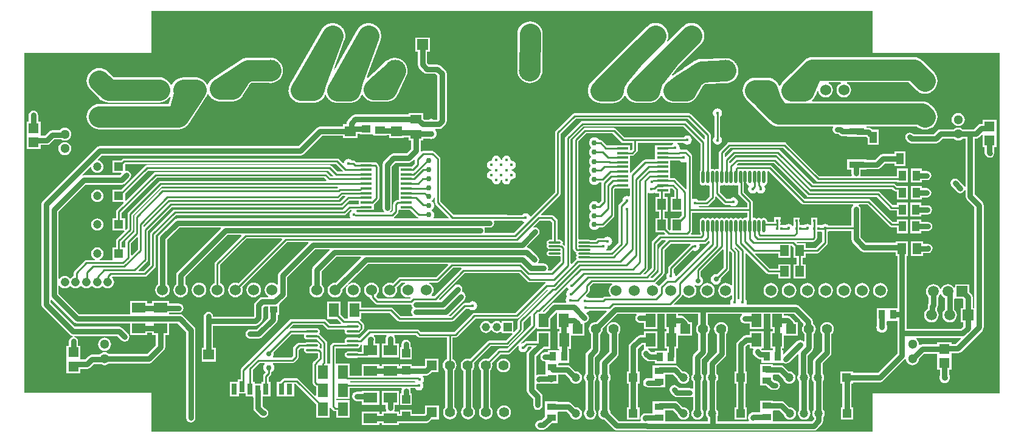
<source format=gbl>
%FSTAX23Y23*%
%MOIN*%
%SFA1B1*%

%IPPOS*%
%AMD88*
4,1,8,0.025100,0.007500,-0.025100,0.007500,-0.032600,0.000000,-0.032600,0.000000,-0.025100,-0.007500,0.025100,-0.007500,0.032600,0.000000,0.032600,0.000000,0.025100,0.007500,0.0*
1,1,0.014992,0.025100,0.000000*
1,1,0.014992,-0.025100,0.000000*
1,1,0.014992,-0.025100,0.000000*
1,1,0.014992,0.025100,0.000000*
%
%ADD14C,0.010000*%
%ADD23R,0.047244X0.047244*%
%ADD28R,0.075197X0.053937*%
%ADD53C,0.055118*%
%ADD54R,0.055118X0.055118*%
%ADD57C,0.047244*%
%ADD65C,0.045275*%
%ADD66R,0.045275X0.045275*%
%ADD71C,0.118110*%
%ADD72C,0.030000*%
%ADD73C,0.106299*%
%ADD74C,0.060000*%
%ADD75C,0.188976*%
%ADD76C,0.059055*%
%ADD77R,0.059055X0.059055*%
%ADD78C,0.047559*%
%ADD79C,0.051181*%
%ADD80R,0.051181X0.051181*%
%ADD81C,0.015748*%
%ADD82R,0.059055X0.059055*%
%ADD83C,0.029527*%
%ADD84C,0.027559*%
%ADD85C,0.118110*%
%ADD86R,0.037594X0.049689*%
%ADD87R,0.057563X0.053342*%
G04~CAMADD=88~8~0.0~0.0~651.7~149.9~75.0~0.0~15~0.0~0.0~0.0~0.0~0~0.0~0.0~0.0~0.0~0~0.0~0.0~0.0~0.0~651.7~149.9*
%ADD88D88*%
%ADD89R,0.065173X0.014992*%
%ADD90R,0.031496X0.059055*%
%ADD91R,0.051181X0.055118*%
%ADD92R,0.039370X0.037401*%
%ADD93R,0.055118X0.074803*%
%ADD94R,0.047500X0.059378*%
%ADD95O,0.066929X0.011811*%
%ADD96R,0.059055X0.055118*%
%ADD97R,0.062992X0.011811*%
%ADD98R,0.045275X0.045275*%
%ADD99R,0.039626X0.055441*%
%ADD100R,0.014961X0.015748*%
%ADD101R,0.053150X0.043307*%
%ADD102R,0.053937X0.075197*%
%ADD103R,0.041339X0.062992*%
%ADD104R,0.084645X0.037401*%
%ADD105O,0.017716X0.070866*%
%ADD106R,0.049689X0.037594*%
%ADD107R,0.084645X0.127952*%
%ADD108R,0.059378X0.047500*%
%ADD109R,0.049212X0.039370*%
%LNbrushed_pcb-1*%
%LPD*%
G36*
X01976Y00938D02*
X02673D01*
Y-00929*
X01976*
Y-01137*
X-01976*
Y-00925*
X-02673*
Y00938*
X-01976*
Y0117*
X01976*
Y00938*
G37*
%LNbrushed_pcb-2*%
%LPC*%
G36*
X-00987Y01102D02*
X-00988Y01102D01*
X-00988Y01102*
X-00994Y01101*
X-01Y011*
X-01001Y011*
X-01002Y011*
X-01007Y01098*
X-01013Y01096*
X-01014Y01095*
X-01014Y01095*
X-0102Y01092*
X-01025Y01089*
X-01025Y01088*
X-01026Y01088*
X-0103Y01084*
X-01035Y0108*
X-01035Y01079*
X-01036Y01079*
X-01039Y01074*
X-01043Y01069*
X-01043Y01068*
X-01044Y01068*
X-01194Y00808*
X-01217Y00769*
X-01218Y00765*
X-01221Y00761*
X-01221Y00759*
X-01222Y00757*
X-01223Y00752*
X-01224Y00748*
X-01225Y00746*
X-01225Y00743*
X-01225Y00739*
X-01226Y00734*
X-01226Y00732*
X-01226Y0073*
X-01225Y00725*
X-01224Y00721*
X-01224Y00719*
X-01223Y00716*
X-01222Y00712*
X-01221Y00708*
X-01219Y00706*
X-01219Y00704*
X-01216Y007*
X-01214Y00696*
X-01213Y00694*
X-01212Y00692*
X-01208Y00689*
X-01206Y00685*
X-01204Y00684*
X-01202Y00682*
X-01199Y00679*
X-01195Y00677*
X-01193Y00675*
X-01191Y00674*
X-01187Y00672*
X-01183Y0067*
X-01181Y00669*
X-01179Y00669*
X-01174Y00667*
X-0117Y00666*
X-01168Y00666*
X-01166Y00665*
X-01161Y00665*
X-01156Y00665*
X-0109*
X-01086Y00665*
X-01082Y00665*
X-01079Y00666*
X-01076Y00666*
X-01072Y00667*
X-01068Y00668*
X-01066Y00669*
X-01063Y0067*
X-0106Y00672*
X-01056Y00674*
X-01054Y00675*
X-01051Y00677*
X-01048Y00679*
X-01045Y00681*
X-01043Y00683*
X-0104Y00685*
X-01038Y00688*
X-01035Y00691*
X-01034Y00693*
X-01032Y00696*
X-0103Y00699*
X-01028Y00702*
X-01027Y00705*
X-01026Y00707*
X-01023Y00707*
X-01022Y00707*
X-0102Y00707*
X-01019Y00705*
X-01018Y00702*
X-01016Y00699*
X-01014Y00695*
X-01012Y00693*
X-01011Y00691*
X-01008Y00688*
X-01006Y00684*
X-01004Y00683*
X-01002Y00681*
X-00998Y00678*
X-00995Y00676*
X-00993Y00675*
X-00991Y00673*
X-00987Y00671*
X-00983Y00669*
X-00981Y00669*
X-00978Y00668*
X-00974Y00667*
X-0097Y00665*
X-00967Y00665*
X-00965Y00665*
X-00961Y00664*
X-00956Y00664*
X-0089*
X-00884Y00665*
X-00879Y00665*
X-00878Y00665*
X-00878Y00665*
X-00877Y00665*
X-00876Y00665*
X-00871Y00667*
X-00866Y00668*
X-00865Y00668*
X-00865Y00669*
X-00864Y00669*
X-00863Y00669*
X-00858Y00672*
X-00853Y00674*
X-00853Y00674*
X-00853Y00675*
X-00852Y00675*
X-00851Y00676*
X-00847Y00679*
X-00842Y00682*
X-00842Y00683*
X-00842Y00683*
X-00841Y00684*
X-0084Y00684*
X-00837Y00689*
X-00833Y00693*
X-00833Y00693*
X-00833Y00693*
X-00832Y00694*
X-00832Y00695*
X-00829Y007*
X-00827Y00704*
X-00826Y00705*
X-00826Y00705*
X-00826Y00706*
X-00825Y00707*
X-00824Y0071*
X-00819Y00711*
X-00819Y00711*
X-00818Y00709*
X-00816Y00705*
X-00815Y00703*
X-00814Y00702*
X-00811Y00698*
X-00808Y00694*
X-00807Y00693*
X-00806Y00691*
X-00802Y00688*
X-00798Y00685*
X-00797Y00684*
X-00795Y00683*
X-00791Y0068*
X-00787Y00678*
X-00785Y00677*
X-00783Y00676*
X-00778Y00675*
X-00774Y00673*
X-00772Y00673*
X-0077Y00672*
X-00765Y00672*
X-0076Y00671*
X-00758Y00671*
X-00756Y00671*
X-0069*
X-00684Y00671*
X-00679Y00672*
X-00677Y00672*
X-00676Y00672*
X-00671Y00674*
X-00666Y00675*
X-00664Y00676*
X-00663Y00676*
X-00658Y00679*
X-00653Y00681*
X-00652Y00682*
X-00651Y00683*
X-00647Y00686*
X-00643Y00689*
X-00642Y0069*
X-0064Y00691*
X-00637Y00695*
X-00633Y00699*
X-00633Y00701*
X-00632Y00702*
X-00629Y00706*
X-00627Y00711*
X-00625Y00715*
X-00579Y00813*
X-00579Y00814*
X-00578Y00815*
X-00577Y0082*
X-00575Y00825*
X-00575Y00825*
X-00575Y00826*
X-00575Y00827*
X-00574Y00828*
X-00574Y00833*
X-00573Y00838*
X-00573Y00839*
X-00573Y00839*
X-00573Y00841*
X-00573Y00842*
X-00573Y00847*
X-00574Y00852*
X-00574Y00852*
X-00574Y00853*
X-00574Y00854*
X-00574Y00856*
X-00576Y0086*
X-00577Y00865*
X-00577Y00865*
X-00577Y00866*
X-00578Y00867*
X-00578Y00869*
X-00581Y00873*
X-00583Y00877*
X-00583Y00878*
X-00583Y00878*
X-00584Y00879*
X-00585Y00881*
X-00588Y00884*
X-00591Y00888*
X-00591Y00889*
X-00591Y00889*
X-00592Y0089*
X-00593Y00891*
X-00597Y00894*
X-00601Y00897*
X-00601Y00898*
X-00601Y00898*
X-00603Y00899*
X-00604Y009*
X-00608Y00902*
X-00612Y00904*
X-00613Y00905*
X-00613Y00905*
X-00615Y00905*
X-00616Y00906*
X-0062Y00908*
X-00625Y00909*
X-00625Y00909*
X-00626Y00909*
X-00627Y0091*
X-00629Y0091*
X-00634Y00911*
X-00638Y00911*
X-00639Y00911*
X-00639Y00911*
X-00641Y00911*
X-00642Y00911*
X-00647Y00911*
X-00652Y00911*
X-00653Y00911*
X-00653Y00911*
X-00654Y0091*
X-00656Y0091*
X-0066Y00909*
X-00665Y00908*
X-00666Y00907*
X-00666Y00907*
X-00668Y00907*
X-00669Y00906*
X-00673Y00904*
X-00678Y00902*
X-00678Y00901*
X-00678Y00901*
X-0068Y009*
X-00681Y009*
X-00685Y00897*
X-00689Y00894*
X-00757Y00833*
X-00791Y00802*
X-00796Y00805*
X-00722Y01009*
X-00721Y0101*
X-00721Y01011*
X-0072Y01017*
X-00718Y01023*
X-00718Y01024*
X-00718Y01024*
X-00718Y0103*
X-00718Y01036*
X-00718Y01037*
X-00718Y01038*
X-00719Y01044*
X-0072Y0105*
X-0072Y01051*
X-0072Y01051*
X-00722Y01057*
X-00724Y01062*
X-00725Y01063*
X-00725Y01064*
X-00728Y01069*
X-00731Y01074*
X-00732Y01075*
X-00732Y01076*
X-00736Y0108*
X-0074Y01084*
X-00741Y01085*
X-00742Y01086*
X-00746Y01089*
X-00751Y01092*
X-00752Y01093*
X-00753Y01093*
X-00758Y01096*
X-00763Y01098*
X-00764Y01098*
X-00765Y01099*
X-00771Y011*
X-00777Y01102*
X-00777Y01102*
X-00778Y01102*
X-00784Y01102*
X-0079Y01102*
X-00791Y01102*
X-00792Y01102*
X-00798Y01101*
X-00804Y011*
X-00804Y011*
X-00805Y011*
X-00811Y01098*
X-00816Y01096*
X-00817Y01095*
X-00818Y01095*
X-00823Y01092*
X-00828Y01089*
X-00829Y01088*
X-0083Y01088*
X-00834Y01084*
X-00838Y0108*
X-00839Y01079*
X-00839Y01078*
X-00843Y01073*
X-00846Y01069*
X-00847Y01068*
X-00847Y01067*
X-00973Y00845*
X-00978Y00847*
X-00919Y01009*
X-00918Y0101*
X-00918Y01011*
X-00917Y01017*
X-00915Y01022*
X-00915Y01023*
X-00915Y01024*
X-00915Y0103*
X-00914Y01036*
X-00915Y01037*
X-00915Y01037*
X-00915Y01043*
X-00916Y01049*
X-00917Y0105*
X-00917Y01051*
X-00919Y01057*
X-00921Y01062*
X-00921Y01063*
X-00922Y01064*
X-00925Y01069*
X-00928Y01074*
X-00928Y01075*
X-00929Y01075*
X-00933Y0108*
X-00937Y01084*
X-00937Y01085*
X-00938Y01085*
X-00943Y01089*
X-00948Y01092*
X-00948Y01093*
X-00949Y01093*
X-00955Y01096*
X-0096Y01098*
X-00961Y01098*
X-00961Y01099*
X-00967Y011*
X-00973Y01102*
X-00974Y01102*
X-00975Y01102*
X-00981Y01102*
X-00987Y01102*
G37*
G36*
X00984Y01102D02*
X0097Y01101D01*
X00957Y01097*
X00945Y01091*
X00935Y01082*
X00854Y01001*
X0085Y01004*
X00851Y01006*
X00855Y01019*
X00856Y01033*
X00855Y01046*
X00851Y01059*
X00845Y01071*
X00836Y01082*
X00826Y01091*
X00814Y01097*
X00801Y01101*
X00787Y01102*
X00774Y01101*
X00761Y01097*
X00749Y01091*
X00738Y01082*
X00616Y00961*
Y00961*
X00481Y00826*
X00481*
X00436Y00782*
X00436Y00782*
X00436Y00782*
X00432Y00777*
X00427Y00771*
X00427Y00771*
X00427Y00771*
X00424Y00765*
X00421Y00759*
X00421Y00759*
X00421Y00759*
X00419Y00753*
X00417Y00746*
X00417Y00746*
X00417Y00746*
X00416Y0074*
X00416Y00733*
X00416Y00733*
X00416Y00733*
X00416Y00726*
X00417Y00719*
X00417Y00719*
X00417Y00719*
X00419Y00713*
X00421Y00706*
X00421Y00706*
X00421Y00706*
X00424Y007*
X00427Y00694*
X00427Y00694*
X00427Y00694*
X00432Y00689*
X00436Y00684*
X00436Y00684*
X00436Y00684*
X00441Y00679*
X00446Y00675*
X00446Y00675*
X00446Y00675*
X00452Y00672*
X00458Y00669*
X00458Y00669*
X00458Y00669*
X00465Y00667*
X00471Y00665*
X00471Y00665*
X00472Y00665*
X00478Y00664*
X00485Y00663*
X00485Y00663*
X00485Y00663*
X00552*
X00556Y00664*
X00561Y00664*
X00563Y00664*
X00566Y00665*
X0057Y00666*
X00574Y00667*
X00576Y00668*
X00579Y00669*
X00582Y00671*
X00586Y00672*
X00588Y00674*
X00591Y00675*
X00594Y00678*
X00597Y0068*
X00599Y00682*
X00601Y00684*
X00604Y00687*
X00607Y0069*
X00608Y00692*
X0061Y00694*
X00612Y00698*
X00614Y00702*
X00615Y00704*
X00616Y00706*
X00617Y00706*
X00619Y00707*
X00621Y00706*
X00624Y00701*
X00627Y00695*
X00627Y00695*
X00627Y00695*
X00632Y0069*
X00636Y00684*
X00636Y00684*
X00636Y00684*
X00641Y0068*
X00646Y00676*
X00647Y00676*
X00647Y00676*
X00653Y00673*
X00658Y00669*
X00659Y00669*
X00659Y00669*
X00665Y00667*
X00672Y00665*
X00672Y00665*
X00672Y00665*
X00678Y00665*
X00685Y00664*
X00752*
X00756Y00664*
X0076Y00665*
X00763Y00665*
X00766Y00665*
X00769Y00667*
X00773Y00667*
X00776Y00669*
X00779Y00669*
X00782Y00671*
X00786Y00673*
X00788Y00674*
X00791Y00676*
X00794Y00678*
X00797Y00681*
X00799Y00683*
X00801Y00684*
X00804Y00688*
X00807Y00691*
X00808Y00693*
X0081Y00695*
X00812Y00699*
X00814Y00702*
X00815Y00705*
X00816Y00706*
X00818Y00707*
X00819*
X00821Y00706*
X00824Y00701*
X00827Y00695*
X00827Y00695*
X00827Y00695*
X00832Y0069*
X00836Y00684*
X00836Y00684*
X00836Y00684*
X00841Y0068*
X00846Y00676*
X00847Y00676*
X00847Y00676*
X00853Y00673*
X00858Y00669*
X00859Y00669*
X00859Y00669*
X00865Y00667*
X00872Y00665*
X00872Y00665*
X00872Y00665*
X00878Y00665*
X00885Y00664*
X00952*
X00954Y00664*
X00957Y00664*
X00961Y00665*
X00966Y00665*
X00968Y00666*
X0097Y00666*
X00974Y00668*
X00979Y00669*
X00981Y0067*
X00983Y00671*
X00987Y00674*
X00991Y00676*
X00992Y00677*
X00994Y00678*
X00998Y00682*
X01001Y00684*
X01003Y00686*
X01004Y00688*
X01007Y00691*
X0101Y00695*
X01011Y00697*
X01012Y00699*
X01042Y00752*
X01045Y00757*
X0106Y00768*
X01174Y00772*
X01179Y00772*
X01185Y00773*
X01186Y00773*
X01187Y00774*
X01192Y00775*
X01198Y00777*
X01199Y00778*
X012Y00778*
X01205Y00781*
X0121Y00783*
X01211Y00784*
X01212Y00785*
X01216Y00788*
X0122Y00792*
X01221Y00793*
X01222Y00794*
X01225Y00798*
X01229Y00802*
X01229Y00804*
X0123Y00805*
X01233Y0081*
X01235Y00814*
X01236Y00816*
X01236Y00817*
X01238Y00822*
X01239Y00827*
X01239Y00829*
X0124Y0083*
X0124Y00836*
X0124Y00841*
X0124Y00842*
X0124Y00844*
X0124Y00849*
X01239Y00855*
X01239Y00856*
X01239Y00857*
X01237Y00862*
X01235Y00868*
X01235Y00869*
X01234Y0087*
X01231Y00875*
X01229Y0088*
X01228Y00881*
X01227Y00882*
X01224Y00886*
X0122Y0089*
X01219Y00891*
X01218Y00892*
X01214Y00895*
X0121Y00899*
X01209Y00899*
X01208Y009*
X01203Y00903*
X01198Y00905*
X01196Y00906*
X01195Y00906*
X0119Y00907*
X01185Y00909*
X01183Y00909*
X01182Y0091*
X01177Y0091*
X01171Y0091*
X0117Y0091*
X01169Y0091*
X01036Y00906*
X0103Y00905*
X01024Y00904*
X01023Y00904*
X01022Y00904*
X01017Y00902*
X01011Y009*
X0101Y009*
X01009Y00899*
X01004Y00896*
X00999Y00894*
X00975Y00878*
X0094Y00854*
X0094*
X00938Y00853*
X00906Y00831*
X00892Y00822*
X00892*
X0088Y00813*
X00876Y00817*
X00914Y00865*
X01033Y00984*
X01042Y00994*
X01048Y01006*
X01052Y0102*
X01053Y01033*
X01052Y01047*
X01048Y0106*
X01041Y01072*
X01033Y01082*
X01022Y01091*
X0101Y01097*
X00997Y01101*
X00984Y01102*
G37*
G36*
X02202Y00915D02*
X01647D01*
X01647Y00915*
X01647Y00915*
X0164Y00915*
X01633Y00914*
X01633Y00914*
X01633*
X01627Y00912*
X0162Y0091*
X0162Y0091*
X0162Y0091*
X01614Y00907*
X01608Y00904*
X01608Y00904*
X01608Y00904*
X01603Y00899*
X01598Y00895*
X01598Y00895*
Y00895*
X01528Y00826*
X01517Y00814*
X01484Y00781*
X01475Y0077*
X01469Y00759*
X01466Y00759*
X01465Y00759*
X01464Y00759*
X01457Y00771*
X01449Y00782*
X01438Y0079*
X01426Y00797*
X01413Y00801*
X014Y00802*
X01333*
X01319Y00801*
X01306Y00797*
X01294Y0079*
X01284Y00782*
X01275Y00771*
X01269Y00759*
X01265Y00746*
X01263Y00733*
X01265Y00719*
X01269Y00706*
X01275Y00694*
X01284Y00684*
X01319Y00649*
X01364Y00604*
X01413Y00555*
X01417Y00551*
X01421Y00547*
X01422Y00547*
X01423Y00546*
X01428Y00543*
X01433Y00541*
X01434Y0054*
X01435Y0054*
X0144Y00538*
X01446Y00536*
X01447Y00536*
X01448Y00536*
X01454Y00535*
X01459Y00534*
X0146Y00534*
X01462Y00534*
X01758*
X0176Y0053*
X01759Y00529*
X01757Y0052*
X01759Y0051*
X01765Y00501*
X01773Y00496*
X01783Y00494*
X01788*
X01793Y00489*
X01801Y00484*
X01811Y00482*
X01837*
Y00479*
X01891*
X01893Y00478*
X01942*
X01946Y00474*
X0195Y00472*
Y00434*
X02011*
Y00517*
X01978*
X01975Y00518*
X01975*
X01971Y00522*
X01963Y00527*
X01953Y00529*
X01942*
Y00534*
X02219*
X02225Y0053*
X02237Y00524*
X0225Y0052*
X02263Y00518*
X02277Y0052*
X0229Y00524*
X02302Y0053*
X02312Y00539*
X02321Y00549*
X02327Y00561*
X02331Y00574*
X02333Y00588*
X02331Y00601*
X02327Y00614*
X02321Y00626*
X02312Y00637*
X02296Y00653*
X02286Y00661*
X02274Y00668*
X02261Y00672*
X02247Y00673*
X01645*
X01643Y00678*
X01649Y00683*
X01657Y00693*
X01664Y00705*
X01665Y0071*
X01668Y00715*
X01674Y0073*
X01679Y00729*
X01679Y00725*
X01683Y00715*
X0169Y00707*
X01698Y007*
X01708Y00696*
X01718Y00695*
X01729Y00696*
X01739Y007*
X01747Y00707*
X01753Y00715*
X01757Y00725*
X01759Y00735*
X01757Y00746*
X01753Y00755*
X01747Y00764*
X01739Y0077*
X01735Y00772*
X01736Y00777*
X01801*
X01802Y00772*
X01798Y0077*
X0179Y00764*
X01783Y00755*
X01779Y00746*
X01778Y00735*
X01779Y00725*
X01783Y00715*
X0179Y00707*
X01798Y007*
X01808Y00696*
X01818Y00695*
X01829Y00696*
X01839Y007*
X01847Y00707*
X01853Y00715*
X01857Y00725*
X01859Y00735*
X01857Y00746*
X01853Y00755*
X01847Y00764*
X01839Y0077*
X01835Y00772*
X01836Y00777*
X02173*
X02214Y00735*
X02225Y00727*
X02237Y0072*
X0225Y00716*
X02263Y00715*
X02277Y00716*
X0229Y0072*
X02302Y00727*
X02312Y00735*
X02321Y00746*
X02327Y00758*
X02331Y00771*
X02333Y00784*
X02331Y00798*
X02327Y00811*
X02321Y00823*
X02312Y00834*
X02251Y00895*
X0224Y00904*
X02228Y0091*
X02215Y00914*
X02202Y00915*
G37*
G36*
X00098Y01111D02*
X00085Y0111D01*
X00072Y01106*
X0006Y011*
X00049Y01091*
X0004Y01081*
X00034Y01069*
X0003Y01056*
X00029Y01042*
X00028Y00845*
X00028Y00842*
X00029Y00829*
X00033Y00816*
X00039Y00804*
X00048Y00793*
X00059Y00785*
X00071Y00778*
X00084Y00774*
X00097Y00773*
X00111Y00774*
X00124Y00778*
X00136Y00785*
X00146Y00793*
X00146Y00793*
X00146Y00793*
X00155Y00804*
X00161Y00816*
X00165Y00829*
X00167Y00842*
X00167Y01042*
X00166Y01055*
X00162Y01068*
X00156Y0108*
X00147Y01091*
X00137Y011*
X00125Y01106*
X00112Y0111*
X00098Y01111*
G37*
G36*
X-01326Y00913D02*
X-01446D01*
X-01453Y00912*
X-01459Y00911*
X-0146Y00911*
X-0146Y00911*
X-01466Y00909*
X-01472Y00908*
X-01473Y00907*
X-01473Y00907*
X-01479Y00904*
X-01484Y00901*
X-01581Y00838*
X-0164Y008*
X-0164Y008*
X-0164Y00799*
X-01645Y00795*
X-0165Y00791*
X-01651Y00791*
X-01651Y00791*
X-01655Y00786*
X-01659Y00781*
X-01659Y00781*
X-0166Y0078*
X-01663Y00775*
X-01666Y00769*
X-01666Y00769*
X-01666Y00768*
X-01667Y00765*
X-01672Y00764*
X-01674Y00768*
X-01677Y00773*
X-01677Y00774*
X-01678Y00774*
X-01682Y00779*
X-01686Y00784*
X-01686Y00784*
X-01686Y00784*
X-01691Y00789*
X-01696Y00793*
X-01697Y00793*
X-01697Y00793*
X-01703Y00796*
X-01708Y00799*
X-01709Y00799*
X-01709Y00799*
X-01715Y00801*
X-01721Y00803*
X-01722Y00803*
X-01722Y00803*
X-01728Y00804*
X-01735Y00804*
X-01802*
X-01815Y00803*
X-01828Y00799*
X-0184Y00793*
X-01851Y00784*
X-0186Y00773*
X-01866Y00762*
X-01869Y00762*
X-01871Y00762*
X-01877Y00774*
X-01886Y00785*
X-01896Y00793*
X-01908Y008*
X-01921Y00804*
X-01935Y00805*
X-02184*
X-02214Y00835*
X-02225Y00844*
X-02237Y0085*
X-0225Y00854*
X-02263Y00855*
X-02277Y00854*
X-0229Y0085*
X-02302Y00844*
X-02312Y00835*
X-02321Y00825*
X-02327Y00813*
X-02331Y008*
X-02333Y00786*
X-02331Y00773*
X-02327Y0076*
X-02321Y00748*
X-02312Y00737*
X-02264Y00689*
X-02253Y0068*
X-02241Y00674*
X-02241Y00674*
X-02238Y00672*
X-02225Y00668*
X-02211Y00666*
X-01935*
X-01921Y00668*
X-01908Y00672*
X-01896Y00678*
X-01886Y00687*
X-01877Y00697*
X-01877Y00698*
X-01872Y00696*
X-01883Y00659*
X-02263*
X-02277Y00657*
X-0229Y00653*
X-02302Y00647*
X-02312Y00638*
X-02321Y00628*
X-02327Y00616*
X-02331Y00603*
X-02333Y00589*
X-02331Y00576*
X-02327Y00563*
X-02321Y00551*
X-02312Y0054*
X-02302Y00532*
X-0229Y00525*
X-02277Y00521*
X-02263Y0052*
X-01831*
X-0183Y0052*
X-0183Y0052*
X-01826Y0052*
X-01823Y0052*
X-0182Y00521*
X-01817Y00521*
X-01817Y00521*
X-01816Y00521*
X-01813Y00522*
X-01809Y00523*
X-01807Y00524*
X-01804Y00525*
X-01804Y00525*
X-01803Y00525*
X-018Y00527*
X-01797Y00529*
X-01794Y0053*
X-01792Y00532*
X-01792Y00532*
X-01791Y00532*
X-01789Y00534*
X-01786Y00536*
X-01784Y00538*
X-01781Y0054*
X-01781Y0054*
X-01781Y00541*
X-01779Y00543*
X-01776Y00546*
X-01775Y00548*
X-01773Y00551*
X-01773Y00551*
X-01772Y00551*
X-017Y00661*
X-01677Y00697*
X-01674Y00703*
X-01671Y00708*
X-01671Y00709*
X-01671Y00709*
X-0167Y00712*
X-01664Y00712*
X-01663Y0071*
X-0166Y00704*
X-0166Y00704*
X-0166Y00703*
X-01655Y00698*
X-01651Y00693*
X-01651Y00693*
X-01651Y00693*
X-01646Y00689*
X-01641Y00684*
X-01641Y00684*
X-0164Y00684*
X-01635Y00681*
X-01629Y00678*
X-01629Y00678*
X-01628Y00678*
X-01622Y00676*
X-01616Y00674*
X-01616Y00674*
X-01615Y00674*
X-01609Y00673*
X-01603Y00672*
X-01602Y00672*
X-01602Y00672*
X-01535*
X-01534Y00672*
X-01533Y00672*
X-01527Y00673*
X-01521Y00674*
X-01521Y00674*
X-0152Y00674*
X-01514Y00676*
X-01508Y00678*
X-01508Y00678*
X-01507Y00678*
X-01502Y00681*
X-01496Y00684*
X-01496Y00685*
X-01495Y00685*
X-01491Y00689*
X-01486Y00693*
X-01485Y00693*
X-01485Y00694*
X-01481Y00699*
X-01477Y00703*
X-01477Y00704*
X-01476Y00704*
X-01444Y00756*
X-01439Y00765*
X-01426Y00774*
X-01337*
X-01325Y00773*
X-01312Y00774*
X-01299Y00778*
X-01287Y00784*
X-01276Y00793*
X-01268Y00803*
X-01261Y00815*
X-01257Y00828*
X-01256Y00842*
X-01257Y00856*
X-01261Y00869*
X-01268Y00881*
X-01276Y00891*
X-01277Y00892*
X-01288Y00901*
X-013Y00907*
X-01313Y00911*
X-01326Y00913*
G37*
G36*
X-00452Y01023D02*
X-00531D01*
Y00944*
X-00517*
Y00874*
X-00515Y00864*
X-0051Y00855*
X-00486Y00832*
X-00478Y00826*
X-00468Y00824*
X-0042*
X-00409Y00814*
Y00575*
X-00411Y00572*
X-00428*
X-00429Y00573*
X-00436Y00576*
X-00443Y00577*
X-00451Y00576*
X-00458Y00573*
X-00459Y00572*
X-00481*
X-00487Y00578*
Y0061*
X-00567*
Y00601*
X-00859*
X-00868Y00599*
X-00877Y00594*
X-009Y0057*
X-00906Y00562*
X-00908Y00552*
Y00547*
X-00927*
Y00535*
X-01053*
X-01062Y00533*
X-01071Y00527*
X-01171Y00427*
X-0226*
X-0227Y00425*
X-02279Y00419*
X-02573Y00125*
X-02578Y00117*
X-0258Y00107*
Y-0044*
X-02578Y-0045*
X-02573Y-00458*
X-02425Y-00606*
X-02417Y-00612*
X-02407Y-00614*
X-02407Y-00619*
X-02414Y-0062*
X-02422Y-00625*
X-02422Y-00626*
X-02428Y-00634*
X-0243Y-00644*
Y-00667*
X-02443*
Y-00738*
Y-00743*
Y-00745*
Y-00817*
X-02366*
Y-00794*
X-02331*
X-02321Y-00792*
X-02313Y-00787*
X-02293Y-00767*
X-02254*
X-02252Y-00769*
X-02243Y-00772*
X-02234Y-00774*
X-02224Y-00772*
X-02216Y-00769*
X-0221Y-00764*
X-01991*
X-01981Y-00762*
X-01973Y-00757*
X-01909Y-00693*
X-01904Y-00685*
X-01902Y-00675*
Y-00607*
X-0188*
Y-00545*
X-01833*
X-01787Y-00591*
Y-01062*
X-01785Y-01072*
X-01779Y-01081*
X-01771Y-01086*
X-01761Y-01088*
X-01752Y-01086*
X-01743Y-01081*
X-01738Y-01072*
X-01736Y-01062*
Y-0058*
X-01738Y-0057*
X-01743Y-00562*
X-01804Y-00501*
X-01813Y-00496*
X-01822Y-00494*
X-0188*
Y-00486*
X-01826*
X-01817Y-00484*
X-01808Y-00478*
X-01803Y-0047*
X-01801Y-0046*
X-01803Y-0045*
X-01808Y-00442*
X-01817Y-00437*
X-01826Y-00435*
X-0188*
Y-00421*
X-01975*
Y-00435*
X-01999*
Y-00422*
X-02094*
Y-00494*
X-02375*
X-02486Y-00383*
Y-00338*
X-02481Y-00337*
X-02476Y-00342*
X-02469Y-00348*
X-02461Y-00351*
X-02452Y-00352*
X-02443Y-00351*
X-02435Y-00348*
X-02428Y-00342*
X-02426Y-0034*
X-0242*
X-02417Y-00342*
X-0241Y-00348*
X-02402Y-00351*
X-02393Y-00352*
X-02384Y-00351*
X-02376Y-00348*
X-02369Y-00342*
X-02367Y-0034*
X-02361*
X-02358Y-00342*
X-02351Y-00348*
X-02343Y-00351*
X-02334Y-00352*
X-02325Y-00351*
X-02317Y-00348*
X-0231Y-00342*
X-02308Y-0034*
X-02301*
X-02299Y-00342*
X-02292Y-00348*
X-02284Y-00351*
X-02275Y-00352*
X-02266Y-00351*
X-02258Y-00348*
X-02251Y-00342*
X-02249Y-0034*
X-02242*
X-0224Y-00342*
X-02233Y-00348*
X-02225Y-00351*
X-02216Y-00352*
X-02207Y-00351*
X-02199Y-00348*
X-02192Y-00342*
X-02187Y-00335*
X-02183Y-00327*
X-02182Y-00318*
X-02183Y-0031*
X-02187Y-00301*
X-02192Y-00294*
X-02193Y-00293*
X-02191Y-00288*
X-02014*
X-02008Y-00287*
X-02003Y-00284*
X-01958Y-00239*
X-01955Y-00234*
X-01954Y-00228*
Y-00062*
X-01842Y00049*
X-00921*
X-00915Y0005*
X-0091Y00054*
X-00886Y00078*
X-00881*
X-0088Y00073*
X-00884Y00069*
X-0089Y00061*
X-00892Y00052*
X-0089Y00042*
X-00886Y00036*
X-00888Y00031*
X-01835*
X-01845Y00029*
X-01853Y00023*
X-01934Y-00057*
X-0194Y-00065*
X-01942Y-00075*
Y-0033*
X-01945Y-00332*
X-01951Y-0034*
X-01955Y-0035*
X-01956Y-00361*
X-01955Y-00371*
X-01951Y-00381*
X-01945Y-00389*
X-01936Y-00396*
X-01927Y-004*
X-01916Y-00401*
X-01906Y-004*
X-01896Y-00396*
X-01888Y-00389*
X-01881Y-00381*
X-01877Y-00371*
X-01876Y-00361*
X-01877Y-0035*
X-01881Y-0034*
X-01888Y-00332*
X-01891Y-0033*
Y-00085*
X-01825Y-00019*
X-01598*
X-01596Y-00024*
X-01834Y-00262*
X-0184Y-0027*
X-01842Y-0028*
Y-0033*
X-01845Y-00332*
X-01851Y-0034*
X-01855Y-0035*
X-01856Y-00361*
X-01855Y-00371*
X-01851Y-00381*
X-01845Y-00389*
X-01836Y-00396*
X-01827Y-004*
X-01816Y-00401*
X-01806Y-004*
X-01796Y-00396*
X-01788Y-00389*
X-01781Y-00381*
X-01777Y-00371*
X-01776Y-00361*
X-01777Y-0035*
X-01781Y-0034*
X-01788Y-00332*
X-01791Y-0033*
Y-0029*
X-01559Y-00059*
X-01486*
X-01484Y-00064*
X-01627Y-00207*
X-0163Y-00212*
X-01631Y-00218*
Y-00324*
X-01636Y-00326*
X-01645Y-00332*
X-01651Y-0034*
X-01655Y-0035*
X-01656Y-00361*
X-01655Y-00371*
X-01651Y-00381*
X-01645Y-00389*
X-01636Y-00396*
X-01627Y-004*
X-01616Y-00401*
X-01606Y-004*
X-01596Y-00396*
X-01588Y-00389*
X-01581Y-00381*
X-01577Y-00371*
X-01576Y-00361*
X-01577Y-0035*
X-01581Y-0034*
X-01588Y-00332*
X-01596Y-00326*
X-01601Y-00324*
Y-00224*
X-01456Y-00079*
X-01263*
X-01261Y-00084*
X-01501Y-00324*
X-01506Y-00322*
X-01516Y-0032*
X-01527Y-00322*
X-01536Y-00326*
X-01545Y-00332*
X-01551Y-0034*
X-01555Y-0035*
X-01556Y-00361*
X-01555Y-00371*
X-01551Y-00381*
X-01545Y-00389*
X-01536Y-00396*
X-01527Y-004*
X-01516Y-00401*
X-01506Y-004*
X-01496Y-00396*
X-01488Y-00389*
X-01481Y-00381*
X-01477Y-00371*
X-01476Y-00361*
X-01477Y-0035*
X-01479Y-00345*
X-01233Y-00099*
X-01118*
X-01116Y-00104*
X-01276Y-00264*
X-01282Y-00272*
X-01284Y-00282*
Y-0033*
X-01289Y-00331*
X-01296Y-00326*
X-01306Y-00322*
X-01316Y-0032*
X-01327Y-00322*
X-01336Y-00326*
X-01345Y-00332*
X-01351Y-0034*
X-01355Y-0035*
X-01356Y-00361*
X-01355Y-00371*
X-01351Y-00381*
X-01345Y-00389*
X-01337Y-00395*
X-01337Y-00398*
X-01338Y-004*
X-01369*
X-01378Y-00402*
X-01387Y-00408*
X-01407Y-00428*
X-01413Y-00436*
X-01415Y-00446*
Y-00504*
X-01417Y-00507*
X-01639*
Y-00506*
X-01641Y-00496*
X-01646Y-00488*
X-01654Y-00482*
X-01664Y-0048*
X-01674Y-00482*
X-01682Y-00488*
X-01688Y-00496*
X-0169Y-00506*
Y-00679*
X-01702*
Y-00754*
X-01623*
Y-00679*
X-01639*
Y-00558*
X-01407*
X-01397Y-00556*
X-01389Y-0055*
X-01371Y-00533*
X-01366Y-00524*
X-01364Y-00515*
Y-00457*
X-01358Y-00451*
X-01336*
Y-0047*
X-01336Y-00473*
Y-00514*
X-014Y-00577*
X-01437*
X-01446Y-00579*
X-01455Y-00585*
X-0146Y-00593*
X-01462Y-00603*
X-0146Y-00613*
X-01455Y-00621*
X-01446Y-00626*
X-01437Y-00628*
X-0139*
X-0138Y-00626*
X-01372Y-00621*
X-01293Y-00542*
X-01287Y-00534*
X-01285Y-00524*
Y-00498*
X-01277*
Y-00441*
X-01274Y-00437*
X-0124Y-00403*
X-01235Y-00394*
X-01233Y-00385*
Y-00292*
X-01079Y-00139*
X-01002*
X-01Y-00144*
X-01089Y-00233*
X-01094Y-00241*
X-01096Y-00251*
Y-00331*
X-01099Y-00334*
X-01106Y-00342*
X-0111Y-00352*
X-01111Y-00362*
X-0111Y-00373*
X-01106Y-00382*
X-01099Y-00391*
X-01091Y-00397*
X-01081Y-00401*
X-01071Y-00402*
X-0106Y-00401*
X-01051Y-00397*
X-01042Y-00391*
X-01036Y-00382*
X-01032Y-00373*
X-0103Y-00362*
X-01032Y-00352*
X-01036Y-00342*
X-01042Y-00334*
X-01045Y-00331*
Y-00261*
X-00963Y-00179*
X-0083*
X-00828Y-00184*
X-00967Y-00322*
X-00971Y-00322*
X-00981Y-00323*
X-00991Y-00327*
X-00999Y-00334*
X-01006Y-00342*
X-0101Y-00352*
X-01011Y-00362*
X-0101Y-00373*
X-01006Y-00382*
X-00999Y-00391*
X-00991Y-00397*
X-00981Y-00401*
X-00971Y-00402*
X-0096Y-00401*
X-00951Y-00397*
X-00942Y-00391*
X-00936Y-00382*
X-00932Y-00373*
X-0093Y-00362*
X-00931Y-00358*
X-00904Y-00331*
X-009Y-00334*
X-00902Y-00337*
X-00906Y-00342*
X-0091Y-00352*
X-00911Y-00362*
X-0091Y-00373*
X-00906Y-00382*
X-00899Y-00391*
X-00891Y-00397*
X-00881Y-00401*
X-00871Y-00402*
X-0086Y-00401*
X-00851Y-00397*
X-00842Y-00391*
X-00836Y-00382*
X-00832Y-00373*
X-0083Y-00362*
X-00832Y-00352*
X-00836Y-00342*
X-00842Y-00334*
X-00851Y-00327*
X-0086Y-00323*
X-00871Y-00322*
X-00881Y-00323*
X-00891Y-00327*
X-00896Y-00331*
X-00898Y-00333*
X-00902Y-00329*
X-00792Y-00219*
X-00353*
X-00351Y-00224*
X-00417Y-0029*
X-00614*
X-0062Y-00291*
X-00625Y-00294*
X-00655Y-00325*
X-0066Y-00323*
X-00671Y-00322*
X-00681Y-00323*
X-00691Y-00327*
X-00699Y-00334*
X-00706Y-00342*
X-0071Y-00352*
X-00711Y-00362*
X-0071Y-00373*
X-00706Y-00382*
X-00699Y-00391*
X-00691Y-00397*
X-00681Y-00401*
X-00671Y-00402*
X-0066Y-00401*
X-00651Y-00397*
X-00642Y-00391*
X-00636Y-00382*
X-00632Y-00373*
X-0063Y-00362*
X-00632Y-00352*
X-00634Y-00347*
X-00607Y-0032*
X-00588*
X-00587Y-00325*
X-00591Y-00327*
X-00599Y-00334*
X-00606Y-00342*
X-0061Y-00352*
X-00611Y-00362*
X-0061Y-00373*
X-00606Y-00382*
X-00599Y-00391*
X-00591Y-00397*
X-00581Y-00401*
X-00571Y-00402*
X-0056Y-00401*
X-00558Y-004*
X-00556Y-00405*
X-0056Y-00409*
X-00733*
X-00745Y-00398*
X-00745Y-00393*
X-00742Y-00391*
X-00736Y-00382*
X-00732Y-00373*
X-0073Y-00362*
X-00732Y-00352*
X-00736Y-00342*
X-00742Y-00334*
X-00751Y-00327*
X-0076Y-00323*
X-00771Y-00322*
X-00781Y-00323*
X-00791Y-00327*
X-00799Y-00334*
X-00806Y-00342*
X-0081Y-00352*
X-00811Y-00362*
X-0081Y-00373*
X-00806Y-00382*
X-00799Y-00391*
X-00791Y-00397*
X-00781Y-00401*
X-0078Y-00401*
X-00779Y-00406*
X-00775Y-00411*
X-0075Y-00436*
X-00746Y-00439*
X-0074Y-0044*
X-00557*
X-00554Y-0044*
X-00552Y-00445*
X-00551Y-0045*
X-00545Y-00458*
Y-00461*
X-00546Y-00462*
X-00552Y-0047*
X-00554Y-0048*
X-00552Y-0049*
X-00546Y-00498*
X-00545Y-00499*
X-00547Y-00504*
X-00612*
X-00654Y-00461*
X-00659Y-00458*
X-00665Y-00457*
X-00828*
Y-00424*
X-00902*
Y-00519*
X-00918*
X-0094Y-00498*
Y-00424*
X-01014*
Y-0052*
X-00961*
X-00938Y-00542*
X-00941Y-00547*
X-01*
X-01021Y-00526*
X-01026Y-00523*
X-01032Y-00522*
X-01208*
X-01214Y-00523*
X-01219Y-00526*
X-01484Y-00791*
X-01487Y-00796*
X-01488Y-00802*
Y-0085*
X-01505*
Y-00866*
X-01548*
Y-00945*
X-01497*
Y-00929*
X-01462*
Y-00945*
X-01419*
Y-00953*
X-01418*
Y-01009*
X-01416Y-01019*
X-01411Y-01027*
X-01385Y-01053*
X-01377Y-01058*
X-01367Y-0106*
X-01362*
X-01352Y-01058*
X-01344Y-01053*
X-01338Y-01045*
X-01336Y-01035*
X-01338Y-01025*
X-01344Y-01017*
X-01352Y-01011*
X-01355Y-01011*
X-01367Y-00999*
Y-00953*
X-01367*
Y-00945*
X-01324*
Y-00866*
X-01334*
Y-0084*
X-01323Y-00829*
X-0132Y-00824*
X-01319Y-00819*
Y-00812*
X-01313Y-00808*
X-01308Y-00802*
X-01305Y-00795*
X-01304Y-00787*
X-01305Y-00779*
X-01308Y-00772*
X-01312Y-00767*
X-0131Y-00762*
X-01205*
X-01199Y-00761*
X-01194Y-00758*
X-01174Y-00738*
X-01171Y-00733*
X-0117Y-00727*
Y-0069*
X-01161Y-0068*
X-01142*
X-01139Y-00685*
X-0114Y-00691*
X-01139Y-00698*
X-01135Y-00703*
X-01129Y-00707*
X-01122Y-00709*
X-01072*
X-01069Y-00708*
X-01065Y-00712*
Y-0073*
X-01085Y-00751*
X-01089Y-00756*
X-01089Y-00756*
X-01091Y-00758*
X-01094Y-00763*
X-01095Y-00769*
Y-00868*
X-01094Y-00873*
X-01091Y-00878*
X-01079Y-00889*
X-01075Y-00893*
Y-00938*
X-01079Y-0094*
X-01169Y-0085*
X-01174Y-00847*
X-0118Y-00846*
X-01248*
X-01254Y-00847*
X-01259Y-0085*
X-01274Y-00865*
X-01274Y-00866*
X-01289*
Y-00945*
X-01194*
Y-00876*
X-01186*
X-01075Y-00988*
Y-01061*
X-01001*
Y-01005*
X-00996Y-01004*
X-00996Y-01004*
X-00993Y-01009*
X-00981Y-0102*
X-00976Y-01024*
X-0097Y-01025*
X-00963*
Y-01061*
X-00889*
Y-00966*
X-00963*
X-00963Y-00966*
Y-00959*
X-00963Y-00959*
X-00961*
X-00889*
Y-00899*
X-00607*
X-00605Y-00903*
X-00605Y-00904*
X-00607Y-00914*
Y-00927*
X-00614*
Y-00992*
X-00549*
Y-00927*
X-00556*
Y-00914*
X-00558Y-00904*
X-00558Y-00903*
X-00556Y-00899*
X-00532*
X-00529Y-00904*
X-00521Y-0091*
X-00511Y-00912*
X-00501Y-0091*
X-00493Y-00904*
X-00488Y-00896*
X-00486Y-00886*
X-00488Y-00877*
X-00492Y-0087*
X-0049Y-00868*
X-00485Y-0086*
X-00483Y-00851*
X-00485Y-00841*
X-00489Y-00835*
X-00486Y-0083*
X-0047*
X-00461Y-00828*
X-00452Y-00823*
X-00442Y-00813*
X-00442*
X-00441Y-00813*
X-00439Y-00813*
X-00403*
Y-00776*
X-00403Y-00775*
X-00403Y-00774*
Y-00738*
X-00439*
X-00441Y-00737*
X-00442Y-00738*
X-00478*
Y-00774*
X-00478Y-00775*
X-00478Y-00775*
X-00482Y-00779*
X-00549*
Y-00767*
X-00614*
Y-00779*
X-0062*
Y-00768*
X-00715*
Y-00779*
X-00728*
Y-00768*
X-00824*
Y-0083*
X-00889*
Y-00765*
X-00961*
X-00963*
X-00966Y-00762*
Y-00681*
X-00907*
X-00906Y-00682*
X-009Y-00683*
X-00849*
X-00843Y-00682*
X-00837Y-00678*
X-00833Y-00672*
X-00832Y-00665*
X-00832Y-00663*
X-00829Y-00657*
X-00828Y-00657*
X-00824Y-00661*
Y-007*
X-00826*
X-00831Y-00701*
X-00832Y-00701*
X-00841*
X-00843Y-007*
X-00849Y-00698*
X-009*
X-00906Y-007*
X-00912Y-00704*
X-00916Y-00709*
X-00917Y-00716*
X-00916Y-00723*
X-00912Y-00729*
X-00906Y-00733*
X-009Y-00734*
X-00849*
X-00843Y-00733*
X-00841Y-00732*
X-00827*
X-00821Y-0073*
X-00821Y-0073*
X-00798*
X-00796Y-0073*
X-00728*
Y-00656*
X-0075*
Y-0064*
X-00749Y-00632*
X-00751Y-00622*
X-00756Y-00614*
X-00758Y-00613*
X-00756Y-00608*
X-00691*
X-00688Y-00613*
X-00692Y-00618*
X-00693Y-00628*
X-00693Y-00631*
Y-00656*
X-00715*
Y-0073*
X-0062*
Y-00656*
X-00642*
Y-00628*
X-00644Y-00619*
X-00648Y-00613*
X-00645Y-00608*
X-00529*
X-00517Y-00619*
X-00512Y-00622*
X-00507Y-00623*
X-00357*
Y-00741*
X-00361Y-00742*
X-00369Y-00748*
X-00375Y-00756*
X-00379Y-00765*
X-0038Y-00775*
X-00379Y-00785*
X-00375Y-00794*
X-00369Y-00802*
X-00367Y-00804*
Y-01005*
X-00367Y-01005*
X-00373Y-01013*
X-00377Y-01022*
X-00378Y-01032*
X-00377Y-01042*
X-00373Y-01051*
X-00367Y-01059*
X-00359Y-01065*
X-0035Y-01069*
X-0034Y-0107*
X-0033Y-01069*
X-00321Y-01065*
X-00313Y-01059*
X-00307Y-01051*
X-00304Y-01042*
X-00302Y-01032*
X-00304Y-01022*
X-00307Y-01013*
X-00313Y-01005*
X-00316Y-01003*
Y-00802*
X-00315Y-00802*
X-00309Y-00794*
X-00306Y-00785*
X-00304Y-00775*
X-00306Y-00765*
X-00309Y-00756*
X-00315Y-00748*
X-00323Y-00742*
X-00327Y-00741*
Y-00623*
X-00312*
X-00306Y-00622*
X-00301Y-00619*
X-00201Y-00519*
X00025*
X00031Y-00518*
X00036Y-00514*
X00195Y-00355*
X00196Y-00355*
X00197Y-00361*
X00036Y-00522*
X00032Y-00527*
X00031Y-00533*
Y-00572*
X00011Y-00592*
X00007Y-0059*
Y-00565*
X00007Y-00564*
X00007Y-00563*
Y-00532*
X-00024*
X-00025Y-00532*
X-00026Y-00532*
X-00057*
Y-00537*
X-00062Y-0054*
X-00067Y-00536*
X-00075Y-00533*
X-00084Y-00531*
X-00092Y-00533*
X-001Y-00536*
X-00107Y-00541*
X-0011Y-00545*
X-00116*
X-0012Y-00541*
X-00126Y-00536*
X-00134Y-00533*
X-00143Y-00531*
X-00151Y-00533*
X-00159Y-00536*
X-00166Y-00541*
X-00171Y-00548*
X-00175Y-00556*
X-00176Y-00564*
X-00175Y-00573*
X-00171Y-00581*
X-00166Y-00588*
X-00159Y-00593*
X-00151Y-00596*
X-00143Y-00597*
X-00134Y-00596*
X-00126Y-00593*
X-0012Y-00588*
X-00116Y-00583*
X-0011*
X-00107Y-00588*
X-001Y-00593*
X-00092Y-00596*
X-00084Y-00597*
X-00075Y-00596*
X-00067Y-00593*
X-00062Y-00589*
X-00057Y-00591*
Y-00597*
X-00026*
X-00025Y-00597*
X-00024Y-00597*
X0*
X00002Y-00602*
X-00035Y-00639*
X-00123*
X-00129Y-0064*
X-00134Y-00643*
X-0023Y-0074*
X-00234Y-00739*
X-00244Y-00737*
X-00254Y-00739*
X-00263Y-00742*
X-00271Y-00748*
X-00277Y-00756*
X-0028Y-00765*
X-00282Y-00775*
X-0028Y-00785*
X-00277Y-00794*
X-00271Y-00802*
X-00267Y-00804*
Y-01004*
X-00269Y-01005*
X-00275Y-01013*
X-00278Y-01022*
X-0028Y-01032*
X-00278Y-01042*
X-00275Y-01051*
X-00269Y-01059*
X-00261Y-01065*
X-00252Y-01069*
X-00242Y-0107*
X-00232Y-01069*
X-00223Y-01065*
X-00215Y-01059*
X-00209Y-01051*
X-00205Y-01042*
X-00204Y-01032*
X-00205Y-01022*
X-00209Y-01013*
X-00215Y-01005*
X-00216Y-01004*
Y-00801*
X-00211Y-00794*
X-00207Y-00785*
X-00206Y-00775*
X-00207Y-00765*
X-00209Y-00762*
X-00117Y-00669*
X-00028*
X-00022Y-00668*
X-00017Y-00665*
X00057Y-00589*
X00061Y-00584*
X00062Y-00579*
Y-0054*
X00099Y-00503*
X00103Y-00505*
Y-00553*
X-00026Y-00683*
X-00069*
X-00074Y-00684*
X-00079Y-00688*
X-00132Y-0074*
X-00136Y-00739*
X-00145Y-00737*
X-00155Y-00739*
X-00164Y-00742*
X-00172Y-00748*
X-00178Y-00756*
X-00182Y-00765*
X-00183Y-00775*
X-00182Y-00785*
X-00178Y-00794*
X-00172Y-00802*
X-00171Y-00803*
Y-01006*
X-00176Y-01013*
X-0018Y-01022*
X-00181Y-01032*
X-0018Y-01042*
X-00176Y-01051*
X-0017Y-01059*
X-00162Y-01065*
X-00153Y-01069*
X-00143Y-0107*
X-00134Y-01069*
X-00124Y-01065*
X-00117Y-01059*
X-00111Y-01051*
X-00107Y-01042*
X-00106Y-01032*
X-00107Y-01022*
X-00111Y-01013*
X-00117Y-01005*
X-0012Y-01003*
Y-00803*
X-00119Y-00802*
X-00113Y-00794*
X-00109Y-00785*
X-00107Y-00775*
X-00109Y-00765*
X-0011Y-00762*
X-00062Y-00714*
X-0002*
X-00014Y-00712*
X-00009Y-00709*
X00033Y-00667*
X00037Y-00669*
X00035Y-00678*
X00037Y-00688*
X00043Y-00696*
X00051Y-00701*
X0006Y-00703*
X0007Y-00701*
X00078Y-00696*
X00084Y-00688*
X00085Y-00678*
X00085Y-00676*
X00089Y-00672*
X00105*
X00107Y-00677*
X00089Y-00695*
X00083Y-00703*
X00081Y-00713*
Y-00912*
X00083Y-00922*
X00089Y-0093*
X00116Y-00957*
Y-00993*
X00118Y-01003*
X00123Y-01011*
X00131Y-01017*
X00141Y-01019*
X00151Y-01017*
X00159Y-01011*
X00165Y-01003*
X00167Y-00993*
Y-00946*
X00165Y-00936*
X00159Y-00928*
X00132Y-00901*
Y-00877*
X00137Y-00874*
X00137Y-00874*
X00147Y-00876*
X00153Y-00875*
X00183*
Y-00875*
X0021*
X00212Y-00876*
X00215Y-00875*
X00253*
Y-00825*
X00292*
X00316Y-00849*
X00317Y-0085*
X0032Y-00858*
X00325Y-00865*
X00332Y-00871*
X0034Y-00874*
X00349Y-00875*
X00358Y-00874*
X00366Y-00871*
X00373Y-00865*
X00379Y-00858*
X00382Y-0085*
X00383Y-00841*
X00382Y-00832*
X00379Y-00824*
X00373Y-00817*
X00366Y-00812*
X00358Y-00809*
X00349Y-00807*
X00347Y-00808*
X0032Y-00781*
X00312Y-00776*
X00302Y-00774*
X00253*
Y-00764*
X00256Y-0076*
X00258*
X00314*
Y-0069*
X00311*
Y-00684*
X00322*
Y-00613*
X00358*
X0036Y-00613*
X00361Y-00613*
X00397*
Y-00577*
X00397Y-00576*
X00397Y-00574*
Y-00541*
X00407Y-00539*
X00415Y-00533*
X00421Y-00525*
X00423Y-00515*
X00421Y-00505*
X00415Y-00497*
X00407Y-00489*
X00409Y-00484*
X00414Y-00483*
X00422Y-00477*
X00424Y-00475*
X00516*
X00518Y-00479*
X0046Y-00538*
X00458Y-00538*
X00448Y-00539*
X00439Y-00543*
X00431Y-00549*
X00425Y-00557*
X00422Y-00566*
X0042Y-00576*
X00422Y-00585*
X00425Y-00594*
X00431Y-00602*
X00432Y-00602*
Y-0068*
X0041Y-00702*
X00404Y-0071*
X00403Y-0072*
Y-00819*
X00399Y-00824*
X00395Y-00832*
X00394Y-00841*
X00395Y-0085*
X00399Y-00858*
X00403Y-00863*
Y-01016*
X00399Y-01021*
X00395Y-01029*
X00394Y-01038*
X00395Y-01047*
X00399Y-01055*
X00404Y-01062*
X00411Y-01067*
X00419Y-01071*
X00428Y-01072*
X00437Y-01071*
X00445Y-01067*
X00452Y-01062*
X00457Y-01055*
X00461Y-01047*
X00462Y-01038*
X00461Y-01029*
X00457Y-01021*
X00454Y-01016*
Y-00863*
X00457Y-00858*
X00461Y-0085*
X00462Y-00841*
X00461Y-00832*
X00457Y-00824*
X00454Y-00819*
Y-0073*
X00475Y-00709*
X00481Y-00701*
X00482Y-00691*
Y-00604*
X00485Y-00602*
X00491Y-00594*
X00495Y-00585*
X00496Y-00576*
X00496Y-00574*
X00576Y-00493*
X0068*
X00682Y-00498*
X00677Y-00505*
X00675Y-00515*
X00677Y-00525*
X00682Y-00533*
X00691Y-00539*
X007Y-00541*
X00723*
Y-00576*
X00797*
Y-00493*
X00835*
Y-00576*
X00847*
Y-00587*
X00835*
Y-00682*
X00848*
Y-00691*
X00845Y-00694*
X00839*
X00838*
X00782*
Y-00702*
X00762*
X00753Y-00692*
X00752Y-00691*
X00746Y-00687*
X00747Y-00682*
X00797*
Y-00587*
X00723*
Y-00609*
X00703*
X00693Y-00611*
X00685Y-00617*
X00646Y-00655*
X00641Y-00664*
X00639Y-00673*
Y-00808*
X00631*
Y-0084*
X0063Y-00841*
X00631Y-00842*
Y-00875*
X00639*
Y-01005*
X00631*
Y-01037*
X0063Y-01038*
X00631Y-01039*
Y-01072*
X00663*
X00664Y-01072*
X00665Y-01072*
X00698*
Y-01039*
X00698Y-01038*
X00698Y-01037*
Y-01005*
X0069*
Y-00875*
X00698*
Y-00842*
X00698Y-00841*
X00698Y-0084*
Y-00808*
X0069*
Y-00684*
X00714Y-0066*
X00723*
Y-00681*
Y-00682*
X00722Y-00687*
X00716Y-00691*
X00711Y-007*
X00709Y-00709*
Y-0071*
X00711Y-00719*
X00716Y-00728*
X00734Y-00745*
X00742Y-00751*
X00752Y-00753*
X00782*
Y-00764*
X00838*
X00843*
X00844*
X009*
Y-00694*
X00899*
Y-00682*
X00909*
Y-00617*
X00911Y-00613*
X00947*
X00948Y-00613*
X0095Y-00613*
X00986*
Y-00577*
X00986Y-00576*
X00986Y-00574*
Y-00538*
X0097*
X0097Y-00536*
X00964Y-00528*
X00947Y-0051*
X00939Y-00505*
X00929Y-00503*
X00909*
Y-00493*
X01021*
Y-00548*
X0102Y-00549*
X01014Y-00557*
X0101Y-00566*
X01009Y-00576*
X0101Y-00585*
X01014Y-00594*
X0102Y-00602*
X01021Y-00603*
Y-00689*
X00997Y-00713*
X00992Y-00721*
X0099Y-00731*
Y-00822*
X00988Y-00824*
X00984Y-00832*
X00983Y-00841*
X00984Y-0085*
X00988Y-00858*
X00992Y-00863*
Y-00901*
X00987Y-00903*
X00982Y-009*
X00973Y-00898*
X00915*
X00907Y-0089*
X00898Y-00885*
X00889Y-00883*
X00879Y-00885*
X00871Y-0089*
X00865Y-00898*
X00863Y-00908*
X00865Y-00918*
X00871Y-00926*
X00886Y-00942*
X00895Y-00948*
X00904Y-00949*
X00973*
X00982Y-00948*
X00987Y-00945*
X00992Y-00947*
Y-01016*
X00988Y-01021*
X00984Y-01029*
X00983Y-01038*
X00984Y-01047*
X00988Y-01055*
X00993Y-01062*
X01Y-01067*
X01008Y-01071*
X01017Y-01072*
X01026Y-01071*
X01034Y-01067*
X01041Y-01062*
X01047Y-01055*
X0105Y-01047*
X01051Y-01038*
X0105Y-01029*
X01047Y-01021*
X01043Y-01016*
Y-00863*
X01047Y-00858*
X0105Y-0085*
X01051Y-00841*
X0105Y-00832*
X01047Y-00824*
X01041Y-00817*
X01041Y-00817*
Y-00742*
X01065Y-00718*
X0107Y-00709*
X01072Y-007*
Y-00603*
X01074Y-00602*
X0108Y-00594*
X01083Y-00585*
X01085Y-00576*
X01083Y-00566*
X0108Y-00557*
X01074Y-00549*
X01072Y-00548*
Y-00493*
X0126*
X01261Y-00498*
X01257Y-00501*
X01252Y-00509*
X0125Y-00519*
X01252Y-00529*
X01257Y-00537*
X01265Y-00543*
X01275Y-00545*
X01304*
Y-00576*
X01378*
Y-00493*
X01416*
Y-00576*
X01428*
Y-00587*
X01416*
Y-00682*
X01428*
X01429Y-00687*
X01426Y-0069*
X01424*
X01422*
X01394*
X01391Y-0069*
X01369*
X01367Y-00687*
X0137Y-00682*
X01378*
Y-00587*
X01304*
Y-00609*
X01282*
X01272Y-00611*
X01264Y-00617*
X01235Y-00645*
X0123Y-00653*
X01228Y-00663*
Y-00808*
X0122*
Y-0084*
X0122Y-00841*
X0122Y-00842*
Y-00875*
X01228*
Y-01005*
X0122*
Y-01037*
X0122Y-01038*
X0122Y-01039*
Y-01072*
X01252*
X01253Y-01072*
X01254Y-01072*
X01287*
Y-01039*
X01287Y-01038*
X01287Y-01037*
Y-01005*
X01279*
Y-00875*
X01287*
Y-00842*
X01287Y-00841*
X01287Y-0084*
Y-00808*
X01279*
Y-00673*
X01292Y-0066*
X01304*
Y-00682*
X01321*
X01323Y-00687*
X01321Y-0069*
X01319Y-00699*
Y-00703*
X01321Y-00712*
X01327Y-00721*
X0134Y-00733*
X01348Y-00739*
X01358Y-00741*
X01366*
Y-0076*
X01422*
X01427*
X01429*
X01485*
X01489Y-00763*
X0149Y-00763*
X015Y-00765*
X01509Y-00763*
X01518Y-00758*
X01565Y-0071*
X0157Y-00712*
Y-00822*
X01569Y-00824*
X01565Y-00832*
X01564Y-00841*
X01565Y-0085*
X01569Y-00858*
X01574Y-00865*
X01574Y-00865*
Y-01018*
X01572Y-01021*
X01568Y-01029*
X01567Y-01038*
X01568Y-01047*
X01572Y-01055*
X01577Y-01062*
X01584Y-01067*
X01592Y-01071*
X01601Y-01072*
X0161Y-01071*
X01618Y-01067*
X01625Y-01062*
X01631Y-01055*
X01634Y-01047*
X01635Y-01038*
X01634Y-01029*
X01631Y-01021*
X01625Y-01014*
X01625Y-01014*
Y-00861*
X01627Y-00858*
X01631Y-0085*
X01632Y-00841*
X01631Y-00832*
X01627Y-00824*
X01622Y-00817*
X01621Y-00817*
Y-0072*
X01645Y-00696*
X01651Y-00687*
X01653Y-00678*
Y-00603*
X01654Y-00602*
X0166Y-00594*
X01664Y-00585*
X01665Y-00576*
X01664Y-00566*
X0166Y-00557*
X01654Y-00549*
X01648Y-00544*
Y-00534*
X01646Y-00524*
X01641Y-00516*
X01617Y-00492*
X01617*
X01605Y-0048*
X01575Y-0045*
X01567Y-00444*
X01557Y-00442*
X01288*
X01286Y-00439*
X01286Y-00437*
X01287Y-00428*
X01285Y-00418*
X0128Y-0041*
X01278Y-00409*
Y-0016*
X01282Y-00158*
X01394Y-0027*
X01399Y-00273*
X01405Y-00275*
X0146*
Y-00299*
X01527*
Y-0022*
X0146*
Y-00244*
X01411*
X01332Y-00165*
X01334Y-0016*
X0146*
Y-00185*
X01527*
Y-00118*
X01533*
X01543Y-00127*
Y-00185*
X01561*
Y-0022*
X01543*
Y-00299*
X0161*
Y-0022*
X01592*
Y-00185*
X0161*
Y-0016*
X01673*
X01679Y-00159*
X01684Y-00156*
X01727Y-00113*
X0173Y-00108*
X01731Y-00102*
Y-00043*
X01734Y-00041*
X01736Y-00038*
X0186*
Y-00083*
X01862Y-00093*
X01867Y-00101*
X01913Y-00147*
X01921Y-00152*
X01931Y-00154*
X02104*
Y-00174*
X02112*
Y-00461*
X0206*
X02055*
X02054*
X01998*
Y-00531*
X02001*
Y-00552*
X01998Y-00559*
X01997Y-00566*
X01998Y-00574*
X02001Y-00581*
X02006Y-00587*
X02012Y-00592*
X02019Y-00595*
X02027Y-00596*
X02035Y-00595*
X02042Y-00592*
X02048Y-00587*
X02053Y-00581*
X02056Y-00574*
X02057Y-00566*
X02056Y-00559*
X02053Y-00552*
X02052Y-0055*
Y-00534*
X02056Y-00531*
X02059*
X0206*
X02112*
Y-00599*
Y-00709*
X02005Y-00816*
X01868*
Y-00808*
X01835*
X01834Y-00808*
X01833Y-00808*
X01801*
Y-0084*
X018Y-00841*
X01801Y-00842*
Y-00875*
X0181*
Y-01005*
X01804*
Y-01037*
X01804Y-01038*
X01804Y-01039*
Y-01072*
X01836*
X01837Y-01072*
X01838Y-01072*
X01871*
Y-01039*
X01871Y-01038*
X01871Y-01037*
Y-01005*
X01861*
Y-00875*
X01868*
Y-00867*
X02016*
X02026Y-00865*
X02034Y-00859*
X02154Y-00739*
X02159Y-00741*
X02159Y-00741*
X0216Y-00747*
X02164Y-00756*
X02169Y-00763*
X02177Y-00769*
X02185Y-00772*
X02195Y-00774*
X02204Y-00772*
X02213Y-00769*
X0222Y-00763*
X02226Y-00756*
X02229Y-00747*
X02231Y-00738*
X02258Y-0071*
X02328*
X02331Y-00714*
Y-00725*
Y-00727*
Y-00799*
X02345*
Y-00829*
X02343Y-00833*
X02342Y-00841*
X02343Y-00849*
X02346Y-00856*
X0235Y-00862*
X02357Y-00867*
X02364Y-0087*
X02372Y-00871*
X02379Y-0087*
X02386Y-00867*
X02393Y-00862*
X02397Y-00856*
X024Y-00849*
X02401Y-00841*
X024Y-00833*
X02397Y-00826*
X02396Y-00824*
Y-00799*
X02409*
Y-00727*
Y-00722*
Y-0072*
Y-00708*
X02444*
X02454Y-00706*
X02462Y-00701*
X02578Y-00584*
X02584Y-00576*
X02585Y-00566*
Y00103*
X02584Y00113*
X02578Y00121*
X02537Y00162*
Y00468*
X02542*
X02551Y0047*
X0256Y00476*
X02573Y00489*
X02578Y00488*
Y00423*
X02591*
Y00391*
X02593Y00381*
X02599Y00373*
X026Y00372*
X02608Y00366*
X02618Y00364*
X02628Y00366*
X02636Y00372*
X02641Y0038*
X02643Y0039*
X02642Y00396*
Y00423*
X02655*
Y00496*
Y005*
Y00501*
Y00573*
X02578*
Y0055*
X02572*
X02563Y00548*
X02554Y00543*
X02531Y00519*
X02471*
X02464Y00525*
X02455Y00529*
X02446Y0053*
X02437Y00529*
X02428Y00525*
X02421Y00519*
X02348*
X02339Y00518*
X0233Y00512*
X02311Y00493*
X02201*
X02199Y00495*
X0219Y005*
X02181Y00502*
X02171Y005*
X02163Y00495*
X02157Y00487*
X02155Y00477*
X02157Y00467*
X02163Y00459*
X02172Y00449*
X0218Y00444*
X0219Y00442*
X02322*
X02332Y00444*
X0234Y00449*
X02359Y00468*
X02421*
X02428Y00463*
X02437Y00459*
X02446Y00458*
X02455Y00459*
X02464Y00463*
X02471Y00468*
X02486*
Y00205*
X02481Y00205*
X02481Y00205*
X02475Y00213*
X02447Y00242*
X02438Y00247*
X02429Y00249*
X02419Y00247*
X02411Y00242*
X02405Y00234*
X02403Y00224*
X02405Y00214*
X02411Y00206*
X02439Y00177*
X02447Y00172*
X02457Y0017*
X02467Y00172*
X02475Y00177*
X02481Y00186*
X02481Y00186*
X02486Y00185*
Y00152*
X02488Y00142*
X02493Y00134*
X02534Y00093*
Y-0046*
X02525*
Y-00402*
X02523Y-00392*
X02518Y-00384*
X02507Y-00373*
Y-00371*
X02507Y-00369*
X02507Y-00368*
Y-0033*
X02468*
X02467Y-0033*
X02466Y-0033*
X02428*
Y-00346*
X02423Y-00349*
X02423Y-00349*
X02417Y-00341*
X02408Y-00335*
X02399Y-00331*
X02388Y-00329*
X02378Y-00331*
X02368Y-00335*
X0236Y-00341*
X02354Y-00349*
X02352Y-00354*
X02346*
X02344Y-00349*
X02338Y-00341*
X0233Y-00335*
X0232Y-00331*
X0231Y-00329*
X02299Y-00331*
X0229Y-00335*
X02281Y-00341*
X02275Y-00349*
X02271Y-00359*
X0227Y-00369*
X02271Y-0038*
X02275Y-00389*
X02281Y-00397*
X02284Y-004*
Y-00434*
X0228Y-0044*
X02278Y-0045*
Y-00465*
X02278Y-00465*
X0227Y-00471*
X02264Y-00479*
X0226Y-00489*
X02258Y-00499*
X0226Y-00509*
X02264Y-00519*
X0227Y-00527*
X02278Y-00534*
X02288Y-00538*
X02298Y-00539*
X02308Y-00538*
X02318Y-00534*
X02326Y-00527*
X02333Y-00519*
X02337Y-00509*
X02338Y-00499*
X02337Y-00489*
X02333Y-00479*
X02329Y-00475*
Y-00459*
X02333Y-00454*
X02335Y-00444*
Y-004*
X02338Y-00397*
X02344Y-00389*
X02346Y-00384*
X02352*
X02354Y-00389*
X0236Y-00397*
X02368Y-00404*
X02373Y-00406*
Y-00469*
X0237Y-00471*
X02364Y-00479*
X0236Y-00489*
X02358Y-00499*
X0236Y-00509*
X02364Y-00519*
X0237Y-00527*
X02378Y-00534*
X02388Y-00538*
X02398Y-00539*
X02408Y-00538*
X02418Y-00534*
X02426Y-00527*
X02433Y-00519*
X02437Y-00509*
X02438Y-00499*
X02437Y-00489*
X02433Y-00479*
X02426Y-00471*
X02424Y-00469*
Y-00411*
X02428Y-00409*
X02466*
X02467Y-00409*
X02468Y-00409*
X02471*
X02474Y-00412*
Y-0046*
X02459*
Y-00539*
X02473*
Y-00561*
X0246Y-00574*
X02163*
Y-00496*
Y-00174*
X02171*
Y-00094*
X02104*
Y-00103*
X01941*
X01911Y-00072*
Y-00017*
Y00082*
X01909Y00092*
X01903Y001*
X019Y00102*
X01902Y00107*
X01947*
X02068Y-00013*
X02073Y-00016*
X02079Y-00017*
X02109*
Y-00051*
X02169*
Y00024*
X02109*
Y00012*
X02085*
X01964Y00133*
X01959Y00137*
X01953Y00138*
X01604*
X01424Y00318*
X01419Y00322*
X01413Y00323*
X01234*
X01234Y00324*
X01232Y00328*
X01239Y00335*
X01435*
X01616Y00153*
X01621Y0015*
X01627Y00149*
X01998*
X02068Y00079*
X02073Y00076*
X02079Y00075*
X02109*
Y00041*
X02169*
Y00117*
X02109*
Y00105*
X02085*
X02015Y00175*
X0201Y00178*
X02005Y00179*
X01633*
X01452Y00361*
X01447Y00364*
X01441Y00365*
X01233*
X01227Y00364*
X01222Y00361*
X01195Y00334*
X0119Y00335*
Y00346*
X01222Y00378*
X01451*
X01632Y00196*
X01637Y00193*
X01643Y00192*
X02083*
X02091Y00184*
X02096Y00181*
X02102Y00179*
X02111*
Y00134*
X02171*
Y0021*
X02128*
X02126Y0021*
X02108*
X021Y00218*
X02095Y00221*
X02089Y00222*
X0165*
X01468Y00404*
X01463Y00407*
X01457Y00408*
X01216*
X0121Y00407*
X01205Y00404*
X01169Y00368*
X01165Y0037*
Y00386*
X01196Y00417*
X01486*
X01667Y00237*
X01672Y00233*
X01678Y00232*
X02111*
Y00229*
X02171*
Y00304*
X02111*
Y00263*
X01911*
X01908Y00267*
X01909Y00268*
X01911Y00278*
Y00298*
X01942*
Y00301*
X02001*
X0201Y00303*
X02019Y00308*
X02044Y00333*
X02096*
Y00317*
X02157*
Y004*
X02096*
Y00384*
X02033*
X02023Y00382*
X02015Y00377*
X0199Y00352*
X01942*
Y00355*
X01837*
Y00298*
X0186*
Y00278*
X01862Y00268*
X01862Y00267*
X0186Y00263*
X01684*
X01503Y00443*
X01498Y00447*
X01493Y00448*
X01189*
X01184Y00447*
X01179Y00443*
X01138Y00403*
X01135Y00398*
X01134Y00392*
Y00304*
X01129Y00301*
X01124Y00302*
X01116Y00301*
X01111Y00297*
X01105Y00301*
X01098Y00302*
X01093Y00301*
X01088Y00304*
Y0049*
X01087Y00496*
X01083Y00501*
X00981Y00603*
X00976Y00606*
X0097Y00607*
X00342*
X00336Y00606*
X00331Y00603*
X00241Y00512*
X00237Y00507*
X00236Y00501*
Y00176*
X00103Y00043*
X00098Y00044*
X00097Y00045*
X00092Y00053*
X00084Y00058*
X00074Y0006*
X00065Y00058*
X00057Y00053*
X00055Y0005*
X-00025*
X-00028Y00051*
X-0032*
X-00393Y00123*
Y00357*
X-00394Y00363*
X-00397Y00368*
X-00426Y00396*
X-00431Y00399*
X-00437Y00401*
X-00488*
X-00494Y00399*
X-00497Y00397*
X-00501Y00399*
X-00502Y004*
X-00502Y00401*
Y00459*
X-00487*
Y0047*
X-00459*
X-00458Y0047*
X-00451Y00467*
X-00443Y00466*
X-00436Y00467*
X-00429Y0047*
X-00422Y00475*
X-00418Y00481*
X-00415Y00488*
X-00414Y00496*
X-00415Y00503*
X-00418Y0051*
X-00422Y00516*
X-00422Y00518*
X-0042Y00521*
X-00401*
X-00391Y00523*
X-00383Y00529*
X-00365Y00546*
X-0036Y00555*
X-00358Y00564*
Y00824*
X-0036Y00834*
X-00365Y00842*
X-00391Y00868*
X-00399Y00873*
X-00409Y00875*
X-00457*
X-00466Y00884*
Y00944*
X-00452*
Y01023*
G37*
G36*
X02446Y00609D02*
X02437Y00607D01*
X02428Y00604*
X0242Y00598*
X02415Y00591*
X02411Y00582*
X0241Y00573*
X02411Y00563*
X02415Y00555*
X0242Y00547*
X02428Y00542*
X02437Y00538*
X02446Y00537*
X02455Y00538*
X02464Y00542*
X02471Y00547*
X02477Y00555*
X02481Y00563*
X02482Y00573*
X02481Y00582*
X02477Y00591*
X02471Y00598*
X02464Y00604*
X02455Y00607*
X02446Y00609*
G37*
G36*
X-02624Y00623D02*
X-02634Y00621D01*
X-02642Y00616*
X-02648Y00607*
X-0265Y00598*
X-02649Y00591*
Y00561*
X-02662*
Y0049*
Y00485*
Y00483*
Y00411*
X-02584*
Y00434*
X-02549*
X-0254Y00436*
X-02531Y00442*
X-02509Y00464*
X-02472*
X-0247Y00462*
X-02462Y00459*
X-02452Y00457*
X-02443Y00459*
X-02434Y00462*
X-02427Y00468*
X-02421Y00475*
X-02418Y00484*
X-02417Y00493*
X-02418Y00503*
X-02421Y00511*
X-02427Y00519*
X-02434Y00524*
X-02443Y00528*
X-02452Y00529*
X-02462Y00528*
X-0247Y00524*
X-02478Y00519*
X-02481Y00515*
X-0252*
X-0253Y00513*
X-02538Y00507*
X-0256Y00485*
X-02581*
X-02584Y00488*
Y0049*
Y00561*
X-02598*
Y00596*
X-026Y00606*
X-02605Y00614*
X-02606Y00616*
X-02615Y00621*
X-02624Y00623*
G37*
G36*
X01126Y00635D02*
X01116Y00633D01*
X01108Y00628*
X01102Y00619*
X011Y0061*
X01102Y006*
X01108Y00592*
X0111Y0059*
Y0048*
X01108Y00478*
X01102Y0047*
X011Y0046*
X01102Y00451*
X01108Y00442*
X01116Y00437*
X01125Y00435*
X01135Y00437*
X01143Y00442*
X01149Y00451*
X01151Y0046*
X01149Y0047*
X01143Y00478*
X01141Y0048*
Y0059*
X01143Y00592*
X01149Y006*
X01151Y0061*
X01149Y00619*
X01143Y00628*
X01135Y00633*
X01126Y00635*
G37*
G36*
X-02452Y0045D02*
X-02462Y00449D01*
X-0247Y00446*
X-02478Y0044*
X-02483Y00432*
X-02487Y00424*
X-02488Y00414*
X-02487Y00405*
X-02483Y00397*
X-02478Y00389*
X-0247Y00383*
X-02462Y0038*
X-02452Y00379*
X-02443Y0038*
X-02434Y00383*
X-02427Y00389*
X-02421Y00397*
X-02418Y00405*
X-02417Y00414*
X-02418Y00424*
X-02421Y00432*
X-02427Y0044*
X-02434Y00446*
X-02443Y00449*
X-02452Y0045*
G37*
G36*
X-00031Y00376D02*
X-0004Y00374D01*
X-00048Y00369*
X-00053Y00361*
X-00055Y00353*
X-00059Y00351*
X-00062Y00353*
X-00064Y00361*
X-00069Y00369*
X-00077Y00374*
X-00086Y00376*
X-00095Y00374*
X-00103Y00369*
X-00108Y00361*
X-0011Y00352*
X-00112Y0035*
X-00114Y00348*
X-00123Y00346*
X-00131Y00341*
X-00136Y00333*
X-00138Y00324*
X-00136Y00315*
X-00131Y00307*
X-00123Y00302*
X-00115Y003*
X-00114Y003*
X-00113Y00298*
X-00113Y00294*
X-00113Y00294*
X-00114Y00293*
X-00123Y00291*
X-00131Y00286*
X-00136Y00278*
X-00138Y00269*
X-00136Y0026*
X-00131Y00252*
X-00123Y00247*
X-00115Y00245*
X-00112Y00243*
X-0011Y00241*
X-00108Y00232*
X-00103Y00224*
X-00095Y00219*
X-00086Y00217*
X-00077Y00219*
X-00069Y00224*
X-00064Y00232*
X-00062Y00241*
X-00061Y00242*
X-00055Y00241*
X-00055Y00241*
X-00053Y00232*
X-00048Y00224*
X-0004Y00219*
X-00031Y00217*
X-00022Y00219*
X-00014Y00224*
X-00009Y00232*
X-00007Y00241*
X-00005Y00243*
X-00003Y00245*
X00005Y00247*
X00013Y00252*
X00018Y0026*
X0002Y00269*
X00018Y00278*
X00013Y00286*
X00005Y00291*
X0Y00292*
X-00004Y00298*
X-00003Y003*
X-00003Y003*
X00005Y00302*
X00013Y00307*
X00018Y00315*
X0002Y00324*
X00018Y00333*
X00013Y00341*
X00005Y00346*
X-00003Y00348*
X-00005Y0035*
X-00007Y00352*
X-00009Y00361*
X-00014Y00369*
X-00022Y00374*
X-00031Y00376*
G37*
G36*
X02246Y00304D02*
X02186D01*
Y00229*
X02246*
Y00241*
X02273*
X02283Y00243*
X02291Y00248*
X02297Y00257*
X02299Y00266*
X02297Y00276*
X02291Y00284*
X02283Y0029*
X02273Y00292*
X02246*
Y00304*
G37*
G36*
Y0021D02*
X02186D01*
Y00134*
X02246*
Y00146*
X02273*
X02283Y00148*
X02291Y00154*
X02297Y00162*
X02299Y00172*
X02297Y00182*
X02291Y0019*
X02283Y00195*
X02273Y00197*
X02246*
Y0021*
G37*
G36*
X02244Y00117D02*
X02184D01*
Y00041*
X02244*
Y00052*
X02277*
X02287Y00054*
X02295Y00059*
X02301Y00068*
X02302Y00077*
X02301Y00087*
X02295Y00095*
X02287Y00101*
X02277Y00103*
X02244*
Y00117*
G37*
G36*
Y00024D02*
X02184D01*
Y-00051*
X02244*
Y-00038*
X02279*
X02289Y-00036*
X02297Y-0003*
X02302Y-00022*
X02304Y-00012*
X02302Y-00002*
X02297Y00005*
X02289Y0001*
X02279Y00012*
X02244*
Y00024*
G37*
G36*
X02254Y-00094D02*
X02186D01*
Y-00174*
X02254*
Y-00159*
X02278*
X02288Y-00158*
X02296Y-00152*
X02297Y-00151*
X02303Y-00143*
X02305Y-00133*
X02303Y-00124*
X02297Y-00115*
X02289Y-0011*
X02279Y-00108*
X02276Y-00108*
X02254*
Y-00094*
G37*
G36*
X-01416Y-0032D02*
X-01427Y-00322D01*
X-01436Y-00326*
X-01445Y-00332*
X-01451Y-0034*
X-01455Y-0035*
X-01456Y-00361*
X-01455Y-00371*
X-01451Y-00381*
X-01445Y-00389*
X-01436Y-00396*
X-01427Y-004*
X-01416Y-00401*
X-01406Y-004*
X-01396Y-00396*
X-01388Y-00389*
X-01381Y-00381*
X-01377Y-00371*
X-01376Y-00361*
X-01377Y-0035*
X-01381Y-0034*
X-01388Y-00332*
X-01396Y-00326*
X-01406Y-00322*
X-01416Y-0032*
G37*
G36*
X-01716D02*
X-01727Y-00322D01*
X-01736Y-00326*
X-01745Y-00332*
X-01751Y-0034*
X-01755Y-0035*
X-01756Y-00361*
X-01755Y-00371*
X-01751Y-00381*
X-01745Y-00389*
X-01736Y-00396*
X-01727Y-004*
X-01716Y-00401*
X-01706Y-004*
X-01696Y-00396*
X-01688Y-00389*
X-01681Y-00381*
X-01677Y-00371*
X-01676Y-00361*
X-01677Y-0035*
X-01681Y-0034*
X-01688Y-00332*
X-01696Y-00326*
X-01706Y-00322*
X-01716Y-0032*
G37*
G36*
X02018Y-00323D02*
X02008Y-00325D01*
X01998Y-00329*
X0199Y-00335*
X01983Y-00344*
X01979Y-00353*
X01978Y-00364*
X01979Y-00374*
X01983Y-00384*
X0199Y-00392*
X01998Y-00399*
X02008Y-00403*
X02018Y-00404*
X02029Y-00403*
X02039Y-00399*
X02047Y-00392*
X02053Y-00384*
X02057Y-00374*
X02059Y-00364*
X02057Y-00353*
X02053Y-00344*
X02047Y-00335*
X02039Y-00329*
X02029Y-00325*
X02018Y-00323*
G37*
G36*
X01918D02*
X01908Y-00325D01*
X01898Y-00329*
X0189Y-00335*
X01883Y-00344*
X01879Y-00353*
X01878Y-00364*
X01879Y-00374*
X01883Y-00384*
X0189Y-00392*
X01898Y-00399*
X01908Y-00403*
X01918Y-00404*
X01929Y-00403*
X01939Y-00399*
X01947Y-00392*
X01953Y-00384*
X01957Y-00374*
X01959Y-00364*
X01957Y-00353*
X01953Y-00344*
X01947Y-00335*
X01939Y-00329*
X01929Y-00325*
X01918Y-00323*
G37*
G36*
X01818D02*
X01808Y-00325D01*
X01798Y-00329*
X0179Y-00335*
X01783Y-00344*
X01779Y-00353*
X01778Y-00364*
X01779Y-00374*
X01783Y-00384*
X0179Y-00392*
X01798Y-00399*
X01808Y-00403*
X01818Y-00404*
X01829Y-00403*
X01839Y-00399*
X01847Y-00392*
X01853Y-00384*
X01857Y-00374*
X01859Y-00364*
X01857Y-00353*
X01853Y-00344*
X01847Y-00335*
X01839Y-00329*
X01829Y-00325*
X01818Y-00323*
G37*
G36*
X01718D02*
X01708Y-00325D01*
X01698Y-00329*
X0169Y-00335*
X01683Y-00344*
X01679Y-00353*
X01678Y-00364*
X01679Y-00374*
X01683Y-00384*
X0169Y-00392*
X01698Y-00399*
X01708Y-00403*
X01718Y-00404*
X01729Y-00403*
X01739Y-00399*
X01747Y-00392*
X01753Y-00384*
X01757Y-00374*
X01759Y-00364*
X01757Y-00353*
X01753Y-00344*
X01747Y-00335*
X01739Y-00329*
X01729Y-00325*
X01718Y-00323*
G37*
G36*
X01618D02*
X01608Y-00325D01*
X01598Y-00329*
X0159Y-00335*
X01583Y-00344*
X01579Y-00353*
X01578Y-00364*
X01579Y-00374*
X01583Y-00384*
X0159Y-00392*
X01598Y-00399*
X01608Y-00403*
X01618Y-00404*
X01629Y-00403*
X01639Y-00399*
X01647Y-00392*
X01653Y-00384*
X01657Y-00374*
X01659Y-00364*
X01657Y-00353*
X01653Y-00344*
X01647Y-00335*
X01639Y-00329*
X01629Y-00325*
X01618Y-00323*
G37*
G36*
X01518D02*
X01508Y-00325D01*
X01498Y-00329*
X0149Y-00335*
X01483Y-00344*
X01479Y-00353*
X01478Y-00364*
X01479Y-00374*
X01483Y-00384*
X0149Y-00392*
X01498Y-00399*
X01508Y-00403*
X01518Y-00404*
X01529Y-00403*
X01539Y-00399*
X01547Y-00392*
X01553Y-00384*
X01557Y-00374*
X01559Y-00364*
X01557Y-00353*
X01553Y-00344*
X01547Y-00335*
X01539Y-00329*
X01529Y-00325*
X01518Y-00323*
G37*
G36*
X01418D02*
X01408Y-00325D01*
X01398Y-00329*
X0139Y-00335*
X01383Y-00344*
X01379Y-00353*
X01378Y-00364*
X01379Y-00374*
X01383Y-00384*
X0139Y-00392*
X01398Y-00399*
X01408Y-00403*
X01418Y-00404*
X01429Y-00403*
X01439Y-00399*
X01447Y-00392*
X01453Y-00384*
X01457Y-00374*
X01459Y-00364*
X01457Y-00353*
X01453Y-00344*
X01447Y-00335*
X01439Y-00329*
X01429Y-00325*
X01418Y-00323*
G37*
G36*
X-00581Y-00634D02*
X-00591Y-00636D01*
X-00599Y-00641*
X-00605Y-0065*
X-00607Y-00659*
Y-00675*
X-00614*
Y-0074*
X-00549*
Y-00675*
X-00556*
Y-00659*
X-00558Y-0065*
X-00563Y-00641*
X-00572Y-00636*
X-00581Y-00634*
G37*
G36*
X-00047Y-00737D02*
X-00057Y-00739D01*
X-00066Y-00742*
X-00074Y-00748*
X-0008Y-00756*
X-00084Y-00765*
X-00085Y-00775*
X-00084Y-00785*
X-0008Y-00794*
X-00074Y-00802*
X-00066Y-00808*
X-00057Y-00812*
X-00047Y-00813*
X-00037Y-00812*
X-00028Y-00808*
X-0002Y-00802*
X-00014Y-00794*
X-0001Y-00785*
X-00009Y-00775*
X-0001Y-00765*
X-00014Y-00756*
X-0002Y-00748*
X-00028Y-00742*
X-00037Y-00739*
X-00047Y-00737*
G37*
G36*
X0143Y-00767D02*
X0136D01*
Y-00823*
Y-00828*
Y-0083*
Y-00886*
X01394*
X0141Y-00902*
X01418Y-00908*
X01428Y-00909*
X01442*
X01452Y-00908*
X0146Y-00902*
X01466Y-00894*
X01468Y-00884*
X01466Y-00874*
X0146Y-00866*
X01452Y-0086*
X01442Y-00858*
X01438*
X0143Y-0085*
Y-0083*
Y-00828*
X01433Y-00825*
X01462*
X01486Y-00849*
X01486Y-0085*
X0149Y-00858*
X01495Y-00865*
X01502Y-00871*
X0151Y-00874*
X01519Y-00875*
X01528Y-00874*
X01536Y-00871*
X01543Y-00865*
X01549Y-00858*
X01552Y-0085*
X01553Y-00841*
X01552Y-00832*
X01549Y-00824*
X01543Y-00817*
X01536Y-00812*
X01528Y-00809*
X01519Y-00807*
X01517Y-00808*
X0149Y-00781*
X01482Y-00776*
X01472Y-00774*
X0143*
Y-00767*
G37*
G36*
X00892Y-00774D02*
X00811D01*
X00801Y-00776*
X008Y-00776*
X0077*
Y-00832*
Y-00837*
Y-00839*
Y-00844*
X00745*
X00735Y-00846*
X00727Y-00852*
X00727Y-00852*
X00721Y-0086*
X00719Y-0087*
X00721Y-0088*
X00727Y-00888*
X00735Y-00893*
X00745Y-00895*
X00745Y-00895*
X00805*
X00808Y-00895*
X0084*
Y-00839*
Y-00834*
Y-00832*
Y-00825*
X00881*
X00906Y-00849*
X00906Y-0085*
X00909Y-00858*
X00914Y-00865*
X00922Y-00871*
X0093Y-00874*
X00938Y-00875*
X00947Y-00874*
X00955Y-00871*
X00962Y-00865*
X00968Y-00858*
X00971Y-0085*
X00972Y-00841*
X00971Y-00832*
X00968Y-00824*
X00962Y-00817*
X00955Y-00812*
X00947Y-00809*
X00938Y-00807*
X00936Y-00808*
X0091Y-00781*
X00901Y-00776*
X00892Y-00774*
G37*
G36*
X-00728Y-00916D02*
X-00824D01*
Y-00919*
X-00851*
X-00861Y-00921*
X-00869Y-00926*
X-00874Y-00935*
X-00876Y-00944*
X-00874Y-00954*
X-00869Y-00962*
X-00861Y-00968*
X-00851Y-0097*
X-00824*
Y-0099*
X-00728*
Y-00916*
G37*
G36*
X-0062D02*
X-00715D01*
Y-0099*
X-00693*
Y-01009*
X-00692Y-01019*
X-00689Y-01023*
X-00691Y-01028*
X-00715*
Y-0104*
X-00728*
Y-01028*
X-00824*
Y-01102*
X-00728*
Y-01091*
X-00715*
Y-01102*
X-0062*
Y-01091*
X-00472*
X-00462Y-01089*
X-00454Y-01083*
X-0044Y-0107*
X-0044*
X-00439Y-0107*
X-00437Y-0107*
X-00401*
Y-01033*
X-00401Y-01032*
X-00401Y-01031*
Y-00994*
X-00437*
X-00439Y-00994*
X-0044Y-00994*
X-00476*
Y-01031*
X-00476Y-01032*
X-00476Y-01033*
Y-01034*
X-00482Y-0104*
X-00549*
Y-01019*
X-00614*
Y-0104*
X-0062*
Y-01028*
X-00645*
X-00647Y-01023*
X-00644Y-01019*
X-00643Y-01009*
Y-0099*
X-0062*
Y-00916*
G37*
G36*
X-00045Y-00994D02*
X-00055Y-00995D01*
X-00064Y-00999*
X-00072Y-01005*
X-00078Y-01013*
X-00082Y-01022*
X-00083Y-01032*
X-00082Y-01042*
X-00078Y-01051*
X-00072Y-01059*
X-00064Y-01065*
X-00055Y-01069*
X-00045Y-0107*
X-00035Y-01069*
X-00026Y-01065*
X-00018Y-01059*
X-00012Y-01051*
X-00008Y-01042*
X-00007Y-01032*
X-00008Y-01022*
X-00012Y-01013*
X-00018Y-01005*
X-00026Y-00999*
X-00035Y-00995*
X-00045Y-00994*
G37*
G36*
X01726Y-00538D02*
X01716Y-00539D01*
X01707Y-00543*
X01699Y-00549*
X01693Y-00557*
X01689Y-00566*
X01688Y-00576*
X01689Y-00585*
X01693Y-00594*
X01699Y-00602*
X017Y-00603*
Y-00695*
X01659Y-00736*
X01653Y-00745*
X01651Y-00754*
Y-00819*
X01647Y-00824*
X01644Y-00832*
X01643Y-00841*
X01644Y-0085*
X01647Y-00858*
X01653Y-00865*
X01653Y-00865*
Y-01018*
X01651Y-01021*
X01647Y-01029*
X01646Y-01038*
X01647Y-01047*
X01651Y-01055*
X01655Y-01061*
Y-01068*
X01642Y-01081*
X0143*
Y-0103*
Y-01025*
X01434Y-01021*
X01465*
X0149Y-01046*
X0149Y-01047*
X01493Y-01055*
X01499Y-01062*
X01506Y-01067*
X01514Y-01071*
X01523Y-01072*
X01531Y-01071*
X01539Y-01067*
X01546Y-01062*
X01552Y-01055*
X01555Y-01047*
X01556Y-01038*
X01555Y-01029*
X01552Y-01021*
X01546Y-01014*
X01539Y-01009*
X01531Y-01005*
X01523Y-01004*
X0152Y-01005*
X01494Y-00978*
X01485Y-00972*
X01476Y-0097*
X0143*
Y-00967*
X0136*
Y-01023*
Y-01028*
X01356Y-01032*
X01323*
X01313Y-01033*
X01305Y-01039*
X01301Y-01043*
X01296Y-01051*
X01294Y-01061*
X01296Y-0107*
X013Y-01076*
X01297Y-01081*
X01125*
Y-01056*
X01125Y-01055*
X01129Y-01047*
X0113Y-01038*
X01129Y-01029*
X01125Y-01021*
X01121Y-01016*
Y-00863*
X01125Y-00858*
X01129Y-0085*
X0113Y-00841*
X01129Y-00832*
X01125Y-00824*
X01121Y-00819*
Y-00776*
X01166Y-00731*
X01172Y-00723*
X01174Y-00713*
Y-006*
X01178Y-00594*
X01182Y-00585*
X01183Y-00576*
X01182Y-00566*
X01178Y-00557*
X01172Y-00549*
X01164Y-00543*
X01155Y-00539*
X01145Y-00538*
X01135Y-00539*
X01126Y-00543*
X01118Y-00549*
X01112Y-00557*
X01109Y-00566*
X01107Y-00576*
X01109Y-00585*
X01112Y-00594*
X01118Y-00602*
X01123Y-00606*
Y-00703*
X01078Y-00747*
X01072Y-00756*
X0107Y-00765*
Y-00819*
X01067Y-00824*
X01063Y-00832*
X01062Y-00841*
X01063Y-0085*
X01067Y-00858*
X0107Y-00863*
Y-01016*
X01067Y-01021*
X01063Y-01029*
X01062Y-01038*
X01063Y-01047*
X01067Y-01055*
X01072Y-01062*
X01074Y-01063*
Y-01081*
X0084*
Y-01035*
Y-0103*
Y-01029*
Y-01021*
X00881*
X00906Y-01046*
X00906Y-01047*
X00909Y-01055*
X00914Y-01062*
X00922Y-01067*
X0093Y-01071*
X00938Y-01072*
X00947Y-01071*
X00955Y-01067*
X00962Y-01062*
X00968Y-01055*
X00971Y-01047*
X00972Y-01038*
X00971Y-01029*
X00968Y-01021*
X00962Y-01014*
X00955Y-01009*
X00947Y-01005*
X00938Y-01004*
X00936Y-01005*
X0091Y-00978*
X00901Y-00972*
X00892Y-0097*
X00811*
X00801Y-00972*
X008Y-00973*
X0077*
Y-01029*
Y-01034*
X00766Y-01037*
X00731*
X00721Y-01039*
X00713Y-01045*
X00711Y-01047*
X00705Y-01055*
X00703Y-01065*
X00705Y-01075*
X00705Y-01075*
X00703Y-0108*
X00584*
X0054Y-01036*
X0054Y-01029*
X00536Y-01021*
X00532Y-01016*
Y-00863*
X00536Y-00858*
X0054Y-0085*
X00541Y-00841*
X0054Y-00832*
X00536Y-00824*
X00532Y-00819*
Y-00772*
X00577Y-00727*
X00582Y-00719*
X00584Y-00709*
Y-00601*
X00589Y-00594*
X00593Y-00585*
X00594Y-00576*
X00593Y-00566*
X00589Y-00557*
X00583Y-00549*
X00576Y-00543*
X00566Y-00539*
X00557Y-00538*
X00547Y-00539*
X00538Y-00543*
X0053Y-00549*
X00524Y-00557*
X0052Y-00566*
X00519Y-00576*
X0052Y-00585*
X00524Y-00594*
X0053Y-00602*
X00533Y-00605*
Y-00699*
X00489Y-00743*
X00483Y-00752*
X00481Y-00762*
Y-00819*
X00477Y-00824*
X00474Y-00832*
X00473Y-00841*
X00474Y-0085*
X00477Y-00858*
X00481Y-00863*
Y-01016*
X00477Y-01021*
X00474Y-01029*
X00473Y-01038*
X00474Y-01047*
X00477Y-01055*
X00483Y-01062*
X0049Y-01067*
X00498Y-01071*
X00504Y-01072*
X00556Y-01123*
X00564Y-01129*
X00574Y-01131*
X00731*
X00739Y-01132*
X01652*
X01662Y-0113*
X0167Y-01125*
X01699Y-01096*
X01704Y-01088*
X01706Y-01078*
Y-01059*
X01709Y-01055*
X01713Y-01047*
X01714Y-01038*
X01713Y-01029*
X01709Y-01021*
X01704Y-01014*
X01704Y-01014*
Y-00861*
X01706Y-00858*
X01709Y-0085*
X01711Y-00841*
X01709Y-00832*
X01706Y-00824*
X01702Y-00819*
Y-00765*
X01744Y-00723*
X01749Y-00715*
X01751Y-00705*
Y-00603*
X01753Y-00602*
X01759Y-00594*
X01762Y-00585*
X01764Y-00576*
X01762Y-00566*
X01759Y-00557*
X01753Y-00549*
X01745Y-00543*
X01736Y-00539*
X01726Y-00538*
G37*
G36*
X00251Y-00973D02*
X00181D01*
Y-01029*
Y-01034*
Y-01035*
Y-01056*
X00161Y-01076*
X00153*
X00143Y-01078*
X00135Y-01083*
X00129Y-01092*
X00127Y-01101*
X00129Y-01111*
X00135Y-01119*
X00143Y-01125*
X00153Y-01127*
X00171*
X00181Y-01125*
X00189Y-01119*
X00217Y-01092*
X00251*
Y-01035*
Y-0103*
X00255Y-01027*
X00298*
X00316Y-01046*
X00317Y-01047*
X0032Y-01055*
X00325Y-01062*
X00332Y-01067*
X0034Y-01071*
X00349Y-01072*
X00358Y-01071*
X00366Y-01067*
X00373Y-01062*
X00379Y-01055*
X00382Y-01047*
X00383Y-01038*
X00382Y-01029*
X00379Y-01021*
X00373Y-01014*
X00366Y-01009*
X00358Y-01005*
X00349Y-01004*
X00347Y-01005*
X00326Y-00984*
X00318Y-00978*
X00308Y-00976*
X00251*
Y-00973*
G37*
%LNbrushed_pcb-3*%
%LPD*%
G36*
X-00833Y00492D02*
X-00764D01*
X-00761Y00488*
Y00484*
X-00688*
Y00487*
X-00673*
Y00472*
X-00594*
Y00476*
X-00567*
Y00459*
X-00553*
Y00412*
X-00577Y00387*
X-00649*
X-00659Y00385*
X-00667Y0038*
X-00703Y00344*
X-00708Y00336*
X-0071Y00326*
Y0009*
X-00708Y0008*
X-00703Y00072*
X-007Y0007*
X-00701Y00065*
X-00846*
X-00849Y00069*
X-00854Y00073*
X-00852Y00078*
X-00841*
Y00077*
X-00758*
Y00107*
X-00755Y00109*
X-00733Y00131*
X-00729Y00136*
X-00728Y00142*
Y00314*
X-00729Y0032*
X-00733Y00325*
X-00742Y00334*
X-00747Y00337*
X-00752Y00339*
X-00758*
Y00339*
X-00841*
Y00339*
X-00855*
X-00861Y00344*
X-00866Y00347*
X-00872Y00348*
X-00878*
X-00879Y00351*
X-00888Y00356*
X-00897Y00358*
X-00907Y00356*
X-00915Y00351*
X-0092Y00343*
X-00922Y00336*
X-00927Y00334*
X-00948Y00355*
X-00953Y00358*
X-00959Y00359*
X-02126*
X-02132Y00358*
X-02137Y00355*
X-02144Y00348*
X-02155*
X-02156Y00348*
X-02157Y00348*
X-0219*
Y00315*
X-0219Y00314*
X-0219Y00313*
Y00281*
X-02157*
X-02156Y00281*
X-02155Y00281*
X-02143*
X-02141Y00276*
X-0215Y00267*
X-02348*
X-02353Y00266*
X-02355Y0027*
X-02313Y00313*
X-02308Y00311*
X-02307Y00306*
X-02303Y00298*
X-02298Y0029*
X-02291Y00285*
X-02283Y00282*
X-02274Y00281*
X-02265Y00282*
X-02257Y00285*
X-0225Y0029*
X-02245Y00298*
X-02241Y00306*
X-0224Y00314*
X-02241Y00323*
X-02245Y00331*
X-0225Y00338*
X-02257Y00344*
X-02265Y00347*
X-02271Y00348*
X-02272Y00353*
X-0225Y00376*
X-01161*
X-01151Y00378*
X-01143Y00383*
X-01042Y00484*
X-00927*
Y00472*
X-00848*
Y00496*
X-00833*
Y00492*
G37*
G36*
X01057Y00484D02*
Y00466D01*
X01053Y00464*
X00956Y00561*
X00951Y00564*
X00945Y00566*
X00386*
X0038Y00564*
X00375Y00561*
X00295Y00482*
X00292Y00477*
X00291Y00471*
Y-00116*
X00286Y-00118*
X00279Y-00111*
X00276Y-00109*
X00276Y-00108*
X00278Y-00102*
X00276Y-00096*
X00273Y-0009*
X00268Y-00087*
X00261Y-00086*
X00249*
Y00016*
X00248Y00022*
X00245Y00027*
X00226Y00046*
X00221Y00049*
X00215Y0005*
X0016*
X00158Y00055*
X00262Y00159*
X00266Y00164*
X00267Y0017*
Y00495*
X00348Y00577*
X00964*
X01057Y00484*
G37*
G36*
X01032Y00442D02*
Y00294D01*
X01029Y0029*
X01028Y00283*
Y0023*
X01029Y00223*
X01033Y00216*
X0104Y00212*
X01047Y00211*
X01054Y00212*
X0106Y00216*
X01065Y00212*
X01073Y00211*
X01078Y00212*
X01083Y00209*
Y00152*
X01061Y0013*
X01022*
X0102Y00132*
X01012Y00138*
X01003Y0014*
X00993Y00138*
X00992Y00137*
X00987Y00139*
Y00372*
X00986Y00378*
X00983Y00383*
X00962Y00404*
X00957Y00407*
X00951Y00409*
X00923*
X00919Y00414*
X00919Y00418*
X00917Y00427*
X00912Y00436*
X00905Y0044*
X00906Y00445*
X00941*
X00942Y00443*
X00951Y00437*
X0096Y00435*
X0097Y00437*
X00978Y00443*
X00983Y00451*
X00985Y00461*
X00983Y0047*
X00978Y00478*
X0097Y00484*
X0096Y00486*
X00951Y00484*
X00942Y00478*
X00941Y00476*
X00831*
X00831*
X00616*
X00568Y00523*
X00563Y00526*
X00558Y00528*
X004*
X00394Y00526*
X00389Y00523*
X00338Y00472*
X00335Y00467*
X00334Y00461*
Y-00093*
X00334Y-00094*
Y-00134*
X00335Y-0014*
X00338Y-00145*
X00344Y-00151*
X00349Y-00154*
X00353Y-00155*
X00351Y-00161*
X00353Y-00167*
X00355Y-00171*
X00353Y-00174*
X00351Y-00181*
X00353Y-00187*
X00354Y-0019*
X00354Y-00192*
X00349Y-00195*
X00326Y-00218*
X00321Y-00216*
Y00465*
X00392Y00535*
X00938*
X01032Y00442*
G37*
G36*
X00598Y0045D02*
X00603Y00446D01*
X00609Y00445*
X00658*
Y00412*
X00652Y00406*
X00647*
Y00432*
X00564*
Y00431*
X00521*
X00496Y00456*
X00491Y0046*
X00485Y00461*
X00477*
X00473Y00467*
X00466Y00471*
X00459Y00474*
X00451Y00475*
X00444Y00474*
X00437Y00471*
X0043Y00467*
X00426Y0046*
X00423Y00453*
X00422Y00446*
X00423Y00438*
X00426Y00431*
X0043Y00424*
X00433Y00422*
Y00417*
X0043Y00415*
X00426Y00409*
X00423Y00402*
X00422Y00394*
X00423Y00387*
X00426Y00379*
X0043Y00373*
X00433Y00371*
Y00366*
X0043Y00364*
X00426Y00358*
X00423Y00351*
X00422Y00343*
X00423Y00335*
X00426Y00328*
X0043Y00323*
X0043Y0032*
Y00317*
X0043Y00317*
X00426Y00311*
X00423Y00304*
X00422Y00296*
X00423Y00288*
X00426Y00281*
X0043Y00275*
X00433Y00273*
Y00268*
X0043Y00266*
X00426Y0026*
X00423Y00253*
X00422Y00245*
X00423Y00237*
X00426Y0023*
X0043Y00224*
X00437Y00219*
X00444Y00216*
X00451Y00215*
X00459Y00216*
X00466Y00219*
X00473Y00224*
X00477Y00229*
X00488*
X00491Y00226*
Y00128*
X00478Y00115*
X00473Y00115*
X00473Y00116*
X00466Y00121*
X00459Y00124*
X00451Y00125*
X00444Y00124*
X00437Y00121*
X0043Y00116*
X00426Y0011*
X00423Y00103*
X00422Y00095*
X00423Y00087*
X00426Y0008*
X0043Y00074*
X00433Y00072*
Y00067*
X0043Y00065*
X00426Y00059*
X00423Y00052*
X00422Y00044*
X00423Y00036*
X00426Y00029*
X0043Y00024*
X0043Y00021*
Y00018*
X0043Y00018*
X00426Y00012*
X00423Y00004*
X00422Y-00002*
X00423Y-0001*
X00426Y-00017*
X0043Y-00023*
X00437Y-00028*
X00444Y-00031*
X00451Y-00032*
X00459Y-00031*
X00466Y-00028*
X00473Y-00023*
X00477Y-00018*
X00496*
X00502Y-00016*
X00507Y-00013*
X00557Y00036*
X0056Y00041*
X00561Y00047*
Y00191*
X00564Y00195*
X00646*
Y00154*
X00641Y00152*
X0064Y00153*
X0063Y00155*
X00621Y00153*
X00613Y00147*
X00607Y00139*
X00605Y00129*
X00606Y00126*
X00587Y00108*
X00584Y00103*
X00583Y00097*
Y-00103*
X0054Y-00146*
X00517*
X00515Y-00141*
X00517Y-00139*
X00523Y-00131*
X00525Y-00122*
X00524Y-00119*
X00533Y-00117*
X00541Y-00112*
X00546Y-00104*
X00548Y-00094*
X00546Y-00084*
X00541Y-00076*
X00533Y-00071*
X00523Y-00069*
X00513Y-00071*
X00505Y-00076*
X00505Y-00077*
X00473*
X00467Y-00078*
X00462Y-00081*
X00456Y-00087*
X00427*
X00423Y-00086*
X00368*
X00364Y-00083*
Y00455*
X00406Y00497*
X00551*
X00598Y0045*
G37*
G36*
X-00928Y00292D02*
X-0093Y00287D01*
X-00957*
X-00989Y00319*
X-00994Y00322*
X-01Y00324*
X-02002*
X-02008Y00322*
X-02013Y00319*
X-02144Y00188*
X-02155*
X-02156Y00188*
X-02157Y00188*
X-0219*
Y00156*
X-0219Y00155*
X-0219Y00154*
Y00121*
X-02157*
X-02156Y00121*
X-02155Y00121*
X-02131*
X-02129Y00116*
X-02167Y00078*
X-0217Y00073*
X-02171Y00067*
Y00031*
X-0219*
Y-00001*
X-0219Y-00002*
X-0219Y-00003*
Y-00036*
X-02157*
X-02156Y-00036*
X-02155Y-00036*
X-02127*
X-02125Y-00041*
X-02167Y-00082*
X-0217Y-00087*
X-02171Y-00093*
Y-00128*
X-0219*
Y-00161*
X-0219Y-00162*
X-0219Y-00163*
Y-00196*
X-02194Y-00198*
X-0226*
X-02261Y-00193*
X-02257Y-00191*
X-0225Y-00186*
X-02245Y-00179*
X-02241Y-00171*
X-0224Y-00162*
X-02241Y-00153*
X-02245Y-00145*
X-0225Y-00138*
X-02257Y-00133*
X-02265Y-00129*
X-02274Y-00128*
X-02283Y-00129*
X-02291Y-00133*
X-02298Y-00138*
X-02303Y-00145*
X-02307Y-00153*
X-02308Y-00162*
X-02307Y-00171*
X-02303Y-00179*
X-02298Y-00186*
X-02291Y-00191*
X-02287Y-00193*
X-02288Y-00198*
X-02333*
X-02339Y-00199*
X-02344Y-00202*
X-02399Y-00257*
X-02402Y-00262*
X-02404Y-00268*
Y-00286*
X-0241Y-00289*
X-02417Y-00294*
X-0242Y-00297*
X-02426*
X-02428Y-00294*
X-02435Y-00289*
X-02443Y-00285*
X-02452Y-00284*
X-02461Y-00285*
X-02469Y-00289*
X-02476Y-00294*
X-02481Y-003*
X-02486Y-00299*
Y00068*
X-02338Y00216*
X-0214*
X-0213Y00218*
X-02122Y00223*
X-02096Y00249*
X-0209Y00257*
X-02088Y00267*
X-0209Y00277*
X-02096Y00285*
X-02104Y00291*
X-02114Y00293*
X-02119Y00292*
X-02122Y00295*
Y00313*
X-02122Y00314*
X-02122Y00315*
Y00326*
X-0212Y00329*
X-00965*
X-00928Y00292*
G37*
G36*
X00831Y00445D02*
X00882D01*
X00883Y0044*
X00876Y00436*
X00874Y00432*
X00826*
X00825Y00432*
X00784*
Y004*
Y00355*
X00731*
X00726Y00353*
X00721Y0035*
X00651Y00281*
X00647Y00283*
Y00323*
Y00349*
Y00375*
X00658*
X00664Y00376*
X00669Y0038*
X00684Y00395*
X00688Y004*
X00689Y00406*
Y00445*
X00831*
G37*
G36*
X-00979Y00266D02*
X-00981Y00262D01*
X-00995*
X-01014Y00281*
X-01019Y00284*
X-01025Y00286*
X-01953*
X-01959Y00284*
X-01964Y00281*
X-02118Y00127*
X-02122Y00129*
Y00154*
X-02122Y00155*
X-02122Y00156*
Y00167*
X-01996Y00293*
X-01006*
X-00979Y00266*
G37*
G36*
X01219Y00212D02*
X01226Y00211D01*
X01233Y00212*
X01235Y00213*
X0124Y00211*
Y00169*
X01241Y00163*
X01245Y00158*
X01288Y00115*
Y00092*
X01027*
X01024Y00097*
X01025Y00099*
X01067*
X01073Y001*
X01078Y00104*
X01109Y00135*
X01112Y0014*
X01113Y00145*
Y00149*
X01118Y00151*
X01158Y00111*
X01163Y00107*
X01169Y00106*
X0119*
X01193Y00107*
X01194*
X01195Y00105*
X01204Y00099*
X01213Y00098*
X01223Y00099*
X01231Y00105*
X01237Y00113*
X01238Y00123*
X01237Y00132*
X01231Y0014*
X01223Y00146*
X01213Y00148*
X01204Y00146*
X01195Y0014*
X01194Y00138*
X0119*
X01187Y00137*
X01175*
X01139Y00173*
Y00209*
X01144Y00212*
X01149Y00211*
X01157Y00212*
X01162Y00216*
X01168Y00212*
X01175Y00211*
X01182Y00212*
X01188Y00216*
X01193Y00212*
X012Y00211*
X01208Y00212*
X01213Y00216*
X01219Y00212*
G37*
G36*
X00896Y0035D02*
X00902Y00348D01*
X00919*
X00921Y00346*
X00929Y0034*
X00938Y00339*
X00948Y0034*
X00952Y00343*
X00957Y0034*
Y00193*
X00952Y00191*
X00896Y00248*
X00891Y00251*
X00885Y00252*
X00867*
Y00298*
Y00323*
Y0035*
X00896*
X00896Y0035*
G37*
G36*
X01587Y00112D02*
X01592Y00108D01*
X01598Y00107*
X01869*
X0187Y00102*
X01867Y001*
X01862Y00092*
X0186Y00082*
Y-00008*
X01736*
X01734Y-00005*
X01726Y0*
X01716Y00001*
X01706Y0*
X01701Y-00004*
X01697Y-00006*
X01672*
Y0*
X01674*
Y00036*
X0164*
Y0*
X01639Y-00004*
X01637Y-00006*
X01635Y-00005*
X01627Y0*
X01618Y00001*
X01608Y0*
X01603Y-00003*
X016Y-00005*
X016Y-00006*
X01599Y-00006*
X01575*
Y0*
X01577*
Y00036*
X01542*
Y0*
X01544*
Y-00006*
X01542*
Y-00009*
X01537Y-00011*
X01533Y-00005*
X01525Y0*
X01515Y00001*
X01506Y0*
X01498Y-00005*
X01494Y-00006*
X01469*
Y00001*
X01472*
Y00037*
X01437*
Y00012*
X01399*
Y00015*
X01397Y00023*
X01393Y00029*
X01387Y00033*
X0138Y00035*
X01372Y00033*
X01367Y0003*
X01361Y00033*
X01354Y00035*
X01347Y00033*
X01341Y0003*
X01336Y00033*
X01328Y00035*
X01323Y00034*
X01318Y00037*
Y00121*
X01317Y00127*
X01314Y00132*
X01271Y00175*
Y0023*
X01271Y0023*
Y00283*
X0127Y00287*
X01274Y00292*
X01281*
X01284Y00287*
X01284Y00283*
Y0023*
X01285Y00223*
X01289Y00216*
X01295Y00212*
X01296Y00212*
X01298Y00207*
X01295Y00202*
X01293Y00192*
X01295Y00183*
X01301Y00175*
X01309Y00169*
X01318Y00167*
X01328Y00169*
X01336Y00175*
X01338Y00177*
X01343*
X01345Y00175*
X01353Y00169*
X01363Y00167*
X01372Y00169*
X01381Y00175*
X01386Y00183*
X01388Y00192*
X01386Y00202*
X01383Y00206*
X01385Y00212*
X01387Y00212*
X01393Y00216*
X01397Y00223*
X01399Y0023*
Y00283*
X01398Y00287*
X01402Y00292*
X01407*
X01587Y00112*
G37*
G36*
X00784Y00171D02*
Y0017D01*
X00805*
Y00149*
X00787*
Y0007*
X00805*
Y00033*
X00787*
Y-00046*
X00832*
X00839Y-00052*
X00837Y-00057*
X00812*
X00806Y-00058*
X00801Y-00061*
X00769Y-00093*
X00766Y-00098*
X00765Y-00104*
Y-00242*
X00731Y-00275*
X00722*
X0072Y-00271*
X0074Y-00251*
X00743Y-00246*
X00744Y-0024*
Y00169*
X00749Y00172*
X00754Y00169*
X00763Y00167*
X00773Y00169*
X00779Y00173*
X00784Y00171*
G37*
G36*
X-00533Y00353D02*
Y00331D01*
X-00549Y00314*
X-00578*
X-0058Y00314*
X-00621*
Y00282*
Y00256*
Y00231*
Y00205*
Y00179*
Y00133*
X-00628*
X-00633Y00132*
X-00638Y00129*
X-00649Y00118*
X-00652Y00113*
X-00653Y00107*
Y00075*
X-00663Y00065*
X-00668*
X-0067Y0007*
X-00667Y00072*
X-00661Y0008*
X-00659Y0009*
Y00316*
X-00639Y00336*
X-00566*
X-00557Y00338*
X-00548Y00344*
X-00538Y00355*
X-00533Y00353*
G37*
G36*
X01288Y00037D02*
X01283Y00034D01*
X01277Y00035*
X0127Y00033*
X01264Y0003*
X01259Y00033*
X01252Y00035*
X01244Y00033*
X01239Y0003*
X01233Y00033*
X01226Y00035*
X01219Y00033*
X01213Y0003*
X01208Y00033*
X012Y00035*
X01193Y00033*
X01188Y0003*
X01182Y00033*
X01175Y00035*
X01168Y00033*
X01162Y0003*
X01157Y00033*
X01149Y00035*
X01142Y00033*
X01137Y0003*
X01131Y00033*
X01124Y00035*
X01116Y00033*
X01111Y0003*
X01105Y00033*
X01098Y00035*
X01091Y00033*
X01085Y0003*
X0108Y00033*
X01073Y00035*
X01065Y00033*
X0106Y0003*
X01054Y00033*
X01047Y00035*
X0104Y00033*
X01033Y00029*
X01029Y00023*
X01028Y00015*
Y-00037*
X01029Y-00044*
X01032Y-00048*
Y-00056*
X01031Y-00057*
X00982*
X0098Y-00052*
X00983Y-0005*
X00986Y-00045*
X00987Y-00039*
Y00062*
X01288*
Y00037*
G37*
G36*
X-00423Y00145D02*
Y00117D01*
X-00422Y00111*
X-00419Y00106*
X-00348Y00036*
X-0035Y00031*
X-00429*
X-00432Y00035*
X-00431Y00036*
X-00428Y00043*
X-00427Y00051*
X-00428Y00058*
X-00431Y00066*
X-00436Y00072*
X-00439Y00074*
Y00079*
X-00436Y00081*
X-00431Y00087*
X-00428Y00094*
X-00427Y00102*
X-00428Y0011*
X-00431Y00117*
X-00436Y00123*
X-00439Y00125*
Y0013*
X-00436Y00132*
X-00431Y00138*
X-00428Y00145*
X-00423Y00145*
G37*
G36*
X-00522Y0004D02*
X-00517Y00037D01*
X-00514Y00036*
X-00514Y00031*
X-00647*
X-00647Y00032*
X-00646Y00039*
X-00646Y00039*
X-00627Y00058*
X-00624Y00063*
X-00623Y00068*
Y00073*
X-00621Y00077*
X-00559*
X-00522Y0004*
G37*
G36*
X-00915Y00149D02*
X-00943Y00122D01*
X-01872*
X-01877Y00121*
X-01882Y00118*
X-02017Y-00016*
X-02022Y-00014*
Y-00006*
X-01883Y00132*
X-00958*
X-00952Y00133*
X-00947Y00136*
X-00929Y00154*
X-00918*
X-00915Y00149*
G37*
G36*
X-01017Y00241D02*
X-01019Y00236D01*
X-01928*
X-01934Y00235*
X-01938Y00232*
X-02104Y00066*
X-02107Y00061*
X-02108Y00056*
Y-00024*
X-02117Y-00033*
X-02122Y-00031*
Y-00003*
X-02122Y-00002*
X-02122Y-00001*
Y00031*
X-02141*
Y00061*
X-01947Y00255*
X-01031*
X-01017Y00241*
G37*
G36*
X00888Y00184D02*
Y00149D01*
X00869*
Y0007*
X00931*
Y00049*
X00915Y00033*
X00869*
Y-00033*
X00864Y-00034*
X00854Y-00024*
Y00033*
X00836*
Y0007*
X00854*
Y00149*
X00836*
Y0017*
X00867*
Y00196*
X00876*
X00888Y00184*
G37*
G36*
X-00027Y0002D02*
X00055D01*
X00057Y00017*
X00064Y00012*
X00065Y00011*
X00066Y00006*
X0001Y-00048*
X-00149*
X-00151Y-00044*
X-00151Y-00043*
X-00149Y-00034*
X-00151Y-00024*
X-00151Y-00023*
X-00149Y-00019*
X-00124*
X-00114Y-00017*
X-00106Y-00012*
X-001Y-00004*
X-00098Y00005*
X-001Y00015*
X-00101Y00016*
X-00098Y0002*
X-0003*
X-00027Y0002*
G37*
G36*
X-00954Y00201D02*
X-00954Y00201D01*
X-00959Y00196*
X-01916*
X-01922Y00195*
X-01927Y00192*
X-02068Y00051*
X-02071Y00046*
X-02072Y0004*
Y-00045*
X-02116Y-00088*
X-02119Y-00093*
X-0212Y-00099*
Y-00124*
X-02122Y-00128*
X-02141*
Y-00099*
X-02082Y-00041*
X-02079Y-00036*
X-02078Y-0003*
Y00049*
X-01921Y00206*
X-00956*
X-00954Y00201*
G37*
G36*
X01701Y-00044D02*
Y-00096D01*
X01666Y-0013*
X0161*
Y-00105*
X01564*
X01561Y-00102*
X01563Y-00097*
X01649*
X01655Y-00096*
X0166Y-00093*
X01668Y-00085*
X01671Y-0008*
X01672Y-00074*
Y-00042*
X01697*
X01701Y-00044*
G37*
G36*
X01083Y-00094D02*
Y-00103D01*
X009Y-00286*
X00895Y-00284*
X00893Y-00275*
X00888Y-00267*
X00885Y-00265*
Y-00248*
X00991Y-00143*
X00994Y-00146*
X01003Y-00147*
X01013Y-00146*
X01021Y-0014*
X01027Y-00132*
X01029Y-00122*
X01027Y-00113*
X01027Y-00112*
X01029Y-00108*
X01056*
X01062Y-00107*
X01067Y-00103*
X01078Y-00092*
X01083Y-00094*
G37*
G36*
X-02052Y-00074D02*
Y-00138D01*
X-02085Y-00171*
X-0209Y-00169*
Y-00105*
X-02057Y-00073*
X-02052Y-00074*
G37*
G36*
X00218Y0001D02*
Y-00086D01*
X00206*
X002Y-00087*
X00195Y-0009*
X00191Y-00096*
X0019Y-00102*
X00191Y-00108*
X00194Y-00112*
X00191Y-00115*
X0019Y-00122*
X00191Y-00128*
X00195Y-00133*
X002Y-00137*
X00206Y-00138*
X00257*
X00261Y-00143*
X00261Y-00144*
X00261Y-00145*
X00206*
X002Y-00146*
X00195Y-00149*
X00191Y-00155*
X0019Y-00161*
X00191Y-00167*
X00195Y-00172*
X002Y-00176*
X00206Y-00177*
X00261*
X00265Y-0018*
Y-00205*
X00214Y-00256*
X00198*
X00196Y-00251*
X00196Y-00251*
X00198Y-00241*
X00196Y-00231*
X00191Y-00223*
X00182Y-00217*
X00173Y-00215*
X00145*
X00143Y-0021*
X00146Y-00205*
X00148Y-00195*
X00146Y-00186*
X00141Y-00177*
X00099Y-00136*
X00091Y-0013*
X00083Y-00129*
X00081Y-00123*
X00144Y-00061*
X00149Y-00053*
X00151Y-00043*
X00149Y-00033*
X00144Y-00025*
X00135Y-00019*
X00125Y-00017*
X00119Y-00019*
X00116Y-00014*
X00151Y0002*
X00209*
X00218Y0001*
G37*
G36*
X-00841Y00108D02*
X-00892D01*
X-00898Y00107*
X-00903Y00104*
X-00927Y0008*
X-01848*
X-01854Y00079*
X-01859Y00075*
X-0198Y-00045*
X-01983Y-0005*
X-01984Y-00056*
Y-00222*
X-02021Y-00258*
X-02046*
X-02047Y-00253*
X-02Y-00206*
X-01997Y-00201*
X-01996Y-00195*
Y-00038*
X-01865Y00091*
X-00937*
X-00931Y00093*
X-00926Y00096*
X-00893Y00129*
X-00841*
Y00108*
G37*
G36*
X00842Y-00092D02*
X00809Y-00125D01*
X00806Y-0013*
X00804Y-00136*
Y-00261*
X0077Y-00295*
X00761*
X00759Y-00291*
X00791Y-00259*
X00794Y-00254*
X00795Y-00248*
Y-0011*
X00818Y-00087*
X0084*
X00842Y-00092*
G37*
G36*
X0116Y-00141D02*
Y-00239D01*
X01123Y-00276*
X01118Y-00275*
X0111Y-00276*
X01104Y-00279*
X01098Y-00283*
X01094Y-00289*
X01091Y-00295*
X0109Y-00303*
X01091Y-0031*
X01094Y-00317*
X01098Y-00322*
X01104Y-00327*
X0111Y-0033*
X01118Y-0033*
X01125Y-0033*
X01132Y-00327*
X01137Y-00322*
X01142Y-00317*
X01144Y-0031*
X01145Y-00303*
X01145Y-00297*
X01186Y-00256*
X01189Y-00251*
X0119Y-00245*
Y-00151*
X01195Y-00149*
X01205Y-00159*
Y-00334*
X012Y-00336*
X01199Y-00335*
X01191Y-00329*
X01181Y-00325*
X01171Y-00323*
X0116Y-00325*
X01151Y-00329*
X01142Y-00335*
X01136Y-00344*
X01132Y-00353*
X0113Y-00364*
X01132Y-00374*
X01136Y-00384*
X01142Y-00392*
X01151Y-00399*
X0116Y-00403*
X01171Y-00404*
X01181Y-00403*
X01191Y-00399*
X01199Y-00392*
X012Y-00391*
X01205Y-00393*
Y-00409*
X01202Y-0041*
X01197Y-00418*
X01195Y-00428*
X01197Y-00437*
X01196Y-00439*
X01194Y-00442*
X00888*
X00886Y-00438*
X0093Y-00394*
X00933Y-00389*
X00933Y-00389*
X00938Y-00387*
X00942Y-00392*
X00951Y-00399*
X0096Y-00403*
X00971Y-00404*
X00981Y-00403*
X00991Y-00399*
X00999Y-00392*
X01006Y-00384*
X0101Y-00374*
X01011Y-00364*
X0101Y-00353*
X01006Y-00344*
X01001Y-00338*
X01005Y-00334*
X01005Y-00335*
X01012Y-00337*
X01019Y-00338*
X01026Y-00337*
X01033Y-00335*
X01039Y-0033*
X01043Y-00324*
X01046Y-00318*
X01047Y-00311*
X01046Y-00303*
X01043Y-00297*
X01039Y-00291*
X01034Y-00288*
Y-00259*
X01155Y-00139*
X0116Y-00141*
G37*
G36*
X00978Y-00112D02*
X00978Y-00113D01*
X00859Y-00231*
X00856Y-00236*
X00855Y-00242*
Y-00265*
X00852Y-00267*
X00847Y-00275*
X00845Y-00285*
X00847Y-00294*
X00848Y-00295*
X00845Y-00301*
X00842Y-00303*
X0081Y-00335*
X00808Y-00338*
X00802Y-00339*
X00799Y-00335*
X00791Y-00329*
X00787Y-00327*
X00787Y-00322*
X00787Y-00321*
X00831Y-00278*
X00834Y-00273*
X00835Y-00267*
Y-00142*
X00869Y-00108*
X00976*
X00978Y-00112*
G37*
G36*
X-00278Y-0024D02*
X-00277Y-00244D01*
X-00428Y-00395*
X-0044*
X-00442Y-0039*
X-00436Y-00382*
X-00432Y-00373*
X-0043Y-00362*
X-00432Y-00352*
X-00436Y-00342*
X-00442Y-00334*
X-00451Y-00327*
X-00455Y-00325*
X-00454Y-0032*
X-00411*
X-00405Y-00319*
X-004Y-00316*
X-00323Y-00239*
X-00279*
X-00278Y-0024*
G37*
G36*
X00548Y-00331D02*
X00542Y-00335D01*
X00536Y-00344*
X00532Y-00353*
X0053Y-00364*
X00532Y-00374*
X00536Y-00384*
X00542Y-00392*
X00543Y-00393*
X00541Y-00397*
X00509*
X00504Y-00398*
X00499Y-00402*
X00495Y-00405*
X00421*
X00419Y-00403*
X00411Y-00398*
X00407Y-00397*
X00405Y-00391*
X0042Y-00376*
X00423Y-00371*
X00425Y-00365*
Y-00345*
X00444Y-00326*
X00546*
X00548Y-00331*
G37*
G36*
X01247Y-00151D02*
Y-00409D01*
X01244Y-0041*
X01244Y-00411*
X01239Y-00411*
X01238Y-0041*
X01238Y-0041*
X01238Y-0041*
X01235Y-00408*
Y-00153*
X01234Y-00147*
X01231Y-00142*
X01219Y-00131*
X01219Y-0013*
X01225Y-00129*
X01247Y-00151*
G37*
G36*
X00084Y-00314D02*
X00089Y-00318D01*
X00095Y-00319*
X00182*
X00184Y-00324*
X0018Y-00326*
X00018Y-00488*
X-00207*
X-00213Y-00489*
X-00218Y-00493*
X-00318Y-00593*
X-005*
X-00512Y-00582*
X-00516Y-00578*
X-00522Y-00577*
X-00782*
X-00788Y-00578*
X-00793Y-00582*
X-00836Y-00624*
X-00841*
X-00843Y-00623*
X-00849Y-00622*
X-009*
X-00906Y-00623*
X-00912Y-00627*
X-00916Y-00633*
X-00917Y-0064*
X-00916Y-00646*
X-00917Y-00647*
X-00918Y-00651*
X-00976*
X-00982Y-00652*
X-00987Y-00655*
X-00993Y-00661*
X-00996Y-00666*
X-00997Y-00672*
Y-00762*
X-01001Y-00765*
X-0101*
X-01011Y-00765*
X-01014Y-0076*
X-01014Y-00759*
Y-0065*
X-01015Y-00644*
X-01019Y-00639*
X-01054Y-00604*
X-01059Y-00601*
X-01059Y-006*
X-01055Y-00595*
X-01054Y-00588*
X-01055Y-00581*
X-01059Y-00576*
X-01065Y-00572*
X-01072Y-0057*
X-01122*
X-01129Y-00572*
X-01131Y-00573*
X-01213*
X-01216Y-00574*
X-01218Y-00569*
X-01202Y-00552*
X-01038*
X-01017Y-00574*
X-01012Y-00577*
X-01006Y-00578*
X-00919*
X-00916Y-00583*
X-00917Y-00588*
X-00916Y-00595*
X-00912Y-00601*
X-00906Y-00605*
X-009Y-00606*
X-00849*
X-00843Y-00605*
X-00838Y-00602*
X-00836Y-00601*
X-00831Y-00598*
X-00816Y-00583*
X-00813Y-00578*
X-00812Y-00572*
Y-00553*
X-00813Y-00548*
X-00816Y-00543*
X-00834Y-00525*
X-00833Y-00521*
X-00832Y-0052*
X-00828*
Y-00487*
X-00672*
X-00629Y-0053*
X-00624Y-00533*
X-00618Y-00534*
X-0033*
X-00324Y-00533*
X-00319Y-0053*
X-00253Y-00464*
X-00236*
X-00234Y-00466*
X-00226Y-00472*
X-00216Y-00473*
X-00206Y-00472*
X-00198Y-00466*
X-00193Y-00458*
X-00191Y-00448*
X-00193Y-00439*
X-00198Y-00431*
X-00206Y-00425*
X-00216Y-00423*
X-00226Y-00425*
X-00234Y-00431*
X-00236Y-00433*
X-00259*
X-00265Y-00434*
X-0027Y-00438*
X-00337Y-00504*
X-00344*
X-00346Y-00499*
X-00345Y-00498*
X-00261Y-00415*
X-00256Y-00407*
X-00254Y-00397*
X-00256Y-00387*
X-00261Y-00379*
X-0027Y-00373*
X-00273Y-00373*
X-00275Y-00368*
X-00275Y-00367*
X-00273Y-00357*
X-00275Y-00347*
X-0028Y-00339*
X-00288Y-00333*
X-00298Y-00331*
X-00308Y-00333*
X-00316Y-00339*
X-00392Y-00415*
X-00398*
X-004Y-0041*
X-00259Y-00269*
X00039*
X00084Y-00314*
G37*
G36*
X00302Y-00347D02*
X00303Y-00348D01*
X00308Y-00356*
X0031Y-00357*
X0031Y-00363*
X00304Y-00366*
X00298Y-00374*
X00297Y-00384*
X00298Y-00394*
X00301Y-00398*
X00301Y-00399*
X00295Y-00407*
X00293Y-00417*
X00295Y-00426*
X00295Y-00427*
X00293Y-00431*
X00233*
X00224Y-00433*
X00215Y-00438*
X00174Y-0048*
X00171Y-00479*
X0017Y-00474*
X00298Y-00346*
X00302Y-00347*
G37*
G36*
X00247Y-00486D02*
Y-00576D01*
X00258*
Y-00588*
X00248*
Y-00684*
X00256*
X00258Y-00689*
X00256Y-0069*
X00252*
X00251*
X00195*
Y-00702*
X0018*
X00171Y-00704*
X00162Y-00709*
X00157Y-00717*
X00155Y-00727*
X00157Y-00737*
X00162Y-00745*
X00171Y-00751*
X0018Y-00753*
X00183Y-00756*
Y-00812*
Y-00814*
Y-00817*
Y-00824*
X00148*
X00138Y-00826*
X00137Y-00827*
X00132Y-00825*
Y-00724*
X00172Y-00684*
X0021*
Y-00588*
X00136*
Y-00642*
X00081*
X00075Y-00643*
X0007Y-00646*
X00063Y-00653*
X0006Y-00653*
X00052Y-00654*
X00049Y-0065*
X00129Y-0057*
X0013Y-00569*
X00135Y-00571*
Y-00576*
X00209*
Y-00517*
X00242Y-00484*
X00247Y-00486*
G37*
G36*
X01569Y-00516D02*
X01581Y-00528D01*
X01597Y-00544*
Y-00553*
X01595Y-00557*
X01591Y-00566*
X0159Y-00576*
X01591Y-00585*
X01595Y-00594*
X01601Y-00602*
X01602Y-00603*
Y-00642*
X01597Y-00644*
X01596Y-00643*
X01588Y-00637*
X01578Y-00635*
X01568Y-00637*
X0156Y-00643*
X0156Y-00643*
X01489Y-00714*
X01485Y-00712*
Y-0069*
X0148*
Y-00682*
X0149*
Y-00618*
X01491Y-00613*
X01528*
X01529Y-00613*
X0153Y-00613*
X01567*
Y-00577*
X01567Y-00576*
X01567Y-00574*
Y-00538*
X01551*
X01551Y-00536*
X01545Y-00528*
X01528Y-0051*
X01519Y-00505*
X01509Y-00503*
X0149*
Y-00493*
X01546*
X01569Y-00516*
G37*
G36*
X-02403Y-00537D02*
X-02395Y-00543D01*
X-02385Y-00545*
X-02094*
Y-00608*
X-01999*
Y-00596*
X-01975*
Y-00607*
X-01953*
Y-00664*
X-02002Y-00713*
X-02208*
X-02208Y-00712*
X-02216Y-00707*
X-02224Y-00703*
X-02234Y-00702*
X-02243Y-00703*
X-02252Y-00707*
X-02259Y-00712*
X-02262Y-00716*
X-02304*
X-02314Y-00718*
X-02322Y-00724*
X-02341Y-00743*
X-02362*
X-02366Y-0074*
Y-00738*
Y-00667*
X-02379*
Y-00646*
X-02379Y-00643*
X-0238Y-00634*
X-02386Y-00625*
X-02394Y-0062*
X-024Y-00619*
X-024Y-00614*
X-02165*
X-02142Y-00637*
X-02133Y-00642*
X-02124Y-00644*
X-02114Y-00642*
X-02105Y-00637*
X-021Y-00629*
X-02098Y-00619*
X-021Y-00609*
X-02105Y-00601*
X-02136Y-0057*
X-02144Y-00565*
X-02154Y-00563*
X-02396*
X-02529Y-0043*
Y-00418*
X-02525Y-00416*
X-02403Y-00537*
G37*
G36*
X02461Y-00629D02*
X02433Y-00657D01*
X02409*
Y-00649*
X02331*
Y-00659*
X02248*
X02238Y-00661*
X02235Y-00663*
X0223Y-0066*
X02231Y-00659*
X02229Y-0065*
X02226Y-00641*
X0222Y-00634*
X02215Y-00629*
X02216Y-00624*
X02459*
X02461Y-00629*
G37*
G36*
X-01139Y-00609D02*
X-0114Y-00614D01*
X-01139Y-00621*
X-01135Y-00627*
X-01129Y-0063*
X-01122Y-00632*
X-01072*
X-0107Y-00631*
X-01045Y-00657*
Y-00679*
X-01047Y-0068*
X-0105Y-00681*
X-01054Y-00678*
X-01056Y-00673*
X-01055Y-00672*
X-01054Y-00665*
X-01055Y-00658*
X-01059Y-00652*
X-01065Y-00649*
X-01072Y-00647*
X-01122*
X-01129Y-00649*
X-01131Y-0065*
X-01167*
X-01173Y-00651*
X-01178Y-00654*
X-01196Y-00672*
X-01199Y-00677*
X-012Y-00683*
Y-00721*
X-01211Y-00732*
X-01309*
X-01311Y-00727*
X-01309Y-00724*
X-01307Y-00718*
X-01306Y-00711*
X-01306Y-00703*
X-01207Y-00604*
X-01142*
X-01139Y-00609*
G37*
G36*
X-00531Y-00864D02*
X-00534Y-00868D01*
X-00885*
X-00886Y-00868*
X-00886Y-00861*
X-00885Y-00861*
X-00533*
X-00531Y-00864*
G37*
G36*
X-01356Y-00767D02*
X-0136Y-00772D01*
X-01363Y-00779*
X-01364Y-00787*
X-01363Y-00795*
X-0136Y-00802*
X-01355Y-00808*
X-01352Y-0081*
X-01352Y-00815*
X-0136Y-00823*
X-01364Y-00828*
X-01365Y-00834*
Y-00866*
X-01375*
Y-00874*
X-0141*
Y-00866*
X-0142*
Y-00799*
X-01383Y-00762*
X-01358*
X-01356Y-00767*
G37*
%LNbrushed_pcb-4*%
%LPC*%
G36*
X-02274Y00188D02*
X-02283Y00187D01*
X-02291Y00184*
X-02298Y00179*
X-02303Y00171*
X-02307Y00163*
X-02308Y00155*
X-02307Y00146*
X-02303Y00138*
X-02298Y00131*
X-02291Y00125*
X-02283Y00122*
X-02274Y00121*
X-02265Y00122*
X-02257Y00125*
X-0225Y00131*
X-02245Y00138*
X-02241Y00146*
X-0224Y00155*
X-02241Y00163*
X-02245Y00171*
X-0225Y00179*
X-02257Y00184*
X-02265Y00187*
X-02274Y00188*
G37*
G36*
Y00031D02*
X-02283Y0003D01*
X-02291Y00026*
X-02298Y00021*
X-02303Y00014*
X-02307Y00006*
X-02308Y-00002*
X-02307Y-00011*
X-02303Y-00019*
X-02298Y-00026*
X-02291Y-00031*
X-02283Y-00035*
X-02274Y-00036*
X-02265Y-00035*
X-02257Y-00031*
X-0225Y-00026*
X-02245Y-00019*
X-02241Y-00011*
X-0224Y-00002*
X-02241Y00006*
X-02245Y00014*
X-0225Y00021*
X-02257Y00026*
X-02265Y0003*
X-02274Y00031*
G37*
G36*
X01071Y-00323D02*
X0106Y-00325D01*
X01051Y-00329*
X01042Y-00335*
X01036Y-00344*
X01032Y-00353*
X0103Y-00364*
X01032Y-00374*
X01036Y-00384*
X01042Y-00392*
X01051Y-00399*
X0106Y-00403*
X01071Y-00404*
X01081Y-00403*
X01091Y-00399*
X01099Y-00392*
X01106Y-00384*
X0111Y-00374*
X01111Y-00364*
X0111Y-00353*
X01106Y-00344*
X01099Y-00335*
X01091Y-00329*
X01081Y-00325*
X01071Y-00323*
G37*
G36*
X-02234Y-00623D02*
X-02243Y-00624D01*
X-02252Y-00628*
X-02259Y-00634*
X-02265Y-00641*
X-02268Y-0065*
X-0227Y-00659*
X-02268Y-00668*
X-02265Y-00677*
X-02259Y-00684*
X-02252Y-0069*
X-02243Y-00694*
X-02234Y-00695*
X-02224Y-00694*
X-02216Y-0069*
X-02208Y-00684*
X-02203Y-00677*
X-02199Y-00668*
X-02198Y-00659*
X-02199Y-0065*
X-02203Y-00641*
X-02208Y-00634*
X-02216Y-00628*
X-02224Y-00624*
X-02234Y-00623*
G37*
%LNbrushed_pcb-5*%
%LPD*%
G54D14*
X01019Y-00311D02*
Y-00253D01*
X-00513Y-00886D02*
X-00511D01*
X-00515Y-00884D02*
X-00513Y-00886D01*
X-00904Y-00884D02*
X-00515D01*
X-0051Y-00851D02*
X-00508D01*
X-00515Y-00845D02*
X-0051Y-00851D01*
X-00904Y-00845D02*
X-00515D01*
X01256Y00169D02*
Y00271D01*
X00251Y00501D02*
X00342Y00592D01*
X0097D02*
X01073Y0049D01*
X00342Y00592D02*
X0097D01*
X01073Y00257D02*
Y0049D01*
X01002Y-00123D02*
X01003Y-00122D01*
X0082Y-00136D02*
X00863Y-00093D01*
X01056*
X0087Y-00242D02*
X00989Y-00123D01*
X01056Y-00093D02*
X01074Y-00074D01*
X00989Y-00123D02*
X01002D01*
X0078Y-00104D02*
X00812Y-00072D01*
X01037D02*
X01047Y-00062D01*
X00812Y-00072D02*
X01037D01*
X-00145Y-00775D02*
X-00069Y-00698D01*
X00137Y-00476D02*
X00146D01*
X00701Y00237D02*
X00752Y00288D01*
X00701Y-00209D02*
Y00237D01*
X00119Y-00559D02*
Y-00494D01*
X00137Y-00476*
X00663Y-00247D02*
X00701Y-00209D01*
X00375Y-00247D02*
X00663D01*
X00146Y-00476D02*
X00375Y-00247D01*
X-0002Y-00698D02*
X00119Y-00559D01*
X-00069Y-00698D02*
X-0002D01*
X-00342Y-00775D02*
Y-00608D01*
X-00342Y-00608*
X-00244Y-00775D02*
X-00123Y-00654D01*
X-00028*
X00046Y-00579*
Y-00533*
X00223Y-00357*
X00236*
X00368Y-00226*
X00627*
X00681Y-00172*
Y00245*
X0075Y00314D02*
X00825D01*
X00681Y00245D02*
X0075Y00314D01*
X00699Y-00271D02*
X00729Y-0024D01*
X00393Y-00271D02*
X00699D01*
X00752Y00288D02*
X00825D01*
X01515Y-00024D02*
X01515Y-00023D01*
X01477Y-00024D02*
X01515D01*
X00025Y-00503D02*
X00191Y-00337D01*
X00228D02*
X00359Y-00206D01*
X00191Y-00337D02*
X00228D01*
X00231Y-00304D02*
X00306Y-00228D01*
Y00471*
X00359Y-00206D02*
X00594D01*
X00095Y-00304D02*
X00231D01*
X01047Y00257D02*
Y00448D01*
X00386Y0055D02*
X00945D01*
X01047Y00448*
X00306Y00471D02*
X00386Y0055D01*
X00349Y-00094D02*
Y00461D01*
X004Y00512*
X00558*
X00349Y-00094D02*
X00349Y-00094D01*
X00349Y-00134D02*
Y-00094D01*
Y-00134D02*
X00355Y-0014D01*
X00375*
X00251Y0017D02*
Y00501D01*
X01228Y00301D02*
X01234Y00308D01*
X01413D02*
X01598Y00123D01*
X01234Y00308D02*
X01413D01*
X01149Y00392D02*
X01189Y00433D01*
X01493*
X01678Y00248*
X012Y00318D02*
X01233Y0035D01*
X01441D02*
X01627Y00164D01*
X01233Y0035D02*
X01441D01*
X01216Y00393D02*
X01457D01*
X01175Y00257D02*
Y00352D01*
X01216Y00393*
X01457D02*
X01643Y00207D01*
X01149Y00257D02*
Y00392D01*
X012Y00257D02*
Y00318D01*
X01678Y00248D02*
X02126D01*
X02141Y00262*
Y00266*
X01643Y00207D02*
X02089D01*
X02102Y00195*
X01627Y00164D02*
X02005D01*
X02079Y0009*
X01598Y00123D02*
X01953D01*
X02079Y-00002*
X00532Y-00459D02*
X00554Y-00437D01*
X00865*
X00919Y-00384*
X0082Y-00267D02*
Y-00136D01*
X00776Y-00311D02*
X0082Y-00267D01*
X00437Y-00311D02*
X00776D01*
X0087Y-00285D02*
Y-00242D01*
X0082Y-00012D02*
X00859Y-00051D01*
X0096*
X00972Y-00039*
X01047Y-00062D02*
Y-0001D01*
X0078Y-00248D02*
Y-00104D01*
X00738Y-00291D02*
X0078Y-00248D01*
X00415Y-00291D02*
X00738D01*
X00322Y-00384D02*
X00415Y-00291D01*
X00326Y-00338D02*
X00393Y-00271D01*
X00661Y-00139D02*
Y00269D01*
X00594Y-00206D02*
X00661Y-00139D01*
X0028Y-00211D02*
Y-00133D01*
X0022Y-00271D02*
X0028Y-00211D01*
X0009Y-00271D02*
X0022D01*
X00045Y-00254D02*
X00095Y-00304D01*
X-00266Y-00254D02*
X00045D01*
X-00422Y-0041D02*
X-00266Y-00254D01*
X-00329Y-00224D02*
X00043D01*
X-00671Y-00362D02*
X-00614Y-00305D01*
X-00411D02*
X-00329Y-00224D01*
X-00614Y-00305D02*
X-00411D01*
X-01239Y-00084D02*
X00025D01*
X-01516Y-00361D02*
X-01239Y-00084D01*
X-00826Y00194D02*
X-00801D01*
X-00943Y0019D02*
X-00831D01*
X-00952Y00181D02*
X-00943Y0019D01*
X-01916Y00181D02*
X-00952D01*
X-00801Y00194D02*
X-008Y00195D01*
X-02156Y00314D02*
X-02126Y00344D01*
X-00831Y0019D02*
X-00826Y00194D01*
X-02156Y00067D02*
X-01953Y0027D01*
X-02156Y00155D02*
X-02002Y00308D01*
X-01953Y0027D02*
X-01025D01*
X-01001Y00247*
X-02057Y0004D02*
X-01916Y00181D01*
X-01Y00308D02*
X-00964Y00272D01*
X-01928Y00221D02*
X-008D01*
X-02002Y00308D02*
X-01D01*
X-00959Y00344D02*
X-00913Y00298D01*
X-02093Y00056D02*
X-01928Y00221D01*
X-02126Y00344D02*
X-00959D01*
X-00958Y00147D02*
X-00935Y0017D01*
X-01872Y00107D02*
X-00937D01*
X-02011Y-00032D02*
X-01872Y00107D01*
X-00937D02*
X-009Y00143D01*
X-00921Y00064D02*
X-00892Y00093D01*
X-02037Y0D02*
X-01889Y00147D01*
X-01848Y00064D02*
X-00921D01*
X-01889Y00147D02*
X-00958D01*
X-01969Y-00056D02*
X-01848Y00064D01*
X-02057Y-00051D02*
Y0004D01*
X-01001Y00247D02*
X-008D01*
X-00964Y00272D02*
X-008D01*
X-00913Y00298D02*
X-008D01*
X-02105Y-00099D02*
X-02057Y-00051D01*
X-02105Y-00184D02*
Y-00099D01*
X-02134Y-00213D02*
X-02105Y-00184D01*
X-02093Y-0003D02*
Y00056D01*
X-02156Y-00093D02*
X-02093Y-0003D01*
X-02156Y-00162D02*
Y-00093D01*
X-02238Y-00253D02*
X-02069D01*
X-02011Y-00195D02*
Y-00032D01*
X-02069Y-00253D02*
X-02011Y-00195D01*
X-02156Y-00002D02*
Y00067D01*
X-00935Y0017D02*
X-008D01*
X-009Y00144D02*
X-008D01*
X-009Y00143D02*
Y00144D01*
X-00892Y00093D02*
X-008D01*
X-02014Y-00273D02*
X-01969Y-00228D01*
Y-00056*
X-02202Y-00273D02*
X-02014D01*
X-02037Y-00144D02*
Y0D01*
X00918Y00393D02*
X00951D01*
X00913Y00388D02*
X00918Y00393D01*
X00893Y00417D02*
X00894Y00418D01*
X00825Y0039D02*
X00878D01*
X0088Y00388D02*
X00913D01*
X00826Y00417D02*
X00893D01*
X00825Y00416D02*
X00826Y00417D01*
X00878Y0039D02*
X0088Y00388D01*
X00951Y00393D02*
X00972Y00372D01*
X01074Y-00074D02*
Y-00061D01*
X00972Y00077D02*
Y00372D01*
X00901Y00365D02*
X00902Y00364D01*
X00938*
X-00897Y00333D02*
X-00872D01*
X00081Y-00657D02*
X00152D01*
X0006Y-00678D02*
X00081Y-00657D01*
X00609Y00461D02*
X00674D01*
X00558Y00512D02*
X00609Y00461D01*
X00598Y-0011D02*
Y00097D01*
X0063Y00129*
X00404Y-00459D02*
X00532D01*
X-01167Y-00665D02*
X-01097D01*
X-01205Y-00747D02*
X-01185Y-00727D01*
Y-00683D02*
X-01167Y-00665D01*
X-01185Y-00727D02*
Y-00683D01*
X-0139Y-00747D02*
X-01205D01*
X00547Y-00161D02*
X00598Y-0011D01*
X00555Y-00181D02*
X00631Y-00105D01*
Y00083*
X00496Y-00002D02*
X00546Y00047D01*
X00486Y00044D02*
X00526Y00084D01*
Y00211*
X00546Y00047D02*
Y00199D01*
X00145Y00035D02*
X00215D01*
X00234Y-00102D02*
Y00016D01*
X00215Y00035D02*
X00234Y00016D01*
X00025Y-00084D02*
X00145Y00035D01*
X-0135Y-00906D02*
Y-00834D01*
X-01473Y-00888D02*
Y-00802D01*
X-01263Y-00906D02*
Y-00876D01*
X-01436Y-00897D02*
Y-00793D01*
X-0139Y-00747*
X-01038Y-01014D02*
Y-01003D01*
X-0118Y-00861D02*
X-01038Y-01003D01*
X-01248Y-00861D02*
X-0118D01*
X-01263Y-00876D02*
X-01248Y-00861D01*
X-01006Y-00563D02*
X-00874D01*
X-01032Y-00537D02*
X-01006Y-00563D01*
X-01208Y-00537D02*
X-01032D01*
X-01473Y-00802D02*
X-01208Y-00537D01*
X-01334Y-00819D02*
Y-00787D01*
X-0135Y-00834D02*
X-01334Y-00819D01*
X01362Y00194D02*
X01363Y00192D01*
X01354Y00211D02*
X01362Y00203D01*
X01354Y00211D02*
Y00244D01*
X01362Y00194D02*
Y00203D01*
X00825Y00237D02*
X00885D01*
X00773D02*
X00825D01*
X00885D02*
X00947Y00175D01*
X00903Y0D02*
X00947Y00042D01*
Y00175*
X00903Y-00006D02*
Y0D01*
X00422Y-00161D02*
X00547D01*
X01328Y00204D02*
Y00257D01*
X01318Y00194D02*
X01328Y00204D01*
X01318Y00192D02*
Y00194D01*
X00903Y0011D02*
Y0019D01*
X00825Y00211D02*
X00882D01*
X00825Y0021D02*
X00825Y00211D01*
X00882D02*
X00903Y0019D01*
X00789Y00204D02*
X00795Y0021D01*
X00825*
X00789Y00204D02*
X00789D01*
X00778Y00194D02*
X00789Y00204D01*
X00764Y00194D02*
X00778D01*
X00763Y00192D02*
X00764Y00194D01*
X00422Y-00181D02*
X00555D01*
X0168Y-00024D02*
X01715D01*
X0119Y00122D02*
X0119Y00122D01*
X01213D02*
X01213Y00123D01*
X0119Y00122D02*
X01213D01*
X01169Y00122D02*
X0119D01*
X01124Y00167D02*
X01169Y00122D01*
X01124Y00167D02*
Y00257D01*
X00509Y-00413D02*
X0079D01*
X00893Y-00314D02*
X01098Y-0011D01*
X00729Y-0024D02*
Y00237D01*
X00852Y-00314D02*
X00893D01*
X0082Y-00346D02*
X00852Y-00314D01*
X0082Y-00382D02*
Y-00346D01*
X0079Y-00413D02*
X0082Y-00382D01*
X00501Y-00421D02*
X00509Y-00413D01*
X00401Y-00421D02*
X00501D01*
X01879Y-00023D02*
X01885Y-00017D01*
X01716Y-00023D02*
X01879D01*
X02079Y-00002D02*
X02128D01*
X02139Y-00013*
X01576Y-00145D02*
Y-00139D01*
X01323Y-00103D02*
X0154D01*
X01303Y-00082D02*
X01323Y-00103D01*
X0154D02*
X01576Y-00139D01*
X01303Y-00082D02*
Y-0001D01*
X01576Y-00145D02*
X01673D01*
X01716Y-00102*
Y-00023*
X01576Y-00259D02*
Y-00145D01*
X01405Y-00259D02*
X01494D01*
X01252Y-00106D02*
X01405Y-00259D01*
X01277Y-00096D02*
Y-0001D01*
X01326Y-00145D02*
X01494D01*
X01277Y-00096D02*
X01326Y-00145D01*
X00972Y-00039D02*
Y00077D01*
X01303Y-0001D02*
Y00121D01*
X00972Y00077D02*
X01298D01*
X01003Y00115D02*
X01067D01*
X01098Y00145*
X01073Y-0001D02*
X01074Y-00012D01*
Y-0006D02*
Y-00012D01*
Y-0006D02*
X01074Y-00061D01*
X01098Y-0011D02*
Y-0001D01*
Y00145D02*
Y00257D01*
X01256Y00169D02*
X01303Y00121D01*
X00826Y00365D02*
X00901D01*
X0082Y-00012D02*
Y-00006D01*
X00674Y00406D02*
Y00461D01*
X00658Y0039D02*
X00674Y00406D01*
X00451Y00446D02*
X00485D01*
X00674Y00461D02*
X00831D01*
X0096*
X01125Y0046D02*
X01126Y0046D01*
Y0061*
X01126Y0061*
X00605Y0039D02*
X00658D01*
X00318Y-00417D02*
X00358D01*
X00409Y-00339D02*
X00437Y-00311D01*
X00358Y-00417D02*
X00409Y-00365D01*
Y-00339*
X01149Y-00123D02*
Y-00046D01*
X01019Y-00253D02*
X01149Y-00123D01*
X012Y-00134D02*
X0122Y-00153D01*
Y-00428D02*
Y-00153D01*
X01262Y-00428D02*
Y-00145D01*
X01226Y-00109D02*
X01262Y-00145D01*
X00017Y-00064D02*
X00251Y0017D01*
X-00327Y00035D02*
X-00028D01*
X-00027Y00035*
X00072*
X00072Y00035*
X00074*
X-00408Y00117D02*
X-00327Y00035D01*
X00473Y-00092D02*
X00519D01*
X00395Y-00122D02*
X00499D01*
X00522Y-00094D02*
X00523D01*
X00519Y-00092D02*
X00522Y-00094D01*
X00499Y-00122D02*
X005Y-00122D01*
X00463Y-00102D02*
X00473Y-00092D01*
X00407Y-00102D02*
X00463D01*
X00451Y00044D02*
X00486D01*
X00451Y-00002D02*
X00496D01*
X00755Y00262D02*
X00825D01*
X00729Y00237D02*
X00755Y00262D01*
X00731Y00339D02*
X00825D01*
X00661Y00269D02*
X00731Y00339D01*
X00395Y-00122D02*
X00395Y-00122D01*
X012Y-00134D02*
Y-0001D01*
X01118Y-00303D02*
X01175Y-00245D01*
Y-0001*
X00919Y-00384D02*
Y-00325D01*
X01124Y-0012*
Y-0001*
X00269Y-00122D02*
X0028Y-00133D01*
X00234Y-00122D02*
X00269D01*
X00234Y-00122D02*
X00234Y-00122D01*
X00043Y-00224D02*
X0009Y-00271D01*
X-00511Y00051D02*
X-00457D01*
X-00554Y00093D02*
X-00511Y00051D01*
X-00579Y0017D02*
X-00479D01*
X-00462Y00153D02*
X-00457D01*
X-01462Y-00064D02*
X00017D01*
X-00479Y0017D02*
X-00462Y00153D01*
X-01616Y-00218D02*
X-01462Y-00064D01*
X-00861Y0005D02*
X-00657D01*
X-00487Y00104D02*
X-00459D01*
X-00457Y00102*
X-00657Y0005D02*
X-00638Y00068D01*
X-00312Y-00608D02*
X-00207Y-00503D01*
X00025*
X-00342Y-00608D02*
X-00312D01*
X-00522Y-00592D02*
X-00507Y-00608D01*
X-00782Y-00592D02*
X-00522D01*
X-00507Y-00608D02*
X-00342D01*
X-00829Y-0064D02*
X-00782Y-00592D01*
X-00874Y-0064D02*
X-00829D01*
X-00259Y-00448D02*
X-00216D01*
X-00865Y-00472D02*
X-00865Y-00472D01*
X-00865Y-00472D02*
X-00665D01*
X-0033Y-00519D02*
X-00259Y-00448D01*
X-00665Y-00472D02*
X-00618Y-00519D01*
X-0033*
X00526Y00365D02*
X00605D01*
X00536Y00339D02*
X00605D01*
X00532Y00343D02*
X00536Y00339D01*
X00451Y00343D02*
X00532D01*
X00496Y00394D02*
X00526Y00365D01*
X-02333Y-00213D02*
X-02134D01*
X-02388Y-00314D02*
Y-00268D01*
X-02333Y-00213*
X-02393Y-00318D02*
X-02388Y-00314D01*
X-00925Y-00535D02*
X-00846D01*
X-00977Y-00483D02*
X-00925Y-00535D01*
X-00977Y-00483D02*
Y-00472D01*
X-00846Y-00535D02*
X-00827Y-00553D01*
Y-00572D02*
Y-00553D01*
X-00842Y-00587D02*
X-00827Y-00572D01*
X-00857Y-00587D02*
X-00842D01*
X-00765Y-004D02*
Y-00368D01*
X-0074Y-00425D02*
X-00554D01*
X-00771Y-00362D02*
X-00765Y-00368D01*
Y-004D02*
X-0074Y-00425D01*
X-00926Y-00823D02*
Y-00813D01*
Y-00823D02*
X-00904Y-00845D01*
X-01075Y-00764D02*
Y-00762D01*
X-01047Y-0092D02*
Y-00892D01*
X-01069Y-00879D02*
X-0106D01*
X-0108Y-00868D02*
Y-00769D01*
X-01075Y-00762D02*
X-01049Y-00736D01*
X-0108Y-00769D02*
X-01075Y-00764D01*
X-0106Y-00879D02*
X-01047Y-00892D01*
X-0108Y-00868D02*
X-01069Y-00879D01*
X-00799Y0012D02*
X-00766D01*
X-00744Y00142*
X-008Y00119D02*
X-00799Y0012D01*
X-00752Y00323D02*
X-00744Y00314D01*
Y00142D02*
Y00314D01*
X-008Y00323D02*
X-00752D01*
X02102Y00195D02*
X02126D01*
X02141Y0018*
Y00172D02*
Y0018D01*
X02079Y0009D02*
X02128D01*
X02139Y00079*
X01228Y00258D02*
Y00301D01*
X01226Y00257D02*
X01228Y00258D01*
X-00539Y-0041D02*
X-00422D01*
X-00554Y-00425D02*
X-00539Y-0041D01*
X00526Y00211D02*
X00552Y00237D01*
X00506Y00226D02*
X00542Y00262D01*
X00506Y00121D02*
Y00226D01*
X0048Y00095D02*
X00506Y00121D01*
X00495Y00245D02*
X00538Y00288D01*
X00452Y00245D02*
X00495D01*
X00451Y00095D02*
X0048D01*
X00451Y00245D02*
X00452Y00245D01*
X00538Y00288D02*
X00605D01*
X00542Y00262D02*
X00605D01*
X00552Y00237D02*
X00605D01*
X00546Y00199D02*
X00558Y00211D01*
X00605*
X00451Y00296D02*
X00487D01*
X-02126Y-00233D02*
X-02037Y-00144D01*
X-00628Y00118D02*
X-00593D01*
X-00638Y00068D02*
Y00107D01*
X-00628Y00118*
X-01333Y-00711D02*
Y-00709D01*
X-01213Y-00588*
X-02334Y-00318D02*
X-0233Y-00314D01*
X-02275Y-00318D02*
X-02271Y-00314D01*
X-00926Y-00911D02*
Y-00906D01*
X-00904Y-00884*
X0082Y0011D02*
Y00185D01*
Y-00006D02*
Y0011D01*
Y00185D02*
X00821Y00186D01*
X00825*
X-00982Y-00998D02*
X-0097Y-0101D01*
X-00982Y-00998D02*
Y-00672D01*
X-00976Y-00666*
X-00827Y-00716D02*
X-00826Y-00715D01*
X-00798D02*
X-00776Y-00693D01*
X-00826Y-00715D02*
X-00798D01*
X-00874Y-00716D02*
X-00827D01*
X-01616Y-00361D02*
Y-00218D01*
X-01213Y-00588D02*
X-01097D01*
X-00408Y00117D02*
Y00357D01*
X00825Y00365D02*
X00826Y00365D01*
X-02215Y-00285D02*
X-02202Y-00273D01*
X-02216Y-00318D02*
X-02215Y-00317D01*
Y-00285*
X-02271Y-00314D02*
Y-00287D01*
X-02238Y-00253*
X-0233Y-00265D02*
X-02297Y-00233D01*
X-0233Y-00314D02*
Y-00265D01*
X01715Y-00024D02*
X01716Y-00023D01*
X01679Y-00024D02*
X0168Y-00024D01*
X01616Y-00024D02*
X01618Y-00023D01*
X01581Y-00024D02*
X01616D01*
X01476D02*
X01477Y-00024D01*
X01657Y-00024D02*
Y00018D01*
Y-00074D02*
Y-00024D01*
X01649Y-00082D02*
X01657Y-00074D01*
X01547Y-00062D02*
X01559Y-0005D01*
X01354Y-00056D02*
Y-0001D01*
X0136Y-00062D02*
X01547D01*
X01354Y-00056D02*
X0136Y-00062D01*
X01346Y-00082D02*
X01649D01*
X01328Y-00065D02*
Y-0001D01*
Y-00065D02*
X01346Y-00082D01*
X01559Y-00024D02*
Y00018D01*
Y-0005D02*
Y-00024D01*
X01454Y-00002D02*
Y00019D01*
Y-00024D02*
Y-00002D01*
X0138Y-00006D02*
X01383Y-00002D01*
X0138Y-0001D02*
Y-00006D01*
X01383Y-00002D02*
X01454D01*
X01252Y-00106D02*
Y-0001D01*
X01226Y-00109D02*
Y-0001D01*
X-00517Y00356D02*
X-00488Y00385D01*
X-00437*
X-00517Y00324D02*
Y00356D01*
X-00437Y00385D02*
X-00408Y00357D01*
X-00579Y00298D02*
X-00578Y00299D01*
X-00543D02*
X-00517Y00324D01*
X-00578Y00299D02*
X-00543D01*
X-00539Y00273D02*
X-00462Y0035D01*
X-00457*
X-01097Y-00691D02*
X-01096Y-00692D01*
X-01097Y-00614D02*
X-01096Y-00615D01*
Y-00692D02*
X-0106D01*
X-01049Y-00703*
Y-00736D02*
Y-00703D01*
X-01047Y-0092D02*
X-01038Y-00911D01*
X-01038Y-00822D02*
Y-00767D01*
X-01029Y-00759D02*
Y-0065D01*
X-01038Y-00767D02*
X-01029Y-00759D01*
X-0097Y-0101D02*
X-0093D01*
X-00926Y-01014*
X-01096Y-00615D02*
X-01065D01*
X-01029Y-0065*
X-00976Y-00666D02*
X-00875D01*
X-00874Y-00665*
X-00872Y00333D02*
X-00862Y00323D01*
X-008*
X-02297Y-00233D02*
X-02126D01*
X00505Y00314D02*
X00605D01*
X00451Y00394D02*
X00496D01*
X00487Y00296D02*
X00505Y00314D01*
X00485Y00446D02*
X00514Y00416D01*
X00605*
X-00579Y00272D02*
X-00578Y00273D01*
X-00539*
X-00459Y00297D02*
X-00457Y00299D01*
X-00487Y00297D02*
X-00459D01*
X-00537Y00247D02*
X-00487Y00297D01*
X-00579Y00247D02*
X-00537D01*
X-00489Y00248D02*
X-00457D01*
X-00515Y00221D02*
X-00489Y00248D01*
X-00579Y00221D02*
X-00515D01*
X-00579Y00195D02*
X-00467D01*
X-00462Y002*
X-00457*
X-00579Y00144D02*
X-00527D01*
X-00487Y00104*
X-00579Y00093D02*
X-00554D01*
G54D23*
X00664Y-01038D03*
X01253Y-00841D03*
X00664D03*
X01253Y-01038D03*
X01837D03*
X01834Y-00841D03*
X-02156Y00314D03*
Y00155D03*
Y-00002D03*
Y-00162D03*
G54D28*
X-00667Y-00953D03*
Y-01065D03*
X-00776Y-00953D03*
Y-01065D03*
X-00667Y-00693D03*
Y-00805D03*
X-00776Y-00693D03*
Y-00805D03*
X-01927Y-0057D03*
Y-00458D03*
X-02047Y-00571D03*
Y-00459D03*
G54D53*
X0005Y-00775D03*
X-00047D03*
X-00145D03*
X-00244D03*
X-00342D03*
X01047Y-00576D03*
X01145D03*
X01244D03*
X-0034Y-01032D03*
X-00242D03*
X-00143D03*
X-00045D03*
X00052D03*
X00655Y-00576D03*
X00557D03*
X00458D03*
X01824D03*
X01726D03*
X01627D03*
G54D54*
X-00441Y-00775D03*
X00948Y-00576D03*
X-00439Y-01032D03*
X0036Y-00576D03*
X01529D03*
G54D57*
X00349Y-01038D03*
X00428D03*
X00507D03*
X00585D03*
X-02274Y-00162D03*
Y00155D03*
Y00314D03*
Y-00002D03*
X-02215Y00314D03*
Y00155D03*
Y-00002D03*
Y-00162D03*
X00938Y-00841D03*
X01017D03*
X01096D03*
X01175D03*
X00585D03*
X00507D03*
X00428D03*
X00349D03*
X01175Y-01038D03*
X01096D03*
X01017D03*
X00938D03*
X01759D03*
X0168D03*
X01601D03*
X01523D03*
X01755Y-00841D03*
X01677D03*
X01598D03*
X01519D03*
G54D65*
X-00202Y-00564D03*
X-00143D03*
X-00084D03*
G54D66*
X-00025Y-00564D03*
G54D71*
X-00877Y00784D02*
D01*
X-0088Y00775*
X-00881Y00769*
X-01077Y00777D02*
D01*
X-01077Y00776*
X-01078Y00774*
X-01079Y00772*
X-01079Y00771*
X-0108Y00769*
X00785Y00813D02*
D01*
X00779Y00806*
X00774Y00798*
X0077Y0079*
X00767Y00782*
X00763Y00774*
X00762Y00768*
X00586Y00814D02*
D01*
X0058Y00807*
X00575Y008*
X00571Y00792*
X00567Y00784*
X00564Y00776*
X00561Y00767*
X01409Y00698D02*
D01*
X01412Y00689*
X01415Y00681*
X01419Y00673*
X01423Y00665*
X01424Y00664*
X01533Y00732D02*
X01566Y00765D01*
X01533Y00732D02*
X016D01*
X00097Y00843D02*
X00098Y01042D01*
X-0069Y0074D02*
X-00687Y00745D01*
X-00642Y00842*
X-00756Y0074D02*
X-0071Y00781D01*
X-00642Y00842*
X-00756Y0074D02*
X-0069D01*
X-0089Y00733D02*
X-00889Y00738D01*
X-0089Y00733D02*
X-00888Y00741D01*
X-00881Y00769*
X-00877Y00784D02*
X-00787Y01033D01*
X-00956Y00733D02*
X-00934Y00773D01*
X-00787Y01033*
X-00956Y00733D02*
X-0089D01*
X-0109Y00734D02*
X-01087Y00742D01*
X-0108Y00769*
X-01077Y00777D02*
X-00984Y01033D01*
X-01156Y00734D02*
X-01134Y00773D01*
X-00984Y01033*
X-01156Y00734D02*
X-0109D01*
X01014Y0082D02*
X01038Y00836D01*
X00979Y00796D02*
X01014Y0082D01*
X0096Y00748D02*
X00982Y00786D01*
X00952Y00733D02*
X00957Y00743D01*
X-01543Y0078D02*
X-01446Y00843D01*
X-01531Y00748D02*
X-01502Y00793D01*
X-01602Y00742D02*
X-01543Y0078D01*
X-01535Y00742D02*
X-01531Y00748D01*
X00977Y00795D02*
X00979Y00796D01*
X00945Y00774D02*
X00977Y00795D01*
X00957Y00743D02*
X0096Y00748D01*
X00957Y00743D02*
D01*
X00945Y00774D02*
D01*
X00957Y00743D02*
D01*
X00885Y00733D02*
X00952D01*
X00931Y00764D02*
X00945Y00774D01*
X00885Y00733D02*
X00931Y00764D01*
X01038Y00836D02*
X01171Y00841D01*
X00785Y00813D02*
X00862Y00911D01*
X00752Y00733D02*
X00754Y0074D01*
X00762Y00768*
X00862Y00911D02*
X00984Y01033D01*
X00685Y00733D02*
X00729Y00777D01*
X00984Y01033*
X00685Y00733D02*
X00752D01*
X00586Y00814D02*
X00665Y00912D01*
X00552Y00733D02*
X00554Y0074D01*
X00561Y00767*
X00665Y00912D02*
X00787Y01033D01*
X00485Y00733D02*
X00529Y00777D01*
X00787Y01033*
X00485Y00733D02*
X00552D01*
X-01326Y00843D02*
X-01325Y00842D01*
X-01446Y00843D02*
X-01326D01*
X-01602Y00742D02*
X-01535D01*
X01413Y00653D02*
X01462Y00604D01*
X014Y0073D02*
X01409Y00698D01*
X01368Y00698D02*
X01413Y00653D01*
X02247Y00604D02*
X02263Y00588D01*
X01424Y00664D02*
X01462Y00604D01*
X01333Y00733D02*
X014D01*
X01462Y00604D02*
X02247D01*
X01333Y00733D02*
X01368Y00698D01*
X01577Y00776D02*
X01647Y00846D01*
X02202D02*
X02263Y00784D01*
X01566Y00765D02*
X01577Y00776D01*
X01604Y00741D02*
X01647Y00846D01*
X02202*
X-0089Y00733D02*
X-00889Y00738D01*
X-02263Y00589D02*
X-01831D01*
X-01799Y007*
X-01831Y00589D02*
X-01758Y007D01*
X-01802Y00735D02*
X-01735D01*
X-01758Y007D02*
X-01735Y00735D01*
X-02215Y00738D02*
X-02214Y00738D01*
X-02263Y00786D02*
X-02215Y00738D01*
X-02211Y00736D02*
X-01935D01*
G54D72*
X01885Y-00083D02*
X01931Y-00128D01*
X02132*
X01885Y-00083D02*
Y-00017D01*
X02026Y-00566D02*
Y-00496D01*
Y-00566D02*
X02027Y-00566D01*
X02137Y-00496D02*
Y-00134D01*
Y-00599D02*
Y-00496D01*
X02088D02*
X02137D01*
X02016Y-00841D02*
X02137Y-0072D01*
Y-00599*
X02471*
X0256Y-00566D02*
Y00103D01*
X02444Y-00682D02*
X0256Y-00566D01*
X02511Y00152D02*
X0256Y00103D01*
X02429Y00224D02*
X02457Y00195D01*
X0237Y-00685D02*
X02373Y-00682D01*
X02444*
X02498Y-00572D02*
Y-00499D01*
X02471Y-00599D02*
X02498Y-00572D01*
X01834Y-00841D02*
X02016D01*
X02457Y-00359D02*
X025Y-00402D01*
Y-00498D02*
Y-00402D01*
X-00581Y-00805D02*
X-0047D01*
X-00667D02*
X-00581D01*
X-0047D02*
X-00441Y-00775D01*
X0237Y-00841D02*
Y-00762D01*
Y-00841D02*
X02372D01*
X02369Y-00685D02*
X0237Y-00685D01*
X02248Y-00685D02*
X02369D01*
X02195Y-00738D02*
X02248Y-00685D01*
X02617Y00391D02*
X02618Y0039D01*
X02617Y00391D02*
Y00459D01*
X02605Y00525D02*
X02617Y00536D01*
X02515Y00494D02*
X02542D01*
X02572Y00525D02*
X02605D01*
X02542Y00494D02*
X02572Y00525D01*
X02446Y00494D02*
X02515D01*
X00566Y-00468D02*
X01557D01*
X01889Y00326D02*
X02001D01*
X02033Y00359D02*
X02126D01*
X02001Y00326D02*
X02033Y00359D01*
X-00244Y-00775D02*
X-00242Y-00777D01*
Y-01032D02*
Y-00777D01*
X-00145Y-0103D02*
X-00143Y-01032D01*
X-00145Y-0103D02*
Y-00775D01*
X-00341Y-01031D02*
Y-00776D01*
Y-01031D02*
X-0034Y-01032D01*
X01885Y00278D02*
Y00323D01*
X00458Y-00576D02*
X00566Y-00468D01*
X00457Y-00577D02*
X00458Y-00576D01*
X-02555Y-0044D02*
X-02407Y-00588D01*
X-02385Y-00519D02*
X-01822D01*
X-02511Y-00393D02*
X-02385Y-00519D01*
X-02154Y-00588D02*
X-02124Y-00619D01*
X-02407Y-00588D02*
X-02154D01*
X-00971Y-00362D02*
X-00802Y-00194D01*
X00056*
X-0109Y-00114D02*
X00055D01*
X-01258Y-00385D02*
Y-00282D01*
X-0109Y-00114*
X-0157Y-00034D02*
X-00174D01*
X-01816Y-0028D02*
X-0157Y-00034D01*
X-01816Y-00361D02*
Y-0028D01*
X02181Y00477D02*
X0219Y00467D01*
X02322*
X01798Y0052D02*
X01811Y00507D01*
X01783Y0052D02*
X01798D01*
X01885Y00323D02*
X01889Y00326D01*
X-00381Y-0044D02*
X-00298Y-00357D01*
X-00527Y-0044D02*
X-00381D01*
X-00363Y-0048D02*
X-00279Y-00397D01*
X-00528Y-0048D02*
X-00363D01*
X-00851Y-00944D02*
X-00791D01*
X-00789Y-00946*
X-01761Y-01062D02*
Y-0058D01*
X-01822Y-00519D02*
X-01761Y-0058D01*
X-01161Y00401D02*
X-01053Y00509D01*
X-0226Y00401D02*
X-01161D01*
X-02555Y00107D02*
X-0226Y00401D01*
X-01646Y-00532D02*
X-01407D01*
X-01389Y-00515*
X-01311Y-00524D02*
Y-00473D01*
X-01393Y-01009D02*
Y-00914D01*
X-01311Y-00473D02*
X-01307Y-00469D01*
X-01306*
X-01393Y-01009D02*
X-01367Y-01035D01*
X-01362*
X-0139Y-00603D02*
X-01311Y-00524D01*
X-01437Y-00603D02*
X-0139D01*
X-01664Y-00715D02*
Y-00506D01*
X02511Y00152D02*
Y00491D01*
X-00492Y00874D02*
X-00468Y0085D01*
X-00492Y00874D02*
Y00984D01*
X-00468Y0085D02*
X-00409D01*
X-00521Y00576D02*
X-00492Y00547D01*
X-00527Y00576D02*
X-00521D01*
X-00492Y00547D02*
X-00443D01*
X-00383Y00564D02*
Y00824D01*
X-00401Y00547D02*
X-00383Y00564D01*
X-00443Y00547D02*
X-00401D01*
X00208Y-01065D02*
X00214D01*
X00153Y-01101D02*
X00171D01*
X00208Y-01065*
X01557Y-00468D02*
X01587Y-00498D01*
X01623Y-00571D02*
X01627Y-00576D01*
X01623Y-00571D02*
Y-00534D01*
X01587Y-00498D02*
X01599Y-0051D01*
X01623Y-00534*
X01047Y-00576D02*
Y-00471D01*
X01627Y-00678D02*
Y-00576D01*
X01596Y-00839D02*
Y-00709D01*
Y-00839D02*
X01598Y-00841D01*
X01596Y-00709D02*
X01627Y-00678D01*
X016Y-01036D02*
Y-00843D01*
Y-01036D02*
X01601Y-01038D01*
X01598Y-00841D02*
X016Y-00843D01*
X01047Y-007D02*
Y-00576D01*
X01015Y-00839D02*
Y-00731D01*
X01047Y-007*
X01017Y-00841D02*
D01*
Y-01038D02*
Y-00841D01*
X01015Y-00839D02*
X01017Y-00841D01*
X00457Y-00691D02*
Y-00577D01*
X00428Y-0072D02*
X00457Y-00691D01*
X00428Y-00841D02*
Y-0072D01*
Y-01038D02*
Y-00841D01*
X01726Y-00705D02*
Y-00576D01*
X01677Y-00754D02*
X01726Y-00705D01*
X01145Y-00576D02*
X01148Y-00578D01*
Y-00713D02*
Y-00578D01*
X01096Y-00765D02*
X01148Y-00713D01*
X01096Y-00841D02*
Y-00765D01*
X01677Y-00841D02*
X01678Y-00843D01*
X01677Y-00841D02*
Y-00754D01*
X01678Y-01036D02*
Y-00843D01*
X0168Y-01038D02*
X01681Y-01039D01*
Y-01078D02*
Y-01039D01*
X01678Y-01036D02*
X0168Y-01038D01*
X01652Y-01107D02*
X01681Y-01078D01*
X01096Y-00841D02*
D01*
Y-01038D02*
Y-00841D01*
X01099Y-01098D02*
X01108Y-01107D01*
X01652*
X01096Y-01038D02*
X01099Y-01041D01*
Y-01098D02*
Y-01041D01*
X00559Y-00709D02*
Y-00578D01*
X00507Y-00762D02*
X00559Y-00709D01*
X00737Y-01105D02*
X00739Y-01107D01*
X01108*
X00507Y-01038D02*
X00574Y-01105D01*
X00737*
X00557Y-00576D02*
X00559Y-00578D01*
X00507Y-00841D02*
Y-00762D01*
Y-01038D02*
Y-00841D01*
X02132Y-00128D02*
X02137Y-00134D01*
X02278D02*
X02279Y-00133D01*
X0222Y-00134D02*
X02278D01*
X02398Y-00499D02*
Y-00363D01*
X01885Y-00017D02*
Y00082D01*
X015Y-0074D02*
X01578Y-00661D01*
Y-00661*
X01345Y-00703D02*
Y-00699D01*
Y-00703D02*
X01358Y-00715D01*
X01391*
X01428Y-00884D02*
X01442D01*
X01403Y-0086D02*
X01428Y-00884D01*
X02322Y00467D02*
X02348Y00494D01*
X02446*
X02511Y00491D02*
X02515Y00494D01*
X01395Y-00725D02*
Y-00719D01*
X01391Y-00715D02*
X01395Y-00719D01*
X01253Y-00841D02*
Y-00663D01*
X01282Y-00635D02*
X01341D01*
X01253Y-00663D02*
X01282Y-00635D01*
X-00667Y-00693D02*
Y-00628D01*
X-00668Y-00628D02*
X-00667Y-00628D01*
X-00581Y-00708D02*
Y-00659D01*
X01332Y-00519D02*
X01341Y-00528D01*
X01275Y-00519D02*
X01332D01*
X00889Y-00908D02*
X00904Y-00924D01*
X00973*
X00805Y-0087D02*
X00811Y-00864D01*
X00745Y-0087D02*
X00805D01*
X00745Y-0087D02*
X00745Y-0087D01*
X00752Y-00727D02*
X00807D01*
X00734Y-0071D02*
Y-00709D01*
Y-0071D02*
X00752Y-00727D01*
X00664Y-00841D02*
Y-00673D01*
X00703Y-00635D02*
X0076D01*
X00664Y-00673D02*
X00703Y-00635D01*
X00808Y-00729D02*
X0081D01*
X00807Y-00727D02*
X00808Y-00729D01*
X00233Y-00456D02*
X00338D01*
X00397Y-00515*
X00172Y-00518D02*
X00233Y-00456D01*
X00748Y-00515D02*
X0076Y-00527D01*
Y-00528D02*
Y-00527D01*
X007Y-00515D02*
X00748D01*
X00172Y-00528D02*
Y-00518D01*
X-00409Y0085D02*
X-00383Y00824D01*
X-00158Y00005D02*
X-00158Y00005D01*
X-00124*
X-01835Y00005D02*
X-00158D01*
X00055Y-00114D02*
X00125Y-00043D01*
X-01916Y-00075D02*
X-01835Y00005D01*
X00081Y-00154D02*
X00123Y-00195D01*
X00056Y-00194D02*
X00103Y-00241D01*
X-01071Y-00251D02*
X-00973Y-00154D01*
X00081*
X00147Y-00851D02*
X00148Y-00849D01*
X00212*
X00212Y-0085*
X00141Y-00993D02*
Y-00946D01*
X00107Y-00912D02*
X00141Y-00946D01*
X00107Y-00713D02*
X00173Y-00647D01*
Y-00636*
X00107Y-00912D02*
Y-00713D01*
X-00581Y-0096D02*
Y-00914D01*
X00103Y-00241D02*
X00173D01*
X-02348Y00241D02*
X-0214D01*
X-02511Y00078D02*
X-02348Y00241D01*
X-02511Y-00393D02*
Y00078D01*
X-0214Y00241D02*
X-02114Y00267D01*
X-02555Y-0044D02*
Y00107D01*
X-02234Y-00738D02*
X-02233Y-00739D01*
X-02304Y-00742D02*
X-02238D01*
X-02393Y-00769D02*
X-02331D01*
X-02238Y-00742D02*
X-02234Y-00738D01*
X-02331Y-00769D02*
X-02304Y-00742D01*
X-02404Y-0078D02*
X-02393Y-00769D01*
X-02233Y-00739D02*
X-01991D01*
X-01927Y-00675*
X-01299Y-00426D02*
X-01258Y-00385D01*
X-01369Y-00426D02*
X-01299D01*
X-01389Y-00446D02*
X-01369Y-00426D01*
X-01389Y-00515D02*
Y-00446D01*
X-00566Y00362D02*
X-00527Y00401D01*
Y00493*
X-00649Y00362D02*
X-00566D01*
X-00685Y00326D02*
X-00649Y00362D01*
X01811Y00507D02*
X01889D01*
X01964Y00492D02*
X01975D01*
X01893Y00504D02*
X01953D01*
X01981Y00476D02*
Y00487D01*
X01975Y00492D02*
X01981Y00487D01*
X01953Y00504D02*
X01964Y00492D01*
X01889Y00507D02*
X01893Y00504D01*
X0132Y-01061D02*
X01323Y-01057D01*
X01395*
X-01053Y00509D02*
X-0089D01*
X-02404Y-00644D02*
X-02404Y-00643D01*
X-00685Y0009D02*
Y00326D01*
X00308Y-01002D02*
X00345Y-01038D01*
X00216Y-01002D02*
X00308D01*
X00345Y-01038D02*
X00349D01*
X00664D02*
Y-00841D01*
X-02045Y-0046D02*
X-01826D01*
X-02047Y-00459D02*
X-02045Y-0046D01*
X-01928Y-0057D02*
X-01927Y-0057D01*
X-02046Y-0057D02*
X-01928D01*
X-02047Y-00571D02*
X-02046Y-0057D01*
X-01927Y-00675D02*
Y-0057D01*
X-00883Y00521D02*
X-00799D01*
X-00859Y00576D02*
X-00527D01*
X-00882Y00552D02*
X-00859Y00576D01*
X-00882Y00522D02*
Y00552D01*
X-00776Y-00633D02*
X-00774Y-00632D01*
X-00776Y-00693D02*
Y-00633D01*
X-01071Y-00362D02*
Y-00251D01*
X-00581Y-01065D02*
X-00472D01*
X00731Y-01063D02*
X00805D01*
X00729Y-01065D02*
X00731Y-01063D01*
X-00668Y-01009D02*
Y-00953D01*
X-00472Y-01065D02*
X-00439Y-01032D01*
X-00668Y-01065D02*
X-00581D01*
X-00774D02*
X-00668D01*
X-00776Y-00805D02*
X-00667D01*
X02216Y00266D02*
X02273D01*
X02222Y-00012D02*
X02279D01*
X0222Y00077D02*
X02277D01*
X02216Y00172D02*
X02273D01*
X0231Y-00444D02*
Y-00369D01*
X02304Y-00494D02*
Y-0045D01*
X02298Y-00499D02*
X02304Y-00494D01*
Y-0045D02*
X0231Y-00444D01*
X02498Y-00499D02*
X025Y-00498D01*
X-01916Y-00361D02*
Y-00075D01*
X-00527Y00493D02*
X-00525Y00496D01*
X-00443*
X-00633Y00509D02*
X-00625Y00501D01*
X-00636Y00512D02*
X-00633Y00509D01*
X-00625Y00501D02*
X-00535D01*
X-00527Y00493*
X-00721Y00512D02*
X-00636D01*
X-00724Y00515D02*
X-00721Y00512D01*
X-0252Y00489D02*
X-02456D01*
X-02611Y0046D02*
X-02549D01*
X-02456Y00489D02*
X-02452Y00493D01*
X-02549Y0046D02*
X-0252Y00489D01*
X-02623Y00448D02*
X-02611Y0046D01*
X-02404Y-00703D02*
Y-00644D01*
X-02623Y00528D02*
Y00596D01*
X-02624Y00598D02*
X-02623Y00596D01*
X01253Y-01038D02*
Y-00841D01*
X01834D02*
X01836Y-00843D01*
Y-01036D02*
Y-00843D01*
Y-01036D02*
X01837Y-01038D01*
X0018Y-00727D02*
X00222D01*
X00224Y-00725*
X00285Y-00724D02*
Y-00636D01*
X00874Y-00724D02*
Y-00636D01*
X01455Y-00724D02*
Y-00636D01*
Y-00724D02*
X01456Y-00725D01*
X01453Y-00635D02*
X01455Y-00636D01*
X00345Y-00841D02*
X00349D01*
X00222Y-00799D02*
X00302D01*
X00345Y-00841*
X00934Y-01038D02*
X00938D01*
X00811Y-00996D02*
X00892D01*
X00934Y-01038*
Y-00841D02*
X00938D01*
X00811Y-00799D02*
X00892D01*
X00934Y-00841*
X01515D02*
X01519D01*
X01392Y-00799D02*
X01472D01*
X01515Y-00841*
X01476Y-00996D02*
X01518Y-01038D01*
X01395Y-00996D02*
X01476D01*
X01518Y-01038D02*
X01523D01*
X00872Y-00635D02*
Y-00528D01*
X00946Y-00574D02*
X00948Y-00576D01*
X00929Y-00528D02*
X00946Y-00546D01*
X00872Y-00528D02*
X00929D01*
X00946Y-00574D02*
Y-00546D01*
X01453Y-00635D02*
Y-00528D01*
X01527Y-00574D02*
X01529Y-00576D01*
X01509Y-00528D02*
X01527Y-00546D01*
X01453Y-00528D02*
X01509D01*
X01527Y-00574D02*
Y-00546D01*
X00358Y-00574D02*
Y-00546D01*
X00284Y-00528D02*
X0034D01*
X00358Y-00546*
Y-00574D02*
X0036Y-00576D01*
X00284Y-00635D02*
Y-00528D01*
X02389Y-00369D02*
X02389Y-00368D01*
G54D73*
X-00098Y01042D03*
X00098D03*
X-02263Y00589D03*
Y00786D03*
X-00984Y01033D03*
X-00787D03*
X00984D03*
X00787D03*
X02263Y00787D03*
Y0059D03*
G54D74*
X-01716Y00738D03*
X-01816Y00738D03*
X-01916Y00738D03*
X-02016D03*
X-01071Y00737D03*
X-01171D03*
X-00871D03*
X-00971Y00736D03*
X00771Y00735D03*
X00671Y00734D03*
X00571Y00735D03*
X00471D03*
X01618D03*
X01518Y00734D03*
X01418Y00735D03*
X01318D03*
X-01316Y-00361D03*
X-01416D03*
X-01516D03*
X-01616D03*
X-01716D03*
X-01816D03*
X-01916D03*
X-02016D03*
X-01616Y00738D03*
X-01416D03*
X-01316D03*
X-01516D03*
X-00471Y-00362D03*
X-00571D03*
X-00671D03*
X-00771D03*
X-00871D03*
X-00971D03*
X-01071D03*
X-01171D03*
X-00771Y00737D03*
X-00571D03*
X-00471D03*
X-00671D03*
X01171Y-00364D03*
X01071D03*
X00971D03*
X00871D03*
X00771D03*
X00671D03*
X00571D03*
X00471D03*
X00871Y00735D03*
X01071D03*
X01171D03*
X00971D03*
X02018Y-00364D03*
X01918D03*
X01818D03*
X01718D03*
X01618D03*
X01518D03*
X01418D03*
X01318D03*
X01718Y00735D03*
X01918D03*
X02018D03*
X01818D03*
G54D75*
X0Y-0037D03*
X01873Y01062D03*
X-02579Y-00824D03*
X02579D03*
Y0083D03*
X-01873Y01062D03*
X-02579Y0083D03*
G54D76*
X02198Y-00499D03*
X02298D03*
X02398D03*
X02231Y-00369D03*
X02388D03*
X0231D03*
X-00492Y01084D03*
G54D77*
X02498Y-00499D03*
X02467Y-00369D03*
G54D78*
X-02452Y-00318D03*
X-02393D03*
X-02334D03*
X-02275D03*
X-02216D03*
X-02157D03*
G54D79*
X02446Y00573D03*
Y00494D03*
X-02234Y-00738D03*
Y-00659D03*
X-02452Y00414D03*
Y00493D03*
X02195Y-00659D03*
Y-00738D03*
G54D80*
X02446Y00415D03*
X-02234Y-00816D03*
X-02452Y00572D03*
X02195Y-00816D03*
G54D81*
X-00031Y00241D03*
X-00086D03*
X-00031Y00296D03*
X-00086D03*
X-00031Y00351D03*
X-00086D03*
X-00003Y00269D03*
X-00059D03*
X-00114D03*
X-00003Y00324D03*
X-00114D03*
X-00059D03*
X-00508Y-00851D03*
X-00511Y-00886D03*
X02618Y0039D03*
X01003Y-00122D03*
X01515Y-00023D03*
X01885Y00278D03*
X02181Y00477D03*
X01783Y0052D03*
X00894Y00418D03*
X00938Y00364D03*
X-00298Y-00357D03*
X-00279Y-00397D03*
X-00851Y-00944D03*
X-00528Y-0048D03*
X-00897Y00333D03*
X0006Y-00678D03*
X-01761Y-01062D03*
X00404Y-00459D03*
X00631Y00083D03*
X0063Y00129D03*
X-01664Y-00506D03*
X-02124Y-00619D03*
X00153Y-01101D03*
X01363Y00192D03*
X00766Y00232D03*
X01318Y00192D03*
X00763D03*
X02511Y00152D03*
X02429Y00224D03*
X02279Y-00133D03*
X01716Y-00023D03*
X01213Y00123D03*
X01885Y00082D03*
X01003Y00115D03*
X0087Y-00285D03*
X01578Y-00661D03*
X015Y-0074D03*
X01345Y-00699D03*
X01442Y-00884D03*
X01126Y0061D03*
X01125Y0046D03*
X0096Y00461D03*
X-00668Y-00628D03*
X-00581Y-00659D03*
X01275Y-00519D03*
X00973Y-00924D03*
X00889Y-00908D03*
X00745Y-0087D03*
X00734Y-00709D03*
X00322Y-00384D03*
X00318Y-00417D03*
X007Y-00515D03*
X00397D03*
X01262Y-00428D03*
X0122D03*
X-00124Y00005D03*
X005Y-00122D03*
X00523Y-00094D03*
X00401Y-00421D03*
X00326Y-00338D03*
X-00174Y-00034D03*
X-00867Y00052D03*
X00125Y-00043D03*
X-00216Y-00448D03*
X00074Y00035D03*
X00147Y-00851D03*
X00141Y-00993D03*
X-00581Y-00914D03*
X00173Y-00241D03*
X00123Y-00195D03*
X-02114Y00267D03*
X0132Y-01061D03*
X-00527Y-0044D03*
X-01362Y-01035D03*
X-02404Y-00643D03*
X-00685Y0009D03*
X-01826Y-0046D03*
X-00774Y-00632D03*
X00729Y-01065D03*
X-00668Y-01009D03*
X-01437Y-00603D03*
X02273Y00266D03*
X02279Y-00012D03*
X02277Y00077D03*
X02273Y00172D03*
X01618Y-00023D03*
X-02624Y00598D03*
X0018Y-00727D03*
G54D82*
X-00492Y00984D03*
G54D83*
X02027Y-00566D03*
X02372Y-00841D03*
X00451Y-00002D03*
Y00296D03*
Y00446D03*
X-00457Y00102D03*
Y00153D03*
Y00051D03*
X00451Y00044D03*
Y00095D03*
Y00245D03*
Y00343D03*
X-01334Y-00787D03*
X-00457Y0035D03*
X00451Y00394D03*
X-00443Y00496D03*
Y00547D03*
X-00457Y002D03*
Y00248D03*
Y00299D03*
G54D84*
X01019Y-00311D03*
X0054Y00453D03*
X-00503Y-00715D03*
X-00748Y-00551D03*
X-01219Y-00674D03*
X00465Y-00054D03*
X-01604Y-01041D03*
X-00254Y00085D03*
X00183Y0D03*
X-00641Y00224D03*
X01118Y-00303D03*
X-01333Y-00711D03*
G54D85*
X00097Y00842D03*
X-00642Y00842D03*
X01171Y00841D03*
X-01325Y00842D03*
G54D86*
X02026Y-00496D03*
X02088D03*
X0081Y-00729D03*
X00871D03*
X00224Y-00725D03*
X00285D03*
X01395D03*
X01456D03*
G54D87*
X0237Y-00685D03*
Y-00762D03*
X02617Y00536D03*
Y00459D03*
X-02404Y-00703D03*
Y-0078D03*
X-02623Y00448D03*
Y00525D03*
G54D88*
X-00874Y-00716D03*
Y-00691D03*
Y-00665D03*
Y-0064D03*
Y-00614D03*
Y-00588D03*
Y-00563D03*
X-01097D03*
Y-00588D03*
Y-00614D03*
Y-0064D03*
Y-00665D03*
Y-00691D03*
G54D89*
X-01097Y-00716D03*
G54D90*
X-0122Y-00906D03*
X-01263D03*
X-01306Y-00914D03*
X-0135Y-00906D03*
X-01393Y-00914D03*
X-01436Y-00906D03*
X-01479Y-0089D03*
X-01523Y-00906D03*
G54D91*
X-01251Y-00478D03*
X-01476D03*
G54D92*
X-01306Y-00469D03*
G54D93*
X-01188Y-00996D03*
X-01706Y-01035D03*
G54D94*
X0222Y-00134D03*
X02137D03*
X00903Y-00006D03*
X0082D03*
X00903Y0011D03*
X0082D03*
X01494Y-00259D03*
X01576D03*
X01494Y-00145D03*
X01576D03*
G54D95*
X00395Y-00181D03*
Y-00161D03*
X00234Y-00181D03*
Y-00161D03*
Y-00141D03*
Y-00122D03*
Y-00102D03*
X00395Y-00141D03*
Y-00122D03*
Y-00102D03*
G54D96*
X-01663Y-00791D03*
Y-00716D03*
X-00633Y00509D03*
Y00435D03*
X-00887Y00509D03*
Y00435D03*
G54D97*
X00825Y00211D03*
Y00237D03*
Y00262D03*
Y00288D03*
Y00314D03*
Y00339D03*
Y00365D03*
Y00416D03*
X00605Y00186D03*
Y00211D03*
Y00237D03*
Y00262D03*
Y00288D03*
Y00314D03*
Y00339D03*
Y00365D03*
Y0039D03*
Y00416D03*
X00825Y0039D03*
Y00186D03*
X-008Y00119D03*
Y00323D03*
X-00579Y00093D03*
Y00119D03*
Y00144D03*
Y0017D03*
Y00195D03*
Y00221D03*
Y00247D03*
Y00272D03*
Y00298D03*
Y00323D03*
X-008Y00093D03*
Y00144D03*
Y0017D03*
Y00195D03*
Y00221D03*
Y00247D03*
Y00272D03*
Y00298D03*
G54D98*
X-00581Y-00708D03*
Y-008D03*
Y-01052D03*
Y-0096D03*
G54D99*
X02141Y00266D03*
X02216D03*
X02141Y00172D03*
X02216D03*
X02139Y00079D03*
X02214D03*
X02139Y-00013D03*
X02214D03*
G54D100*
X01476Y-00024D03*
X01454D03*
X01581D03*
X01559D03*
Y00018D03*
X01581D03*
X01679Y-00024D03*
X01657D03*
Y00018D03*
X01679D03*
X01454Y00019D03*
X01476D03*
G54D101*
X-00724Y0046D03*
Y00515D03*
G54D102*
X-01038Y-00813D03*
X-00926D03*
X-01038Y-00911D03*
X-00926D03*
Y-01014D03*
X-01038D03*
X-00977Y-00472D03*
X-00865D03*
X01341Y-00635D03*
X00173Y-00636D03*
X0076Y-00635D03*
Y-00528D03*
X00872D03*
X00172D03*
X00284D03*
X01341D03*
X01453D03*
X00872Y-00635D03*
X00285Y-00636D03*
X01453Y-00635D03*
G54D103*
X02126Y00359D03*
X02243D03*
X02097Y00476D03*
X01981D03*
G54D104*
X01889Y00326D03*
Y00507D03*
Y00417D03*
G54D105*
X01252Y00257D03*
X01303Y-0001D03*
X01047Y00257D03*
X01073D03*
X01098D03*
X01124D03*
X01149D03*
X01175D03*
X012D03*
X01226D03*
X01277D03*
X01303D03*
X01328D03*
X01354D03*
X0138D03*
X01047Y-0001D03*
X01073D03*
X01098D03*
X01124D03*
X01149D03*
X01175D03*
X012D03*
X01226D03*
X01252D03*
X01277D03*
X01328D03*
X01354D03*
X0138D03*
G54D106*
X00218Y-00785D03*
Y-00846D03*
X00216Y-01063D03*
Y-01002D03*
X00805D03*
Y-01063D03*
Y-00805D03*
Y-00866D03*
X01395Y-00857D03*
Y-00796D03*
Y-01057D03*
Y-00996D03*
G54D107*
X01661Y00417D03*
G54D108*
X-00527Y00576D03*
Y00493D03*
G54D109*
X-00799Y00442D03*
Y00521D03*
M02*
</source>
